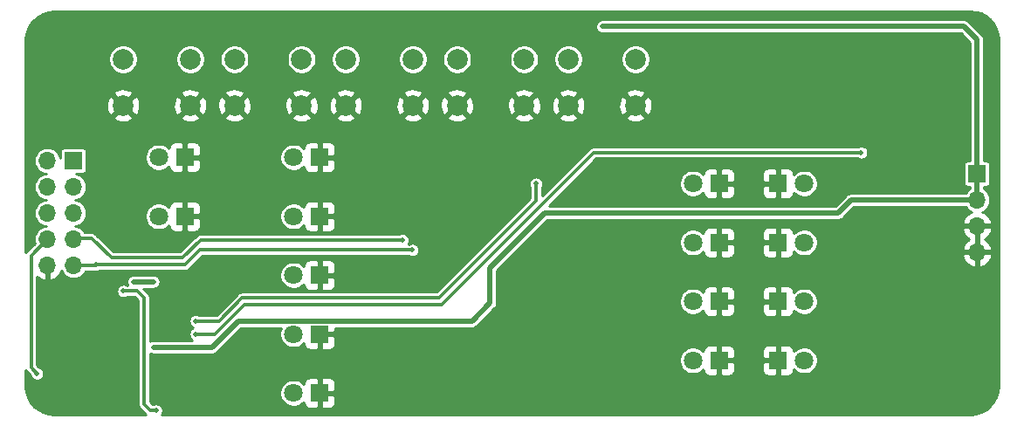
<source format=gbr>
G04 #@! TF.GenerationSoftware,KiCad,Pcbnew,(5.1.4)-1*
G04 #@! TF.CreationDate,2020-09-12T21:11:29+02:00*
G04 #@! TF.ProjectId,SBIO3,5342494f-332e-46b6-9963-61645f706362,rev?*
G04 #@! TF.SameCoordinates,Original*
G04 #@! TF.FileFunction,Copper,L2,Bot*
G04 #@! TF.FilePolarity,Positive*
%FSLAX46Y46*%
G04 Gerber Fmt 4.6, Leading zero omitted, Abs format (unit mm)*
G04 Created by KiCad (PCBNEW (5.1.4)-1) date 2020-09-12 21:11:29*
%MOMM*%
%LPD*%
G04 APERTURE LIST*
%ADD10C,1.800000*%
%ADD11R,1.800000X1.800000*%
%ADD12O,1.700000X1.700000*%
%ADD13R,1.700000X1.700000*%
%ADD14C,2.000000*%
%ADD15C,0.500000*%
%ADD16C,0.300000*%
%ADD17C,0.500000*%
%ADD18C,0.254000*%
G04 APERTURE END LIST*
D10*
X87630000Y-157480000D03*
D11*
X90170000Y-157480000D03*
D10*
X87630000Y-151765000D03*
D11*
X90170000Y-151765000D03*
D12*
X167005000Y-160972500D03*
X167005000Y-158432500D03*
X167005000Y-155892500D03*
D13*
X167005000Y-153352500D03*
D12*
X76835000Y-162242500D03*
X79375000Y-162242500D03*
X76835000Y-159702500D03*
X79375000Y-159702500D03*
X76835000Y-157162500D03*
X79375000Y-157162500D03*
X76835000Y-154622500D03*
X79375000Y-154622500D03*
X76835000Y-152082500D03*
D13*
X79375000Y-152082500D03*
D14*
X133881000Y-142240000D03*
X133881000Y-146740000D03*
X127381000Y-142240000D03*
X127381000Y-146740000D03*
D11*
X103251000Y-174625000D03*
D10*
X100711000Y-174625000D03*
X100711000Y-168910000D03*
D11*
X103251000Y-168910000D03*
D10*
X100711000Y-157480000D03*
D11*
X103251000Y-157480000D03*
D10*
X139446000Y-154305000D03*
D11*
X141986000Y-154305000D03*
X147701000Y-165735000D03*
D10*
X150241000Y-165735000D03*
D14*
X123086000Y-142240000D03*
X123086000Y-146740000D03*
X116586000Y-142240000D03*
X116586000Y-146740000D03*
X84201000Y-146740000D03*
X84201000Y-142240000D03*
X90701000Y-146740000D03*
X90701000Y-142240000D03*
X112291000Y-142240000D03*
X112291000Y-146740000D03*
X105791000Y-142240000D03*
X105791000Y-146740000D03*
X94996000Y-146740000D03*
X94996000Y-142240000D03*
X101496000Y-146740000D03*
X101496000Y-142240000D03*
D10*
X100711000Y-163195000D03*
D11*
X103251000Y-163195000D03*
D10*
X150241000Y-154305000D03*
D11*
X147701000Y-154305000D03*
X141986000Y-165735000D03*
D10*
X139446000Y-165735000D03*
D11*
X147701000Y-171450000D03*
D10*
X150241000Y-171450000D03*
D11*
X141986000Y-171450000D03*
D10*
X139446000Y-171450000D03*
D11*
X147701000Y-160020000D03*
D10*
X150241000Y-160020000D03*
X139446000Y-160020000D03*
D11*
X141986000Y-160020000D03*
D10*
X100711000Y-151765000D03*
D11*
X103251000Y-151765000D03*
D15*
X162941000Y-170561000D03*
X163449000Y-160337500D03*
X155829000Y-145288000D03*
X140589000Y-143573500D03*
X78359000Y-170180000D03*
X87122000Y-170180000D03*
X85217000Y-163830000D03*
X87122000Y-163830000D03*
X119761000Y-164465000D03*
X130683000Y-139065000D03*
X112251000Y-160760000D03*
X81580000Y-162179000D03*
X75851000Y-172730000D03*
X111301000Y-159770000D03*
X155771000Y-151290000D03*
X91241000Y-168910000D03*
X91241000Y-167640000D03*
X124251000Y-154320000D03*
X87391000Y-176320000D03*
X84231000Y-164740000D03*
D16*
X147701000Y-165735000D02*
X147701000Y-171450000D01*
X141986000Y-165735000D02*
X141986000Y-171450000D01*
X147701000Y-160020000D02*
X147701000Y-165735000D01*
X141986000Y-160020000D02*
X141986000Y-165735000D01*
D17*
X92837000Y-170180000D02*
X87122000Y-170180000D01*
X118046500Y-167640000D02*
X95377000Y-167640000D01*
X119761000Y-165925500D02*
X118046500Y-167640000D01*
X125095000Y-157162500D02*
X119761000Y-162496500D01*
X87122000Y-163830000D02*
X85217000Y-163830000D01*
X95377000Y-167640000D02*
X92837000Y-170180000D01*
X119761000Y-164465000D02*
X119761000Y-165925500D01*
X119761000Y-162496500D02*
X119761000Y-164465000D01*
X153543000Y-157162500D02*
X125095000Y-157162500D01*
X130683000Y-139065000D02*
X165735000Y-139065000D01*
X167005000Y-140335000D02*
X167005000Y-153352500D01*
X165735000Y-139065000D02*
X167005000Y-140335000D01*
X167005000Y-155892500D02*
X167005000Y-153352500D01*
X154813000Y-155892500D02*
X153543000Y-157162500D01*
X167005000Y-155892500D02*
X154813000Y-155892500D01*
D16*
X81580000Y-162179000D02*
X90202000Y-162179000D01*
X91621000Y-160760000D02*
X112251000Y-160760000D01*
X90202000Y-162179000D02*
X91621000Y-160760000D01*
X81516500Y-162242500D02*
X81580000Y-162179000D01*
X79375000Y-162242500D02*
X81516500Y-162242500D01*
X75261000Y-172140000D02*
X75851000Y-172730000D01*
X75261000Y-161276500D02*
X76835000Y-159702500D01*
X75261000Y-172140000D02*
X75261000Y-161276500D01*
X91691000Y-159770000D02*
X111301000Y-159770000D01*
X83051000Y-161510000D02*
X89951000Y-161510000D01*
X89951000Y-161510000D02*
X91691000Y-159770000D01*
X81180000Y-159639000D02*
X83051000Y-161510000D01*
X79438500Y-159639000D02*
X79375000Y-159702500D01*
X81180000Y-159639000D02*
X79438500Y-159639000D01*
X91241000Y-168910000D02*
X93111000Y-168910000D01*
X129861000Y-151290000D02*
X155771000Y-151290000D01*
X93111000Y-168910000D02*
X95981000Y-166040000D01*
X95981000Y-166040000D02*
X115111000Y-166040000D01*
X115111000Y-166040000D02*
X129861000Y-151290000D01*
X91241000Y-167640000D02*
X93481000Y-167640000D01*
X114861000Y-165390000D02*
X124251000Y-156000000D01*
X124251000Y-156000000D02*
X124251000Y-154320000D01*
X95731000Y-165390000D02*
X114861000Y-165390000D01*
X93481000Y-167640000D02*
X95731000Y-165390000D01*
X86231000Y-175720000D02*
X86831000Y-176320000D01*
X86231000Y-175130000D02*
X86231000Y-175720000D01*
X86831000Y-176320000D02*
X87391000Y-176320000D01*
X86231000Y-165420000D02*
X86231000Y-175130000D01*
X85551000Y-164740000D02*
X86231000Y-165420000D01*
X84961000Y-164740000D02*
X85551000Y-164740000D01*
X84231000Y-164740000D02*
X84961000Y-164740000D01*
D18*
G36*
X166898483Y-137665986D02*
G01*
X167406829Y-137819465D01*
X167875685Y-138068760D01*
X168287193Y-138404378D01*
X168625672Y-138813531D01*
X168878236Y-139280635D01*
X169035259Y-139787901D01*
X169093001Y-140337267D01*
X169093000Y-173967892D01*
X169039014Y-174518483D01*
X168885536Y-175026828D01*
X168636240Y-175495685D01*
X168300622Y-175907193D01*
X167891473Y-176245670D01*
X167424363Y-176498236D01*
X166917100Y-176655259D01*
X166367743Y-176713000D01*
X87942627Y-176713000D01*
X87990950Y-176640680D01*
X88041984Y-176517474D01*
X88068000Y-176386679D01*
X88068000Y-176253321D01*
X88041984Y-176122526D01*
X87990950Y-175999320D01*
X87916860Y-175888437D01*
X87822563Y-175794140D01*
X87711680Y-175720050D01*
X87588474Y-175669016D01*
X87457679Y-175643000D01*
X87324321Y-175643000D01*
X87193526Y-175669016D01*
X87070320Y-175720050D01*
X87056372Y-175729370D01*
X86808000Y-175480999D01*
X86808000Y-174494302D01*
X99384000Y-174494302D01*
X99384000Y-174755698D01*
X99434996Y-175012072D01*
X99535028Y-175253570D01*
X99680252Y-175470913D01*
X99865087Y-175655748D01*
X100082430Y-175800972D01*
X100323928Y-175901004D01*
X100580302Y-175952000D01*
X100841698Y-175952000D01*
X101098072Y-175901004D01*
X101339570Y-175800972D01*
X101556913Y-175655748D01*
X101713055Y-175499606D01*
X101712928Y-175525000D01*
X101725188Y-175649482D01*
X101761498Y-175769180D01*
X101820463Y-175879494D01*
X101899815Y-175976185D01*
X101996506Y-176055537D01*
X102106820Y-176114502D01*
X102226518Y-176150812D01*
X102351000Y-176163072D01*
X102965250Y-176160000D01*
X103124000Y-176001250D01*
X103124000Y-174752000D01*
X103378000Y-174752000D01*
X103378000Y-176001250D01*
X103536750Y-176160000D01*
X104151000Y-176163072D01*
X104275482Y-176150812D01*
X104395180Y-176114502D01*
X104505494Y-176055537D01*
X104602185Y-175976185D01*
X104681537Y-175879494D01*
X104740502Y-175769180D01*
X104776812Y-175649482D01*
X104789072Y-175525000D01*
X104786000Y-174910750D01*
X104627250Y-174752000D01*
X103378000Y-174752000D01*
X103124000Y-174752000D01*
X103104000Y-174752000D01*
X103104000Y-174498000D01*
X103124000Y-174498000D01*
X103124000Y-173248750D01*
X103378000Y-173248750D01*
X103378000Y-174498000D01*
X104627250Y-174498000D01*
X104786000Y-174339250D01*
X104789072Y-173725000D01*
X104776812Y-173600518D01*
X104740502Y-173480820D01*
X104681537Y-173370506D01*
X104602185Y-173273815D01*
X104505494Y-173194463D01*
X104395180Y-173135498D01*
X104275482Y-173099188D01*
X104151000Y-173086928D01*
X103536750Y-173090000D01*
X103378000Y-173248750D01*
X103124000Y-173248750D01*
X102965250Y-173090000D01*
X102351000Y-173086928D01*
X102226518Y-173099188D01*
X102106820Y-173135498D01*
X101996506Y-173194463D01*
X101899815Y-173273815D01*
X101820463Y-173370506D01*
X101761498Y-173480820D01*
X101725188Y-173600518D01*
X101712928Y-173725000D01*
X101713055Y-173750394D01*
X101556913Y-173594252D01*
X101339570Y-173449028D01*
X101098072Y-173348996D01*
X100841698Y-173298000D01*
X100580302Y-173298000D01*
X100323928Y-173348996D01*
X100082430Y-173449028D01*
X99865087Y-173594252D01*
X99680252Y-173779087D01*
X99535028Y-173996430D01*
X99434996Y-174237928D01*
X99384000Y-174494302D01*
X86808000Y-174494302D01*
X86808000Y-171319302D01*
X138119000Y-171319302D01*
X138119000Y-171580698D01*
X138169996Y-171837072D01*
X138270028Y-172078570D01*
X138415252Y-172295913D01*
X138600087Y-172480748D01*
X138817430Y-172625972D01*
X139058928Y-172726004D01*
X139315302Y-172777000D01*
X139576698Y-172777000D01*
X139833072Y-172726004D01*
X140074570Y-172625972D01*
X140291913Y-172480748D01*
X140448055Y-172324606D01*
X140447928Y-172350000D01*
X140460188Y-172474482D01*
X140496498Y-172594180D01*
X140555463Y-172704494D01*
X140634815Y-172801185D01*
X140731506Y-172880537D01*
X140841820Y-172939502D01*
X140961518Y-172975812D01*
X141086000Y-172988072D01*
X141700250Y-172985000D01*
X141859000Y-172826250D01*
X141859000Y-171577000D01*
X142113000Y-171577000D01*
X142113000Y-172826250D01*
X142271750Y-172985000D01*
X142886000Y-172988072D01*
X143010482Y-172975812D01*
X143130180Y-172939502D01*
X143240494Y-172880537D01*
X143337185Y-172801185D01*
X143416537Y-172704494D01*
X143475502Y-172594180D01*
X143511812Y-172474482D01*
X143524072Y-172350000D01*
X146162928Y-172350000D01*
X146175188Y-172474482D01*
X146211498Y-172594180D01*
X146270463Y-172704494D01*
X146349815Y-172801185D01*
X146446506Y-172880537D01*
X146556820Y-172939502D01*
X146676518Y-172975812D01*
X146801000Y-172988072D01*
X147415250Y-172985000D01*
X147574000Y-172826250D01*
X147574000Y-171577000D01*
X146324750Y-171577000D01*
X146166000Y-171735750D01*
X146162928Y-172350000D01*
X143524072Y-172350000D01*
X143521000Y-171735750D01*
X143362250Y-171577000D01*
X142113000Y-171577000D01*
X141859000Y-171577000D01*
X141839000Y-171577000D01*
X141839000Y-171323000D01*
X141859000Y-171323000D01*
X141859000Y-170073750D01*
X142113000Y-170073750D01*
X142113000Y-171323000D01*
X143362250Y-171323000D01*
X143521000Y-171164250D01*
X143524072Y-170550000D01*
X146162928Y-170550000D01*
X146166000Y-171164250D01*
X146324750Y-171323000D01*
X147574000Y-171323000D01*
X147574000Y-170073750D01*
X147828000Y-170073750D01*
X147828000Y-171323000D01*
X147848000Y-171323000D01*
X147848000Y-171577000D01*
X147828000Y-171577000D01*
X147828000Y-172826250D01*
X147986750Y-172985000D01*
X148601000Y-172988072D01*
X148725482Y-172975812D01*
X148845180Y-172939502D01*
X148955494Y-172880537D01*
X149052185Y-172801185D01*
X149131537Y-172704494D01*
X149190502Y-172594180D01*
X149226812Y-172474482D01*
X149239072Y-172350000D01*
X149238945Y-172324606D01*
X149395087Y-172480748D01*
X149612430Y-172625972D01*
X149853928Y-172726004D01*
X150110302Y-172777000D01*
X150371698Y-172777000D01*
X150628072Y-172726004D01*
X150869570Y-172625972D01*
X151086913Y-172480748D01*
X151271748Y-172295913D01*
X151416972Y-172078570D01*
X151517004Y-171837072D01*
X151568000Y-171580698D01*
X151568000Y-171319302D01*
X151517004Y-171062928D01*
X151416972Y-170821430D01*
X151271748Y-170604087D01*
X151086913Y-170419252D01*
X150869570Y-170274028D01*
X150628072Y-170173996D01*
X150371698Y-170123000D01*
X150110302Y-170123000D01*
X149853928Y-170173996D01*
X149612430Y-170274028D01*
X149395087Y-170419252D01*
X149238945Y-170575394D01*
X149239072Y-170550000D01*
X149226812Y-170425518D01*
X149190502Y-170305820D01*
X149131537Y-170195506D01*
X149052185Y-170098815D01*
X148955494Y-170019463D01*
X148845180Y-169960498D01*
X148725482Y-169924188D01*
X148601000Y-169911928D01*
X147986750Y-169915000D01*
X147828000Y-170073750D01*
X147574000Y-170073750D01*
X147415250Y-169915000D01*
X146801000Y-169911928D01*
X146676518Y-169924188D01*
X146556820Y-169960498D01*
X146446506Y-170019463D01*
X146349815Y-170098815D01*
X146270463Y-170195506D01*
X146211498Y-170305820D01*
X146175188Y-170425518D01*
X146162928Y-170550000D01*
X143524072Y-170550000D01*
X143511812Y-170425518D01*
X143475502Y-170305820D01*
X143416537Y-170195506D01*
X143337185Y-170098815D01*
X143240494Y-170019463D01*
X143130180Y-169960498D01*
X143010482Y-169924188D01*
X142886000Y-169911928D01*
X142271750Y-169915000D01*
X142113000Y-170073750D01*
X141859000Y-170073750D01*
X141700250Y-169915000D01*
X141086000Y-169911928D01*
X140961518Y-169924188D01*
X140841820Y-169960498D01*
X140731506Y-170019463D01*
X140634815Y-170098815D01*
X140555463Y-170195506D01*
X140496498Y-170305820D01*
X140460188Y-170425518D01*
X140447928Y-170550000D01*
X140448055Y-170575394D01*
X140291913Y-170419252D01*
X140074570Y-170274028D01*
X139833072Y-170173996D01*
X139576698Y-170123000D01*
X139315302Y-170123000D01*
X139058928Y-170173996D01*
X138817430Y-170274028D01*
X138600087Y-170419252D01*
X138415252Y-170604087D01*
X138270028Y-170821430D01*
X138169996Y-171062928D01*
X138119000Y-171319302D01*
X86808000Y-171319302D01*
X86808000Y-170782717D01*
X86832208Y-170792744D01*
X86861670Y-170808492D01*
X86893636Y-170818189D01*
X86924526Y-170830984D01*
X86957315Y-170837506D01*
X86989285Y-170847204D01*
X87022536Y-170850479D01*
X87055321Y-170857000D01*
X92803755Y-170857000D01*
X92837000Y-170860274D01*
X92870245Y-170857000D01*
X92870252Y-170857000D01*
X92969715Y-170847204D01*
X93097330Y-170808492D01*
X93214941Y-170745628D01*
X93318027Y-170661027D01*
X93339226Y-170635196D01*
X95657422Y-168317000D01*
X99520294Y-168317000D01*
X99434996Y-168522928D01*
X99384000Y-168779302D01*
X99384000Y-169040698D01*
X99434996Y-169297072D01*
X99535028Y-169538570D01*
X99680252Y-169755913D01*
X99865087Y-169940748D01*
X100082430Y-170085972D01*
X100323928Y-170186004D01*
X100580302Y-170237000D01*
X100841698Y-170237000D01*
X101098072Y-170186004D01*
X101339570Y-170085972D01*
X101556913Y-169940748D01*
X101713055Y-169784606D01*
X101712928Y-169810000D01*
X101725188Y-169934482D01*
X101761498Y-170054180D01*
X101820463Y-170164494D01*
X101899815Y-170261185D01*
X101996506Y-170340537D01*
X102106820Y-170399502D01*
X102226518Y-170435812D01*
X102351000Y-170448072D01*
X102965250Y-170445000D01*
X103124000Y-170286250D01*
X103124000Y-169037000D01*
X103378000Y-169037000D01*
X103378000Y-170286250D01*
X103536750Y-170445000D01*
X104151000Y-170448072D01*
X104275482Y-170435812D01*
X104395180Y-170399502D01*
X104505494Y-170340537D01*
X104602185Y-170261185D01*
X104681537Y-170164494D01*
X104740502Y-170054180D01*
X104776812Y-169934482D01*
X104789072Y-169810000D01*
X104786000Y-169195750D01*
X104627250Y-169037000D01*
X103378000Y-169037000D01*
X103124000Y-169037000D01*
X103104000Y-169037000D01*
X103104000Y-168783000D01*
X103124000Y-168783000D01*
X103124000Y-168763000D01*
X103378000Y-168763000D01*
X103378000Y-168783000D01*
X104627250Y-168783000D01*
X104786000Y-168624250D01*
X104787537Y-168317000D01*
X118013255Y-168317000D01*
X118046500Y-168320274D01*
X118079745Y-168317000D01*
X118079752Y-168317000D01*
X118179215Y-168307204D01*
X118306830Y-168268492D01*
X118424441Y-168205628D01*
X118527527Y-168121027D01*
X118548726Y-168095196D01*
X120216196Y-166427726D01*
X120242027Y-166406527D01*
X120326628Y-166303441D01*
X120389492Y-166185830D01*
X120428204Y-166058215D01*
X120438000Y-165958752D01*
X120438000Y-165958743D01*
X120441274Y-165925501D01*
X120438000Y-165892259D01*
X120438000Y-165604302D01*
X138119000Y-165604302D01*
X138119000Y-165865698D01*
X138169996Y-166122072D01*
X138270028Y-166363570D01*
X138415252Y-166580913D01*
X138600087Y-166765748D01*
X138817430Y-166910972D01*
X139058928Y-167011004D01*
X139315302Y-167062000D01*
X139576698Y-167062000D01*
X139833072Y-167011004D01*
X140074570Y-166910972D01*
X140291913Y-166765748D01*
X140448055Y-166609606D01*
X140447928Y-166635000D01*
X140460188Y-166759482D01*
X140496498Y-166879180D01*
X140555463Y-166989494D01*
X140634815Y-167086185D01*
X140731506Y-167165537D01*
X140841820Y-167224502D01*
X140961518Y-167260812D01*
X141086000Y-167273072D01*
X141700250Y-167270000D01*
X141859000Y-167111250D01*
X141859000Y-165862000D01*
X142113000Y-165862000D01*
X142113000Y-167111250D01*
X142271750Y-167270000D01*
X142886000Y-167273072D01*
X143010482Y-167260812D01*
X143130180Y-167224502D01*
X143240494Y-167165537D01*
X143337185Y-167086185D01*
X143416537Y-166989494D01*
X143475502Y-166879180D01*
X143511812Y-166759482D01*
X143524072Y-166635000D01*
X146162928Y-166635000D01*
X146175188Y-166759482D01*
X146211498Y-166879180D01*
X146270463Y-166989494D01*
X146349815Y-167086185D01*
X146446506Y-167165537D01*
X146556820Y-167224502D01*
X146676518Y-167260812D01*
X146801000Y-167273072D01*
X147415250Y-167270000D01*
X147574000Y-167111250D01*
X147574000Y-165862000D01*
X146324750Y-165862000D01*
X146166000Y-166020750D01*
X146162928Y-166635000D01*
X143524072Y-166635000D01*
X143521000Y-166020750D01*
X143362250Y-165862000D01*
X142113000Y-165862000D01*
X141859000Y-165862000D01*
X141839000Y-165862000D01*
X141839000Y-165608000D01*
X141859000Y-165608000D01*
X141859000Y-164358750D01*
X142113000Y-164358750D01*
X142113000Y-165608000D01*
X143362250Y-165608000D01*
X143521000Y-165449250D01*
X143524072Y-164835000D01*
X146162928Y-164835000D01*
X146166000Y-165449250D01*
X146324750Y-165608000D01*
X147574000Y-165608000D01*
X147574000Y-164358750D01*
X147828000Y-164358750D01*
X147828000Y-165608000D01*
X147848000Y-165608000D01*
X147848000Y-165862000D01*
X147828000Y-165862000D01*
X147828000Y-167111250D01*
X147986750Y-167270000D01*
X148601000Y-167273072D01*
X148725482Y-167260812D01*
X148845180Y-167224502D01*
X148955494Y-167165537D01*
X149052185Y-167086185D01*
X149131537Y-166989494D01*
X149190502Y-166879180D01*
X149226812Y-166759482D01*
X149239072Y-166635000D01*
X149238945Y-166609606D01*
X149395087Y-166765748D01*
X149612430Y-166910972D01*
X149853928Y-167011004D01*
X150110302Y-167062000D01*
X150371698Y-167062000D01*
X150628072Y-167011004D01*
X150869570Y-166910972D01*
X151086913Y-166765748D01*
X151271748Y-166580913D01*
X151416972Y-166363570D01*
X151517004Y-166122072D01*
X151568000Y-165865698D01*
X151568000Y-165604302D01*
X151517004Y-165347928D01*
X151416972Y-165106430D01*
X151271748Y-164889087D01*
X151086913Y-164704252D01*
X150869570Y-164559028D01*
X150628072Y-164458996D01*
X150371698Y-164408000D01*
X150110302Y-164408000D01*
X149853928Y-164458996D01*
X149612430Y-164559028D01*
X149395087Y-164704252D01*
X149238945Y-164860394D01*
X149239072Y-164835000D01*
X149226812Y-164710518D01*
X149190502Y-164590820D01*
X149131537Y-164480506D01*
X149052185Y-164383815D01*
X148955494Y-164304463D01*
X148845180Y-164245498D01*
X148725482Y-164209188D01*
X148601000Y-164196928D01*
X147986750Y-164200000D01*
X147828000Y-164358750D01*
X147574000Y-164358750D01*
X147415250Y-164200000D01*
X146801000Y-164196928D01*
X146676518Y-164209188D01*
X146556820Y-164245498D01*
X146446506Y-164304463D01*
X146349815Y-164383815D01*
X146270463Y-164480506D01*
X146211498Y-164590820D01*
X146175188Y-164710518D01*
X146162928Y-164835000D01*
X143524072Y-164835000D01*
X143511812Y-164710518D01*
X143475502Y-164590820D01*
X143416537Y-164480506D01*
X143337185Y-164383815D01*
X143240494Y-164304463D01*
X143130180Y-164245498D01*
X143010482Y-164209188D01*
X142886000Y-164196928D01*
X142271750Y-164200000D01*
X142113000Y-164358750D01*
X141859000Y-164358750D01*
X141700250Y-164200000D01*
X141086000Y-164196928D01*
X140961518Y-164209188D01*
X140841820Y-164245498D01*
X140731506Y-164304463D01*
X140634815Y-164383815D01*
X140555463Y-164480506D01*
X140496498Y-164590820D01*
X140460188Y-164710518D01*
X140447928Y-164835000D01*
X140448055Y-164860394D01*
X140291913Y-164704252D01*
X140074570Y-164559028D01*
X139833072Y-164458996D01*
X139576698Y-164408000D01*
X139315302Y-164408000D01*
X139058928Y-164458996D01*
X138817430Y-164559028D01*
X138600087Y-164704252D01*
X138415252Y-164889087D01*
X138270028Y-165106430D01*
X138169996Y-165347928D01*
X138119000Y-165604302D01*
X120438000Y-165604302D01*
X120438000Y-162776922D01*
X123325620Y-159889302D01*
X138119000Y-159889302D01*
X138119000Y-160150698D01*
X138169996Y-160407072D01*
X138270028Y-160648570D01*
X138415252Y-160865913D01*
X138600087Y-161050748D01*
X138817430Y-161195972D01*
X139058928Y-161296004D01*
X139315302Y-161347000D01*
X139576698Y-161347000D01*
X139833072Y-161296004D01*
X140074570Y-161195972D01*
X140291913Y-161050748D01*
X140448055Y-160894606D01*
X140447928Y-160920000D01*
X140460188Y-161044482D01*
X140496498Y-161164180D01*
X140555463Y-161274494D01*
X140634815Y-161371185D01*
X140731506Y-161450537D01*
X140841820Y-161509502D01*
X140961518Y-161545812D01*
X141086000Y-161558072D01*
X141700250Y-161555000D01*
X141859000Y-161396250D01*
X141859000Y-160147000D01*
X142113000Y-160147000D01*
X142113000Y-161396250D01*
X142271750Y-161555000D01*
X142886000Y-161558072D01*
X143010482Y-161545812D01*
X143130180Y-161509502D01*
X143240494Y-161450537D01*
X143337185Y-161371185D01*
X143416537Y-161274494D01*
X143475502Y-161164180D01*
X143511812Y-161044482D01*
X143524072Y-160920000D01*
X146162928Y-160920000D01*
X146175188Y-161044482D01*
X146211498Y-161164180D01*
X146270463Y-161274494D01*
X146349815Y-161371185D01*
X146446506Y-161450537D01*
X146556820Y-161509502D01*
X146676518Y-161545812D01*
X146801000Y-161558072D01*
X147415250Y-161555000D01*
X147574000Y-161396250D01*
X147574000Y-160147000D01*
X146324750Y-160147000D01*
X146166000Y-160305750D01*
X146162928Y-160920000D01*
X143524072Y-160920000D01*
X143521000Y-160305750D01*
X143362250Y-160147000D01*
X142113000Y-160147000D01*
X141859000Y-160147000D01*
X141839000Y-160147000D01*
X141839000Y-159893000D01*
X141859000Y-159893000D01*
X141859000Y-158643750D01*
X142113000Y-158643750D01*
X142113000Y-159893000D01*
X143362250Y-159893000D01*
X143521000Y-159734250D01*
X143524072Y-159120000D01*
X146162928Y-159120000D01*
X146166000Y-159734250D01*
X146324750Y-159893000D01*
X147574000Y-159893000D01*
X147574000Y-158643750D01*
X147828000Y-158643750D01*
X147828000Y-159893000D01*
X147848000Y-159893000D01*
X147848000Y-160147000D01*
X147828000Y-160147000D01*
X147828000Y-161396250D01*
X147986750Y-161555000D01*
X148601000Y-161558072D01*
X148725482Y-161545812D01*
X148845180Y-161509502D01*
X148955494Y-161450537D01*
X149052185Y-161371185D01*
X149131537Y-161274494D01*
X149190502Y-161164180D01*
X149226812Y-161044482D01*
X149239072Y-160920000D01*
X149238945Y-160894606D01*
X149395087Y-161050748D01*
X149612430Y-161195972D01*
X149853928Y-161296004D01*
X150110302Y-161347000D01*
X150371698Y-161347000D01*
X150460229Y-161329390D01*
X165563524Y-161329390D01*
X165608175Y-161476599D01*
X165733359Y-161739420D01*
X165907412Y-161972769D01*
X166123645Y-162167678D01*
X166373748Y-162316657D01*
X166648109Y-162413981D01*
X166878000Y-162293314D01*
X166878000Y-161099500D01*
X167132000Y-161099500D01*
X167132000Y-162293314D01*
X167361891Y-162413981D01*
X167636252Y-162316657D01*
X167886355Y-162167678D01*
X168102588Y-161972769D01*
X168276641Y-161739420D01*
X168401825Y-161476599D01*
X168446476Y-161329390D01*
X168325155Y-161099500D01*
X167132000Y-161099500D01*
X166878000Y-161099500D01*
X165684845Y-161099500D01*
X165563524Y-161329390D01*
X150460229Y-161329390D01*
X150628072Y-161296004D01*
X150869570Y-161195972D01*
X151086913Y-161050748D01*
X151271748Y-160865913D01*
X151416972Y-160648570D01*
X151517004Y-160407072D01*
X151568000Y-160150698D01*
X151568000Y-159889302D01*
X151517004Y-159632928D01*
X151416972Y-159391430D01*
X151271748Y-159174087D01*
X151086913Y-158989252D01*
X150869570Y-158844028D01*
X150737663Y-158789390D01*
X165563524Y-158789390D01*
X165608175Y-158936599D01*
X165733359Y-159199420D01*
X165907412Y-159432769D01*
X166123645Y-159627678D01*
X166249255Y-159702500D01*
X166123645Y-159777322D01*
X165907412Y-159972231D01*
X165733359Y-160205580D01*
X165608175Y-160468401D01*
X165563524Y-160615610D01*
X165684845Y-160845500D01*
X166878000Y-160845500D01*
X166878000Y-158559500D01*
X167132000Y-158559500D01*
X167132000Y-160845500D01*
X168325155Y-160845500D01*
X168446476Y-160615610D01*
X168401825Y-160468401D01*
X168276641Y-160205580D01*
X168102588Y-159972231D01*
X167886355Y-159777322D01*
X167760745Y-159702500D01*
X167886355Y-159627678D01*
X168102588Y-159432769D01*
X168276641Y-159199420D01*
X168401825Y-158936599D01*
X168446476Y-158789390D01*
X168325155Y-158559500D01*
X167132000Y-158559500D01*
X166878000Y-158559500D01*
X165684845Y-158559500D01*
X165563524Y-158789390D01*
X150737663Y-158789390D01*
X150628072Y-158743996D01*
X150371698Y-158693000D01*
X150110302Y-158693000D01*
X149853928Y-158743996D01*
X149612430Y-158844028D01*
X149395087Y-158989252D01*
X149238945Y-159145394D01*
X149239072Y-159120000D01*
X149226812Y-158995518D01*
X149190502Y-158875820D01*
X149131537Y-158765506D01*
X149052185Y-158668815D01*
X148955494Y-158589463D01*
X148845180Y-158530498D01*
X148725482Y-158494188D01*
X148601000Y-158481928D01*
X147986750Y-158485000D01*
X147828000Y-158643750D01*
X147574000Y-158643750D01*
X147415250Y-158485000D01*
X146801000Y-158481928D01*
X146676518Y-158494188D01*
X146556820Y-158530498D01*
X146446506Y-158589463D01*
X146349815Y-158668815D01*
X146270463Y-158765506D01*
X146211498Y-158875820D01*
X146175188Y-158995518D01*
X146162928Y-159120000D01*
X143524072Y-159120000D01*
X143511812Y-158995518D01*
X143475502Y-158875820D01*
X143416537Y-158765506D01*
X143337185Y-158668815D01*
X143240494Y-158589463D01*
X143130180Y-158530498D01*
X143010482Y-158494188D01*
X142886000Y-158481928D01*
X142271750Y-158485000D01*
X142113000Y-158643750D01*
X141859000Y-158643750D01*
X141700250Y-158485000D01*
X141086000Y-158481928D01*
X140961518Y-158494188D01*
X140841820Y-158530498D01*
X140731506Y-158589463D01*
X140634815Y-158668815D01*
X140555463Y-158765506D01*
X140496498Y-158875820D01*
X140460188Y-158995518D01*
X140447928Y-159120000D01*
X140448055Y-159145394D01*
X140291913Y-158989252D01*
X140074570Y-158844028D01*
X139833072Y-158743996D01*
X139576698Y-158693000D01*
X139315302Y-158693000D01*
X139058928Y-158743996D01*
X138817430Y-158844028D01*
X138600087Y-158989252D01*
X138415252Y-159174087D01*
X138270028Y-159391430D01*
X138169996Y-159632928D01*
X138119000Y-159889302D01*
X123325620Y-159889302D01*
X125375422Y-157839500D01*
X153509755Y-157839500D01*
X153543000Y-157842774D01*
X153576245Y-157839500D01*
X153576252Y-157839500D01*
X153675715Y-157829704D01*
X153803330Y-157790992D01*
X153920941Y-157728128D01*
X154024027Y-157643527D01*
X154045226Y-157617696D01*
X155093422Y-156569500D01*
X165918889Y-156569500D01*
X165938076Y-156605396D01*
X166097656Y-156799844D01*
X166292104Y-156959424D01*
X166469650Y-157054324D01*
X166373748Y-157088343D01*
X166123645Y-157237322D01*
X165907412Y-157432231D01*
X165733359Y-157665580D01*
X165608175Y-157928401D01*
X165563524Y-158075610D01*
X165684845Y-158305500D01*
X166878000Y-158305500D01*
X166878000Y-158285500D01*
X167132000Y-158285500D01*
X167132000Y-158305500D01*
X168325155Y-158305500D01*
X168446476Y-158075610D01*
X168401825Y-157928401D01*
X168276641Y-157665580D01*
X168102588Y-157432231D01*
X167886355Y-157237322D01*
X167636252Y-157088343D01*
X167540350Y-157054324D01*
X167717896Y-156959424D01*
X167912344Y-156799844D01*
X168071924Y-156605396D01*
X168190502Y-156383551D01*
X168263522Y-156142836D01*
X168288178Y-155892500D01*
X168263522Y-155642164D01*
X168190502Y-155401449D01*
X168071924Y-155179604D01*
X167912344Y-154985156D01*
X167717896Y-154825576D01*
X167682000Y-154806389D01*
X167682000Y-154631566D01*
X167855000Y-154631566D01*
X167938707Y-154623322D01*
X168019196Y-154598905D01*
X168093376Y-154559255D01*
X168158395Y-154505895D01*
X168211755Y-154440876D01*
X168251405Y-154366696D01*
X168275822Y-154286207D01*
X168284066Y-154202500D01*
X168284066Y-152502500D01*
X168275822Y-152418793D01*
X168251405Y-152338304D01*
X168211755Y-152264124D01*
X168158395Y-152199105D01*
X168093376Y-152145745D01*
X168019196Y-152106095D01*
X167938707Y-152081678D01*
X167855000Y-152073434D01*
X167682000Y-152073434D01*
X167682000Y-140368241D01*
X167685274Y-140334999D01*
X167682000Y-140301757D01*
X167682000Y-140301748D01*
X167672204Y-140202285D01*
X167633492Y-140074670D01*
X167570628Y-139957059D01*
X167514558Y-139888739D01*
X167507223Y-139879801D01*
X167507222Y-139879800D01*
X167486026Y-139853973D01*
X167460200Y-139832778D01*
X166237226Y-138609804D01*
X166216027Y-138583973D01*
X166112941Y-138499372D01*
X165995330Y-138436508D01*
X165867715Y-138397796D01*
X165768252Y-138388000D01*
X165768245Y-138388000D01*
X165735000Y-138384726D01*
X165701755Y-138388000D01*
X130616321Y-138388000D01*
X130583536Y-138394521D01*
X130550285Y-138397796D01*
X130518315Y-138407494D01*
X130485526Y-138414016D01*
X130454636Y-138426811D01*
X130422670Y-138436508D01*
X130393208Y-138452256D01*
X130362320Y-138465050D01*
X130334524Y-138483623D01*
X130305059Y-138499372D01*
X130279231Y-138520568D01*
X130251437Y-138539140D01*
X130227801Y-138562776D01*
X130201973Y-138583973D01*
X130180778Y-138609799D01*
X130157140Y-138633437D01*
X130138568Y-138661231D01*
X130117372Y-138687059D01*
X130101623Y-138716524D01*
X130083050Y-138744320D01*
X130070256Y-138775208D01*
X130054508Y-138804670D01*
X130044811Y-138836636D01*
X130032016Y-138867526D01*
X130025494Y-138900315D01*
X130015796Y-138932285D01*
X130012521Y-138965536D01*
X130006000Y-138998321D01*
X130006000Y-139031748D01*
X130002725Y-139065000D01*
X130006000Y-139098252D01*
X130006000Y-139131679D01*
X130012521Y-139164464D01*
X130015796Y-139197715D01*
X130025494Y-139229685D01*
X130032016Y-139262474D01*
X130044811Y-139293364D01*
X130054508Y-139325330D01*
X130070256Y-139354792D01*
X130083050Y-139385680D01*
X130101623Y-139413476D01*
X130117372Y-139442941D01*
X130138568Y-139468769D01*
X130157140Y-139496563D01*
X130180778Y-139520201D01*
X130201973Y-139546027D01*
X130227799Y-139567222D01*
X130251437Y-139590860D01*
X130279231Y-139609432D01*
X130305059Y-139630628D01*
X130334524Y-139646377D01*
X130362320Y-139664950D01*
X130393208Y-139677744D01*
X130422670Y-139693492D01*
X130454636Y-139703189D01*
X130485526Y-139715984D01*
X130518315Y-139722506D01*
X130550285Y-139732204D01*
X130583536Y-139735479D01*
X130616321Y-139742000D01*
X165454578Y-139742000D01*
X166328000Y-140615422D01*
X166328001Y-152073434D01*
X166155000Y-152073434D01*
X166071293Y-152081678D01*
X165990804Y-152106095D01*
X165916624Y-152145745D01*
X165851605Y-152199105D01*
X165798245Y-152264124D01*
X165758595Y-152338304D01*
X165734178Y-152418793D01*
X165725934Y-152502500D01*
X165725934Y-154202500D01*
X165734178Y-154286207D01*
X165758595Y-154366696D01*
X165798245Y-154440876D01*
X165851605Y-154505895D01*
X165916624Y-154559255D01*
X165990804Y-154598905D01*
X166071293Y-154623322D01*
X166155000Y-154631566D01*
X166328000Y-154631566D01*
X166328000Y-154806389D01*
X166292104Y-154825576D01*
X166097656Y-154985156D01*
X165938076Y-155179604D01*
X165918889Y-155215500D01*
X154846241Y-155215500D01*
X154812999Y-155212226D01*
X154779757Y-155215500D01*
X154779748Y-155215500D01*
X154680285Y-155225296D01*
X154552670Y-155264008D01*
X154435059Y-155326872D01*
X154331973Y-155411473D01*
X154310774Y-155437304D01*
X153262578Y-156485500D01*
X125481502Y-156485500D01*
X127792700Y-154174302D01*
X138119000Y-154174302D01*
X138119000Y-154435698D01*
X138169996Y-154692072D01*
X138270028Y-154933570D01*
X138415252Y-155150913D01*
X138600087Y-155335748D01*
X138817430Y-155480972D01*
X139058928Y-155581004D01*
X139315302Y-155632000D01*
X139576698Y-155632000D01*
X139833072Y-155581004D01*
X140074570Y-155480972D01*
X140291913Y-155335748D01*
X140448055Y-155179606D01*
X140447928Y-155205000D01*
X140460188Y-155329482D01*
X140496498Y-155449180D01*
X140555463Y-155559494D01*
X140634815Y-155656185D01*
X140731506Y-155735537D01*
X140841820Y-155794502D01*
X140961518Y-155830812D01*
X141086000Y-155843072D01*
X141700250Y-155840000D01*
X141859000Y-155681250D01*
X141859000Y-154432000D01*
X142113000Y-154432000D01*
X142113000Y-155681250D01*
X142271750Y-155840000D01*
X142886000Y-155843072D01*
X143010482Y-155830812D01*
X143130180Y-155794502D01*
X143240494Y-155735537D01*
X143337185Y-155656185D01*
X143416537Y-155559494D01*
X143475502Y-155449180D01*
X143511812Y-155329482D01*
X143524072Y-155205000D01*
X146162928Y-155205000D01*
X146175188Y-155329482D01*
X146211498Y-155449180D01*
X146270463Y-155559494D01*
X146349815Y-155656185D01*
X146446506Y-155735537D01*
X146556820Y-155794502D01*
X146676518Y-155830812D01*
X146801000Y-155843072D01*
X147415250Y-155840000D01*
X147574000Y-155681250D01*
X147574000Y-154432000D01*
X146324750Y-154432000D01*
X146166000Y-154590750D01*
X146162928Y-155205000D01*
X143524072Y-155205000D01*
X143521000Y-154590750D01*
X143362250Y-154432000D01*
X142113000Y-154432000D01*
X141859000Y-154432000D01*
X141839000Y-154432000D01*
X141839000Y-154178000D01*
X141859000Y-154178000D01*
X141859000Y-152928750D01*
X142113000Y-152928750D01*
X142113000Y-154178000D01*
X143362250Y-154178000D01*
X143521000Y-154019250D01*
X143524072Y-153405000D01*
X146162928Y-153405000D01*
X146166000Y-154019250D01*
X146324750Y-154178000D01*
X147574000Y-154178000D01*
X147574000Y-152928750D01*
X147828000Y-152928750D01*
X147828000Y-154178000D01*
X147848000Y-154178000D01*
X147848000Y-154432000D01*
X147828000Y-154432000D01*
X147828000Y-155681250D01*
X147986750Y-155840000D01*
X148601000Y-155843072D01*
X148725482Y-155830812D01*
X148845180Y-155794502D01*
X148955494Y-155735537D01*
X149052185Y-155656185D01*
X149131537Y-155559494D01*
X149190502Y-155449180D01*
X149226812Y-155329482D01*
X149239072Y-155205000D01*
X149238945Y-155179606D01*
X149395087Y-155335748D01*
X149612430Y-155480972D01*
X149853928Y-155581004D01*
X150110302Y-155632000D01*
X150371698Y-155632000D01*
X150628072Y-155581004D01*
X150869570Y-155480972D01*
X151086913Y-155335748D01*
X151271748Y-155150913D01*
X151416972Y-154933570D01*
X151517004Y-154692072D01*
X151568000Y-154435698D01*
X151568000Y-154174302D01*
X151517004Y-153917928D01*
X151416972Y-153676430D01*
X151271748Y-153459087D01*
X151086913Y-153274252D01*
X150869570Y-153129028D01*
X150628072Y-153028996D01*
X150371698Y-152978000D01*
X150110302Y-152978000D01*
X149853928Y-153028996D01*
X149612430Y-153129028D01*
X149395087Y-153274252D01*
X149238945Y-153430394D01*
X149239072Y-153405000D01*
X149226812Y-153280518D01*
X149190502Y-153160820D01*
X149131537Y-153050506D01*
X149052185Y-152953815D01*
X148955494Y-152874463D01*
X148845180Y-152815498D01*
X148725482Y-152779188D01*
X148601000Y-152766928D01*
X147986750Y-152770000D01*
X147828000Y-152928750D01*
X147574000Y-152928750D01*
X147415250Y-152770000D01*
X146801000Y-152766928D01*
X146676518Y-152779188D01*
X146556820Y-152815498D01*
X146446506Y-152874463D01*
X146349815Y-152953815D01*
X146270463Y-153050506D01*
X146211498Y-153160820D01*
X146175188Y-153280518D01*
X146162928Y-153405000D01*
X143524072Y-153405000D01*
X143511812Y-153280518D01*
X143475502Y-153160820D01*
X143416537Y-153050506D01*
X143337185Y-152953815D01*
X143240494Y-152874463D01*
X143130180Y-152815498D01*
X143010482Y-152779188D01*
X142886000Y-152766928D01*
X142271750Y-152770000D01*
X142113000Y-152928750D01*
X141859000Y-152928750D01*
X141700250Y-152770000D01*
X141086000Y-152766928D01*
X140961518Y-152779188D01*
X140841820Y-152815498D01*
X140731506Y-152874463D01*
X140634815Y-152953815D01*
X140555463Y-153050506D01*
X140496498Y-153160820D01*
X140460188Y-153280518D01*
X140447928Y-153405000D01*
X140448055Y-153430394D01*
X140291913Y-153274252D01*
X140074570Y-153129028D01*
X139833072Y-153028996D01*
X139576698Y-152978000D01*
X139315302Y-152978000D01*
X139058928Y-153028996D01*
X138817430Y-153129028D01*
X138600087Y-153274252D01*
X138415252Y-153459087D01*
X138270028Y-153676430D01*
X138169996Y-153917928D01*
X138119000Y-154174302D01*
X127792700Y-154174302D01*
X130100002Y-151867000D01*
X155415973Y-151867000D01*
X155450320Y-151889950D01*
X155573526Y-151940984D01*
X155704321Y-151967000D01*
X155837679Y-151967000D01*
X155968474Y-151940984D01*
X156091680Y-151889950D01*
X156202563Y-151815860D01*
X156296860Y-151721563D01*
X156370950Y-151610680D01*
X156421984Y-151487474D01*
X156448000Y-151356679D01*
X156448000Y-151223321D01*
X156421984Y-151092526D01*
X156370950Y-150969320D01*
X156296860Y-150858437D01*
X156202563Y-150764140D01*
X156091680Y-150690050D01*
X155968474Y-150639016D01*
X155837679Y-150613000D01*
X155704321Y-150613000D01*
X155573526Y-150639016D01*
X155450320Y-150690050D01*
X155415973Y-150713000D01*
X129889328Y-150713000D01*
X129860999Y-150710210D01*
X129832670Y-150713000D01*
X129832664Y-150713000D01*
X129747888Y-150721350D01*
X129639124Y-150754343D01*
X129538885Y-150807921D01*
X129492980Y-150845595D01*
X129473035Y-150861963D01*
X129473033Y-150861965D01*
X129451026Y-150880026D01*
X129432965Y-150902033D01*
X124828000Y-155506998D01*
X124828000Y-154675027D01*
X124850950Y-154640680D01*
X124901984Y-154517474D01*
X124928000Y-154386679D01*
X124928000Y-154253321D01*
X124901984Y-154122526D01*
X124850950Y-153999320D01*
X124776860Y-153888437D01*
X124682563Y-153794140D01*
X124571680Y-153720050D01*
X124448474Y-153669016D01*
X124317679Y-153643000D01*
X124184321Y-153643000D01*
X124053526Y-153669016D01*
X123930320Y-153720050D01*
X123819437Y-153794140D01*
X123725140Y-153888437D01*
X123651050Y-153999320D01*
X123600016Y-154122526D01*
X123574000Y-154253321D01*
X123574000Y-154386679D01*
X123600016Y-154517474D01*
X123651050Y-154640680D01*
X123674001Y-154675028D01*
X123674000Y-155760999D01*
X114621999Y-164813000D01*
X95759339Y-164813000D01*
X95731000Y-164810209D01*
X95617888Y-164821349D01*
X95509123Y-164854343D01*
X95483228Y-164868184D01*
X95408885Y-164907921D01*
X95321026Y-164980026D01*
X95302963Y-165002036D01*
X93241999Y-167063000D01*
X91596027Y-167063000D01*
X91561680Y-167040050D01*
X91438474Y-166989016D01*
X91307679Y-166963000D01*
X91174321Y-166963000D01*
X91043526Y-166989016D01*
X90920320Y-167040050D01*
X90809437Y-167114140D01*
X90715140Y-167208437D01*
X90641050Y-167319320D01*
X90590016Y-167442526D01*
X90564000Y-167573321D01*
X90564000Y-167706679D01*
X90590016Y-167837474D01*
X90641050Y-167960680D01*
X90715140Y-168071563D01*
X90809437Y-168165860D01*
X90920320Y-168239950D01*
X91004938Y-168275000D01*
X90920320Y-168310050D01*
X90809437Y-168384140D01*
X90715140Y-168478437D01*
X90641050Y-168589320D01*
X90590016Y-168712526D01*
X90564000Y-168843321D01*
X90564000Y-168976679D01*
X90590016Y-169107474D01*
X90641050Y-169230680D01*
X90715140Y-169341563D01*
X90809437Y-169435860D01*
X90909919Y-169503000D01*
X87055321Y-169503000D01*
X87022536Y-169509521D01*
X86989285Y-169512796D01*
X86957315Y-169522494D01*
X86924526Y-169529016D01*
X86893636Y-169541811D01*
X86861670Y-169551508D01*
X86832208Y-169567256D01*
X86808000Y-169577283D01*
X86808000Y-165448328D01*
X86810790Y-165419999D01*
X86808000Y-165391670D01*
X86808000Y-165391664D01*
X86799650Y-165306888D01*
X86766657Y-165198124D01*
X86713079Y-165097885D01*
X86640974Y-165010026D01*
X86618968Y-164991966D01*
X86134001Y-164507000D01*
X87188679Y-164507000D01*
X87221464Y-164500479D01*
X87254715Y-164497204D01*
X87286685Y-164487506D01*
X87319474Y-164480984D01*
X87350364Y-164468189D01*
X87382330Y-164458492D01*
X87411792Y-164442744D01*
X87442680Y-164429950D01*
X87470476Y-164411377D01*
X87499941Y-164395628D01*
X87525769Y-164374432D01*
X87553563Y-164355860D01*
X87577201Y-164332222D01*
X87603027Y-164311027D01*
X87624222Y-164285201D01*
X87647860Y-164261563D01*
X87666432Y-164233769D01*
X87687628Y-164207941D01*
X87703377Y-164178476D01*
X87721950Y-164150680D01*
X87734744Y-164119792D01*
X87750492Y-164090330D01*
X87760189Y-164058364D01*
X87772984Y-164027474D01*
X87779506Y-163994685D01*
X87789204Y-163962715D01*
X87792479Y-163929464D01*
X87799000Y-163896679D01*
X87799000Y-163863252D01*
X87802275Y-163830000D01*
X87799000Y-163796748D01*
X87799000Y-163763321D01*
X87792479Y-163730536D01*
X87789204Y-163697285D01*
X87779506Y-163665315D01*
X87772984Y-163632526D01*
X87760189Y-163601636D01*
X87750492Y-163569670D01*
X87734744Y-163540208D01*
X87721950Y-163509320D01*
X87703377Y-163481524D01*
X87687628Y-163452059D01*
X87666432Y-163426231D01*
X87647860Y-163398437D01*
X87624222Y-163374799D01*
X87603027Y-163348973D01*
X87577201Y-163327778D01*
X87553563Y-163304140D01*
X87525769Y-163285568D01*
X87499941Y-163264372D01*
X87470476Y-163248623D01*
X87442680Y-163230050D01*
X87411792Y-163217256D01*
X87382330Y-163201508D01*
X87350364Y-163191811D01*
X87319474Y-163179016D01*
X87286685Y-163172494D01*
X87254715Y-163162796D01*
X87221464Y-163159521D01*
X87188679Y-163153000D01*
X85150321Y-163153000D01*
X85117536Y-163159521D01*
X85084285Y-163162796D01*
X85052315Y-163172494D01*
X85019526Y-163179016D01*
X84988636Y-163191811D01*
X84956670Y-163201508D01*
X84927208Y-163217256D01*
X84896320Y-163230050D01*
X84868524Y-163248623D01*
X84839059Y-163264372D01*
X84813231Y-163285568D01*
X84785437Y-163304140D01*
X84761799Y-163327778D01*
X84735973Y-163348973D01*
X84714778Y-163374799D01*
X84691140Y-163398437D01*
X84672568Y-163426231D01*
X84651372Y-163452059D01*
X84635623Y-163481524D01*
X84617050Y-163509320D01*
X84604256Y-163540208D01*
X84588508Y-163569670D01*
X84578811Y-163601636D01*
X84566016Y-163632526D01*
X84559494Y-163665315D01*
X84549796Y-163697285D01*
X84546521Y-163730536D01*
X84540000Y-163763321D01*
X84540000Y-163796748D01*
X84536725Y-163830000D01*
X84540000Y-163863252D01*
X84540000Y-163896679D01*
X84546521Y-163929464D01*
X84549796Y-163962715D01*
X84559494Y-163994685D01*
X84566016Y-164027474D01*
X84578811Y-164058364D01*
X84588508Y-164090330D01*
X84604256Y-164119792D01*
X84617050Y-164150680D01*
X84625282Y-164163000D01*
X84586027Y-164163000D01*
X84551680Y-164140050D01*
X84428474Y-164089016D01*
X84297679Y-164063000D01*
X84164321Y-164063000D01*
X84033526Y-164089016D01*
X83910320Y-164140050D01*
X83799437Y-164214140D01*
X83705140Y-164308437D01*
X83631050Y-164419320D01*
X83580016Y-164542526D01*
X83554000Y-164673321D01*
X83554000Y-164806679D01*
X83580016Y-164937474D01*
X83631050Y-165060680D01*
X83705140Y-165171563D01*
X83799437Y-165265860D01*
X83910320Y-165339950D01*
X84033526Y-165390984D01*
X84164321Y-165417000D01*
X84297679Y-165417000D01*
X84428474Y-165390984D01*
X84551680Y-165339950D01*
X84586027Y-165317000D01*
X85311999Y-165317000D01*
X85654000Y-165659002D01*
X85654001Y-175101655D01*
X85654000Y-175101665D01*
X85654000Y-175691669D01*
X85651210Y-175720000D01*
X85662349Y-175833111D01*
X85675042Y-175874953D01*
X85695343Y-175941876D01*
X85748922Y-176042115D01*
X85779840Y-176079788D01*
X85802963Y-176107964D01*
X85802966Y-176107967D01*
X85821027Y-176129974D01*
X85843033Y-176148034D01*
X86402965Y-176707967D01*
X86407096Y-176713000D01*
X77492108Y-176713000D01*
X76941517Y-176659014D01*
X76433172Y-176505536D01*
X75964315Y-176256240D01*
X75552807Y-175920622D01*
X75214330Y-175511473D01*
X74961764Y-175044363D01*
X74804741Y-174537100D01*
X74747000Y-173987743D01*
X74747000Y-172402393D01*
X74778921Y-172462114D01*
X74851026Y-172549974D01*
X74873038Y-172568039D01*
X75191957Y-172886959D01*
X75200016Y-172927474D01*
X75251050Y-173050680D01*
X75325140Y-173161563D01*
X75419437Y-173255860D01*
X75530320Y-173329950D01*
X75653526Y-173380984D01*
X75784321Y-173407000D01*
X75917679Y-173407000D01*
X76048474Y-173380984D01*
X76171680Y-173329950D01*
X76282563Y-173255860D01*
X76376860Y-173161563D01*
X76450950Y-173050680D01*
X76501984Y-172927474D01*
X76528000Y-172796679D01*
X76528000Y-172663321D01*
X76501984Y-172532526D01*
X76450950Y-172409320D01*
X76376860Y-172298437D01*
X76282563Y-172204140D01*
X76171680Y-172130050D01*
X76048474Y-172079016D01*
X76007959Y-172070957D01*
X75838000Y-171900999D01*
X75838000Y-163333437D01*
X75953645Y-163437678D01*
X76203748Y-163586657D01*
X76478109Y-163683981D01*
X76708000Y-163563314D01*
X76708000Y-162369500D01*
X76688000Y-162369500D01*
X76688000Y-162115500D01*
X76708000Y-162115500D01*
X76708000Y-162095500D01*
X76962000Y-162095500D01*
X76962000Y-162115500D01*
X76982000Y-162115500D01*
X76982000Y-162369500D01*
X76962000Y-162369500D01*
X76962000Y-163563314D01*
X77191891Y-163683981D01*
X77466252Y-163586657D01*
X77716355Y-163437678D01*
X77932588Y-163242769D01*
X78106641Y-163009420D01*
X78215166Y-162781573D01*
X78308076Y-162955396D01*
X78467656Y-163149844D01*
X78662104Y-163309424D01*
X78883949Y-163428002D01*
X79124664Y-163501022D01*
X79312274Y-163519500D01*
X79437726Y-163519500D01*
X79625336Y-163501022D01*
X79866051Y-163428002D01*
X80087896Y-163309424D01*
X80282344Y-163149844D01*
X80352546Y-163064302D01*
X99384000Y-163064302D01*
X99384000Y-163325698D01*
X99434996Y-163582072D01*
X99535028Y-163823570D01*
X99680252Y-164040913D01*
X99865087Y-164225748D01*
X100082430Y-164370972D01*
X100323928Y-164471004D01*
X100580302Y-164522000D01*
X100841698Y-164522000D01*
X101098072Y-164471004D01*
X101339570Y-164370972D01*
X101556913Y-164225748D01*
X101713055Y-164069606D01*
X101712928Y-164095000D01*
X101725188Y-164219482D01*
X101761498Y-164339180D01*
X101820463Y-164449494D01*
X101899815Y-164546185D01*
X101996506Y-164625537D01*
X102106820Y-164684502D01*
X102226518Y-164720812D01*
X102351000Y-164733072D01*
X102965250Y-164730000D01*
X103124000Y-164571250D01*
X103124000Y-163322000D01*
X103378000Y-163322000D01*
X103378000Y-164571250D01*
X103536750Y-164730000D01*
X104151000Y-164733072D01*
X104275482Y-164720812D01*
X104395180Y-164684502D01*
X104505494Y-164625537D01*
X104602185Y-164546185D01*
X104681537Y-164449494D01*
X104740502Y-164339180D01*
X104776812Y-164219482D01*
X104789072Y-164095000D01*
X104786000Y-163480750D01*
X104627250Y-163322000D01*
X103378000Y-163322000D01*
X103124000Y-163322000D01*
X103104000Y-163322000D01*
X103104000Y-163068000D01*
X103124000Y-163068000D01*
X103124000Y-161818750D01*
X103378000Y-161818750D01*
X103378000Y-163068000D01*
X104627250Y-163068000D01*
X104786000Y-162909250D01*
X104789072Y-162295000D01*
X104776812Y-162170518D01*
X104740502Y-162050820D01*
X104681537Y-161940506D01*
X104602185Y-161843815D01*
X104505494Y-161764463D01*
X104395180Y-161705498D01*
X104275482Y-161669188D01*
X104151000Y-161656928D01*
X103536750Y-161660000D01*
X103378000Y-161818750D01*
X103124000Y-161818750D01*
X102965250Y-161660000D01*
X102351000Y-161656928D01*
X102226518Y-161669188D01*
X102106820Y-161705498D01*
X101996506Y-161764463D01*
X101899815Y-161843815D01*
X101820463Y-161940506D01*
X101761498Y-162050820D01*
X101725188Y-162170518D01*
X101712928Y-162295000D01*
X101713055Y-162320394D01*
X101556913Y-162164252D01*
X101339570Y-162019028D01*
X101098072Y-161918996D01*
X100841698Y-161868000D01*
X100580302Y-161868000D01*
X100323928Y-161918996D01*
X100082430Y-162019028D01*
X99865087Y-162164252D01*
X99680252Y-162349087D01*
X99535028Y-162566430D01*
X99434996Y-162807928D01*
X99384000Y-163064302D01*
X80352546Y-163064302D01*
X80441924Y-162955396D01*
X80514562Y-162819500D01*
X81357216Y-162819500D01*
X81382526Y-162829984D01*
X81513321Y-162856000D01*
X81646679Y-162856000D01*
X81777474Y-162829984D01*
X81900680Y-162778950D01*
X81935027Y-162756000D01*
X90173669Y-162756000D01*
X90202000Y-162758790D01*
X90230331Y-162756000D01*
X90230336Y-162756000D01*
X90260045Y-162753074D01*
X90315111Y-162747651D01*
X90361590Y-162733551D01*
X90423876Y-162714657D01*
X90524115Y-162661079D01*
X90611974Y-162588974D01*
X90630039Y-162566962D01*
X91860002Y-161337000D01*
X111895973Y-161337000D01*
X111930320Y-161359950D01*
X112053526Y-161410984D01*
X112184321Y-161437000D01*
X112317679Y-161437000D01*
X112448474Y-161410984D01*
X112571680Y-161359950D01*
X112682563Y-161285860D01*
X112776860Y-161191563D01*
X112850950Y-161080680D01*
X112901984Y-160957474D01*
X112928000Y-160826679D01*
X112928000Y-160693321D01*
X112901984Y-160562526D01*
X112850950Y-160439320D01*
X112776860Y-160328437D01*
X112682563Y-160234140D01*
X112571680Y-160160050D01*
X112448474Y-160109016D01*
X112317679Y-160083000D01*
X112184321Y-160083000D01*
X112053526Y-160109016D01*
X111930320Y-160160050D01*
X111895973Y-160183000D01*
X111839263Y-160183000D01*
X111900950Y-160090680D01*
X111951984Y-159967474D01*
X111978000Y-159836679D01*
X111978000Y-159703321D01*
X111951984Y-159572526D01*
X111900950Y-159449320D01*
X111826860Y-159338437D01*
X111732563Y-159244140D01*
X111621680Y-159170050D01*
X111498474Y-159119016D01*
X111367679Y-159093000D01*
X111234321Y-159093000D01*
X111103526Y-159119016D01*
X110980320Y-159170050D01*
X110945973Y-159193000D01*
X91719339Y-159193000D01*
X91691000Y-159190209D01*
X91577888Y-159201349D01*
X91469123Y-159234343D01*
X91450795Y-159244140D01*
X91368885Y-159287921D01*
X91281026Y-159360026D01*
X91262961Y-159382038D01*
X89711999Y-160933000D01*
X83290001Y-160933000D01*
X81608039Y-159251038D01*
X81589974Y-159229026D01*
X81502115Y-159156921D01*
X81401876Y-159103343D01*
X81337770Y-159083897D01*
X81293111Y-159070349D01*
X81238045Y-159064926D01*
X81208336Y-159062000D01*
X81208331Y-159062000D01*
X81180000Y-159059210D01*
X81151669Y-159062000D01*
X80480620Y-159062000D01*
X80441924Y-158989604D01*
X80282344Y-158795156D01*
X80087896Y-158635576D01*
X79866051Y-158516998D01*
X79625336Y-158443978D01*
X79508798Y-158432500D01*
X79625336Y-158421022D01*
X79866051Y-158348002D01*
X80087896Y-158229424D01*
X80282344Y-158069844D01*
X80441924Y-157875396D01*
X80560502Y-157653551D01*
X80633522Y-157412836D01*
X80639779Y-157349302D01*
X86303000Y-157349302D01*
X86303000Y-157610698D01*
X86353996Y-157867072D01*
X86454028Y-158108570D01*
X86599252Y-158325913D01*
X86784087Y-158510748D01*
X87001430Y-158655972D01*
X87242928Y-158756004D01*
X87499302Y-158807000D01*
X87760698Y-158807000D01*
X88017072Y-158756004D01*
X88258570Y-158655972D01*
X88475913Y-158510748D01*
X88632055Y-158354606D01*
X88631928Y-158380000D01*
X88644188Y-158504482D01*
X88680498Y-158624180D01*
X88739463Y-158734494D01*
X88818815Y-158831185D01*
X88915506Y-158910537D01*
X89025820Y-158969502D01*
X89145518Y-159005812D01*
X89270000Y-159018072D01*
X89884250Y-159015000D01*
X90043000Y-158856250D01*
X90043000Y-157607000D01*
X90297000Y-157607000D01*
X90297000Y-158856250D01*
X90455750Y-159015000D01*
X91070000Y-159018072D01*
X91194482Y-159005812D01*
X91314180Y-158969502D01*
X91424494Y-158910537D01*
X91521185Y-158831185D01*
X91600537Y-158734494D01*
X91659502Y-158624180D01*
X91695812Y-158504482D01*
X91708072Y-158380000D01*
X91705000Y-157765750D01*
X91546250Y-157607000D01*
X90297000Y-157607000D01*
X90043000Y-157607000D01*
X90023000Y-157607000D01*
X90023000Y-157353000D01*
X90043000Y-157353000D01*
X90043000Y-156103750D01*
X90297000Y-156103750D01*
X90297000Y-157353000D01*
X91546250Y-157353000D01*
X91549948Y-157349302D01*
X99384000Y-157349302D01*
X99384000Y-157610698D01*
X99434996Y-157867072D01*
X99535028Y-158108570D01*
X99680252Y-158325913D01*
X99865087Y-158510748D01*
X100082430Y-158655972D01*
X100323928Y-158756004D01*
X100580302Y-158807000D01*
X100841698Y-158807000D01*
X101098072Y-158756004D01*
X101339570Y-158655972D01*
X101556913Y-158510748D01*
X101713055Y-158354606D01*
X101712928Y-158380000D01*
X101725188Y-158504482D01*
X101761498Y-158624180D01*
X101820463Y-158734494D01*
X101899815Y-158831185D01*
X101996506Y-158910537D01*
X102106820Y-158969502D01*
X102226518Y-159005812D01*
X102351000Y-159018072D01*
X102965250Y-159015000D01*
X103124000Y-158856250D01*
X103124000Y-157607000D01*
X103378000Y-157607000D01*
X103378000Y-158856250D01*
X103536750Y-159015000D01*
X104151000Y-159018072D01*
X104275482Y-159005812D01*
X104395180Y-158969502D01*
X104505494Y-158910537D01*
X104602185Y-158831185D01*
X104681537Y-158734494D01*
X104740502Y-158624180D01*
X104776812Y-158504482D01*
X104789072Y-158380000D01*
X104786000Y-157765750D01*
X104627250Y-157607000D01*
X103378000Y-157607000D01*
X103124000Y-157607000D01*
X103104000Y-157607000D01*
X103104000Y-157353000D01*
X103124000Y-157353000D01*
X103124000Y-156103750D01*
X103378000Y-156103750D01*
X103378000Y-157353000D01*
X104627250Y-157353000D01*
X104786000Y-157194250D01*
X104789072Y-156580000D01*
X104776812Y-156455518D01*
X104740502Y-156335820D01*
X104681537Y-156225506D01*
X104602185Y-156128815D01*
X104505494Y-156049463D01*
X104395180Y-155990498D01*
X104275482Y-155954188D01*
X104151000Y-155941928D01*
X103536750Y-155945000D01*
X103378000Y-156103750D01*
X103124000Y-156103750D01*
X102965250Y-155945000D01*
X102351000Y-155941928D01*
X102226518Y-155954188D01*
X102106820Y-155990498D01*
X101996506Y-156049463D01*
X101899815Y-156128815D01*
X101820463Y-156225506D01*
X101761498Y-156335820D01*
X101725188Y-156455518D01*
X101712928Y-156580000D01*
X101713055Y-156605394D01*
X101556913Y-156449252D01*
X101339570Y-156304028D01*
X101098072Y-156203996D01*
X100841698Y-156153000D01*
X100580302Y-156153000D01*
X100323928Y-156203996D01*
X100082430Y-156304028D01*
X99865087Y-156449252D01*
X99680252Y-156634087D01*
X99535028Y-156851430D01*
X99434996Y-157092928D01*
X99384000Y-157349302D01*
X91549948Y-157349302D01*
X91705000Y-157194250D01*
X91708072Y-156580000D01*
X91695812Y-156455518D01*
X91659502Y-156335820D01*
X91600537Y-156225506D01*
X91521185Y-156128815D01*
X91424494Y-156049463D01*
X91314180Y-155990498D01*
X91194482Y-155954188D01*
X91070000Y-155941928D01*
X90455750Y-155945000D01*
X90297000Y-156103750D01*
X90043000Y-156103750D01*
X89884250Y-155945000D01*
X89270000Y-155941928D01*
X89145518Y-155954188D01*
X89025820Y-155990498D01*
X88915506Y-156049463D01*
X88818815Y-156128815D01*
X88739463Y-156225506D01*
X88680498Y-156335820D01*
X88644188Y-156455518D01*
X88631928Y-156580000D01*
X88632055Y-156605394D01*
X88475913Y-156449252D01*
X88258570Y-156304028D01*
X88017072Y-156203996D01*
X87760698Y-156153000D01*
X87499302Y-156153000D01*
X87242928Y-156203996D01*
X87001430Y-156304028D01*
X86784087Y-156449252D01*
X86599252Y-156634087D01*
X86454028Y-156851430D01*
X86353996Y-157092928D01*
X86303000Y-157349302D01*
X80639779Y-157349302D01*
X80658178Y-157162500D01*
X80633522Y-156912164D01*
X80560502Y-156671449D01*
X80441924Y-156449604D01*
X80282344Y-156255156D01*
X80087896Y-156095576D01*
X79866051Y-155976998D01*
X79625336Y-155903978D01*
X79508798Y-155892500D01*
X79625336Y-155881022D01*
X79866051Y-155808002D01*
X80087896Y-155689424D01*
X80282344Y-155529844D01*
X80441924Y-155335396D01*
X80560502Y-155113551D01*
X80633522Y-154872836D01*
X80658178Y-154622500D01*
X80633522Y-154372164D01*
X80560502Y-154131449D01*
X80441924Y-153909604D01*
X80282344Y-153715156D01*
X80087896Y-153555576D01*
X79866051Y-153436998D01*
X79625336Y-153363978D01*
X79600847Y-153361566D01*
X80225000Y-153361566D01*
X80308707Y-153353322D01*
X80389196Y-153328905D01*
X80463376Y-153289255D01*
X80528395Y-153235895D01*
X80581755Y-153170876D01*
X80621405Y-153096696D01*
X80645822Y-153016207D01*
X80654066Y-152932500D01*
X80654066Y-151634302D01*
X86303000Y-151634302D01*
X86303000Y-151895698D01*
X86353996Y-152152072D01*
X86454028Y-152393570D01*
X86599252Y-152610913D01*
X86784087Y-152795748D01*
X87001430Y-152940972D01*
X87242928Y-153041004D01*
X87499302Y-153092000D01*
X87760698Y-153092000D01*
X88017072Y-153041004D01*
X88258570Y-152940972D01*
X88475913Y-152795748D01*
X88632055Y-152639606D01*
X88631928Y-152665000D01*
X88644188Y-152789482D01*
X88680498Y-152909180D01*
X88739463Y-153019494D01*
X88818815Y-153116185D01*
X88915506Y-153195537D01*
X89025820Y-153254502D01*
X89145518Y-153290812D01*
X89270000Y-153303072D01*
X89884250Y-153300000D01*
X90043000Y-153141250D01*
X90043000Y-151892000D01*
X90297000Y-151892000D01*
X90297000Y-153141250D01*
X90455750Y-153300000D01*
X91070000Y-153303072D01*
X91194482Y-153290812D01*
X91314180Y-153254502D01*
X91424494Y-153195537D01*
X91521185Y-153116185D01*
X91600537Y-153019494D01*
X91659502Y-152909180D01*
X91695812Y-152789482D01*
X91708072Y-152665000D01*
X91705000Y-152050750D01*
X91546250Y-151892000D01*
X90297000Y-151892000D01*
X90043000Y-151892000D01*
X90023000Y-151892000D01*
X90023000Y-151638000D01*
X90043000Y-151638000D01*
X90043000Y-150388750D01*
X90297000Y-150388750D01*
X90297000Y-151638000D01*
X91546250Y-151638000D01*
X91549948Y-151634302D01*
X99384000Y-151634302D01*
X99384000Y-151895698D01*
X99434996Y-152152072D01*
X99535028Y-152393570D01*
X99680252Y-152610913D01*
X99865087Y-152795748D01*
X100082430Y-152940972D01*
X100323928Y-153041004D01*
X100580302Y-153092000D01*
X100841698Y-153092000D01*
X101098072Y-153041004D01*
X101339570Y-152940972D01*
X101556913Y-152795748D01*
X101713055Y-152639606D01*
X101712928Y-152665000D01*
X101725188Y-152789482D01*
X101761498Y-152909180D01*
X101820463Y-153019494D01*
X101899815Y-153116185D01*
X101996506Y-153195537D01*
X102106820Y-153254502D01*
X102226518Y-153290812D01*
X102351000Y-153303072D01*
X102965250Y-153300000D01*
X103124000Y-153141250D01*
X103124000Y-151892000D01*
X103378000Y-151892000D01*
X103378000Y-153141250D01*
X103536750Y-153300000D01*
X104151000Y-153303072D01*
X104275482Y-153290812D01*
X104395180Y-153254502D01*
X104505494Y-153195537D01*
X104602185Y-153116185D01*
X104681537Y-153019494D01*
X104740502Y-152909180D01*
X104776812Y-152789482D01*
X104789072Y-152665000D01*
X104786000Y-152050750D01*
X104627250Y-151892000D01*
X103378000Y-151892000D01*
X103124000Y-151892000D01*
X103104000Y-151892000D01*
X103104000Y-151638000D01*
X103124000Y-151638000D01*
X103124000Y-150388750D01*
X103378000Y-150388750D01*
X103378000Y-151638000D01*
X104627250Y-151638000D01*
X104786000Y-151479250D01*
X104789072Y-150865000D01*
X104776812Y-150740518D01*
X104740502Y-150620820D01*
X104681537Y-150510506D01*
X104602185Y-150413815D01*
X104505494Y-150334463D01*
X104395180Y-150275498D01*
X104275482Y-150239188D01*
X104151000Y-150226928D01*
X103536750Y-150230000D01*
X103378000Y-150388750D01*
X103124000Y-150388750D01*
X102965250Y-150230000D01*
X102351000Y-150226928D01*
X102226518Y-150239188D01*
X102106820Y-150275498D01*
X101996506Y-150334463D01*
X101899815Y-150413815D01*
X101820463Y-150510506D01*
X101761498Y-150620820D01*
X101725188Y-150740518D01*
X101712928Y-150865000D01*
X101713055Y-150890394D01*
X101556913Y-150734252D01*
X101339570Y-150589028D01*
X101098072Y-150488996D01*
X100841698Y-150438000D01*
X100580302Y-150438000D01*
X100323928Y-150488996D01*
X100082430Y-150589028D01*
X99865087Y-150734252D01*
X99680252Y-150919087D01*
X99535028Y-151136430D01*
X99434996Y-151377928D01*
X99384000Y-151634302D01*
X91549948Y-151634302D01*
X91705000Y-151479250D01*
X91708072Y-150865000D01*
X91695812Y-150740518D01*
X91659502Y-150620820D01*
X91600537Y-150510506D01*
X91521185Y-150413815D01*
X91424494Y-150334463D01*
X91314180Y-150275498D01*
X91194482Y-150239188D01*
X91070000Y-150226928D01*
X90455750Y-150230000D01*
X90297000Y-150388750D01*
X90043000Y-150388750D01*
X89884250Y-150230000D01*
X89270000Y-150226928D01*
X89145518Y-150239188D01*
X89025820Y-150275498D01*
X88915506Y-150334463D01*
X88818815Y-150413815D01*
X88739463Y-150510506D01*
X88680498Y-150620820D01*
X88644188Y-150740518D01*
X88631928Y-150865000D01*
X88632055Y-150890394D01*
X88475913Y-150734252D01*
X88258570Y-150589028D01*
X88017072Y-150488996D01*
X87760698Y-150438000D01*
X87499302Y-150438000D01*
X87242928Y-150488996D01*
X87001430Y-150589028D01*
X86784087Y-150734252D01*
X86599252Y-150919087D01*
X86454028Y-151136430D01*
X86353996Y-151377928D01*
X86303000Y-151634302D01*
X80654066Y-151634302D01*
X80654066Y-151232500D01*
X80645822Y-151148793D01*
X80621405Y-151068304D01*
X80581755Y-150994124D01*
X80528395Y-150929105D01*
X80463376Y-150875745D01*
X80389196Y-150836095D01*
X80308707Y-150811678D01*
X80225000Y-150803434D01*
X78525000Y-150803434D01*
X78441293Y-150811678D01*
X78360804Y-150836095D01*
X78286624Y-150875745D01*
X78221605Y-150929105D01*
X78168245Y-150994124D01*
X78128595Y-151068304D01*
X78104178Y-151148793D01*
X78095934Y-151232500D01*
X78095934Y-151856653D01*
X78093522Y-151832164D01*
X78020502Y-151591449D01*
X77901924Y-151369604D01*
X77742344Y-151175156D01*
X77547896Y-151015576D01*
X77326051Y-150896998D01*
X77085336Y-150823978D01*
X76897726Y-150805500D01*
X76772274Y-150805500D01*
X76584664Y-150823978D01*
X76343949Y-150896998D01*
X76122104Y-151015576D01*
X75927656Y-151175156D01*
X75768076Y-151369604D01*
X75649498Y-151591449D01*
X75576478Y-151832164D01*
X75551822Y-152082500D01*
X75576478Y-152332836D01*
X75649498Y-152573551D01*
X75768076Y-152795396D01*
X75927656Y-152989844D01*
X76122104Y-153149424D01*
X76343949Y-153268002D01*
X76584664Y-153341022D01*
X76701202Y-153352500D01*
X76584664Y-153363978D01*
X76343949Y-153436998D01*
X76122104Y-153555576D01*
X75927656Y-153715156D01*
X75768076Y-153909604D01*
X75649498Y-154131449D01*
X75576478Y-154372164D01*
X75551822Y-154622500D01*
X75576478Y-154872836D01*
X75649498Y-155113551D01*
X75768076Y-155335396D01*
X75927656Y-155529844D01*
X76122104Y-155689424D01*
X76343949Y-155808002D01*
X76584664Y-155881022D01*
X76701202Y-155892500D01*
X76584664Y-155903978D01*
X76343949Y-155976998D01*
X76122104Y-156095576D01*
X75927656Y-156255156D01*
X75768076Y-156449604D01*
X75649498Y-156671449D01*
X75576478Y-156912164D01*
X75551822Y-157162500D01*
X75576478Y-157412836D01*
X75649498Y-157653551D01*
X75768076Y-157875396D01*
X75927656Y-158069844D01*
X76122104Y-158229424D01*
X76343949Y-158348002D01*
X76584664Y-158421022D01*
X76701202Y-158432500D01*
X76584664Y-158443978D01*
X76343949Y-158516998D01*
X76122104Y-158635576D01*
X75927656Y-158795156D01*
X75768076Y-158989604D01*
X75649498Y-159211449D01*
X75576478Y-159452164D01*
X75551822Y-159702500D01*
X75576478Y-159952836D01*
X75621208Y-160100291D01*
X74873033Y-160848466D01*
X74851027Y-160866526D01*
X74832966Y-160888533D01*
X74832963Y-160888536D01*
X74824915Y-160898343D01*
X74778922Y-160954385D01*
X74747000Y-161014108D01*
X74747000Y-147875413D01*
X83245192Y-147875413D01*
X83340956Y-148139814D01*
X83630571Y-148280704D01*
X83942108Y-148362384D01*
X84263595Y-148381718D01*
X84582675Y-148337961D01*
X84887088Y-148232795D01*
X85061044Y-148139814D01*
X85156808Y-147875413D01*
X89745192Y-147875413D01*
X89840956Y-148139814D01*
X90130571Y-148280704D01*
X90442108Y-148362384D01*
X90763595Y-148381718D01*
X91082675Y-148337961D01*
X91387088Y-148232795D01*
X91561044Y-148139814D01*
X91656808Y-147875413D01*
X94040192Y-147875413D01*
X94135956Y-148139814D01*
X94425571Y-148280704D01*
X94737108Y-148362384D01*
X95058595Y-148381718D01*
X95377675Y-148337961D01*
X95682088Y-148232795D01*
X95856044Y-148139814D01*
X95951808Y-147875413D01*
X100540192Y-147875413D01*
X100635956Y-148139814D01*
X100925571Y-148280704D01*
X101237108Y-148362384D01*
X101558595Y-148381718D01*
X101877675Y-148337961D01*
X102182088Y-148232795D01*
X102356044Y-148139814D01*
X102451808Y-147875413D01*
X104835192Y-147875413D01*
X104930956Y-148139814D01*
X105220571Y-148280704D01*
X105532108Y-148362384D01*
X105853595Y-148381718D01*
X106172675Y-148337961D01*
X106477088Y-148232795D01*
X106651044Y-148139814D01*
X106746808Y-147875413D01*
X111335192Y-147875413D01*
X111430956Y-148139814D01*
X111720571Y-148280704D01*
X112032108Y-148362384D01*
X112353595Y-148381718D01*
X112672675Y-148337961D01*
X112977088Y-148232795D01*
X113151044Y-148139814D01*
X113246808Y-147875413D01*
X115630192Y-147875413D01*
X115725956Y-148139814D01*
X116015571Y-148280704D01*
X116327108Y-148362384D01*
X116648595Y-148381718D01*
X116967675Y-148337961D01*
X117272088Y-148232795D01*
X117446044Y-148139814D01*
X117541808Y-147875413D01*
X122130192Y-147875413D01*
X122225956Y-148139814D01*
X122515571Y-148280704D01*
X122827108Y-148362384D01*
X123148595Y-148381718D01*
X123467675Y-148337961D01*
X123772088Y-148232795D01*
X123946044Y-148139814D01*
X124041808Y-147875413D01*
X126425192Y-147875413D01*
X126520956Y-148139814D01*
X126810571Y-148280704D01*
X127122108Y-148362384D01*
X127443595Y-148381718D01*
X127762675Y-148337961D01*
X128067088Y-148232795D01*
X128241044Y-148139814D01*
X128336808Y-147875413D01*
X132925192Y-147875413D01*
X133020956Y-148139814D01*
X133310571Y-148280704D01*
X133622108Y-148362384D01*
X133943595Y-148381718D01*
X134262675Y-148337961D01*
X134567088Y-148232795D01*
X134741044Y-148139814D01*
X134836808Y-147875413D01*
X133881000Y-146919605D01*
X132925192Y-147875413D01*
X128336808Y-147875413D01*
X127381000Y-146919605D01*
X126425192Y-147875413D01*
X124041808Y-147875413D01*
X123086000Y-146919605D01*
X122130192Y-147875413D01*
X117541808Y-147875413D01*
X116586000Y-146919605D01*
X115630192Y-147875413D01*
X113246808Y-147875413D01*
X112291000Y-146919605D01*
X111335192Y-147875413D01*
X106746808Y-147875413D01*
X105791000Y-146919605D01*
X104835192Y-147875413D01*
X102451808Y-147875413D01*
X101496000Y-146919605D01*
X100540192Y-147875413D01*
X95951808Y-147875413D01*
X94996000Y-146919605D01*
X94040192Y-147875413D01*
X91656808Y-147875413D01*
X90701000Y-146919605D01*
X89745192Y-147875413D01*
X85156808Y-147875413D01*
X84201000Y-146919605D01*
X83245192Y-147875413D01*
X74747000Y-147875413D01*
X74747000Y-146802595D01*
X82559282Y-146802595D01*
X82603039Y-147121675D01*
X82708205Y-147426088D01*
X82801186Y-147600044D01*
X83065587Y-147695808D01*
X84021395Y-146740000D01*
X84380605Y-146740000D01*
X85336413Y-147695808D01*
X85600814Y-147600044D01*
X85741704Y-147310429D01*
X85823384Y-146998892D01*
X85835189Y-146802595D01*
X89059282Y-146802595D01*
X89103039Y-147121675D01*
X89208205Y-147426088D01*
X89301186Y-147600044D01*
X89565587Y-147695808D01*
X90521395Y-146740000D01*
X90880605Y-146740000D01*
X91836413Y-147695808D01*
X92100814Y-147600044D01*
X92241704Y-147310429D01*
X92323384Y-146998892D01*
X92335189Y-146802595D01*
X93354282Y-146802595D01*
X93398039Y-147121675D01*
X93503205Y-147426088D01*
X93596186Y-147600044D01*
X93860587Y-147695808D01*
X94816395Y-146740000D01*
X95175605Y-146740000D01*
X96131413Y-147695808D01*
X96395814Y-147600044D01*
X96536704Y-147310429D01*
X96618384Y-146998892D01*
X96630189Y-146802595D01*
X99854282Y-146802595D01*
X99898039Y-147121675D01*
X100003205Y-147426088D01*
X100096186Y-147600044D01*
X100360587Y-147695808D01*
X101316395Y-146740000D01*
X101675605Y-146740000D01*
X102631413Y-147695808D01*
X102895814Y-147600044D01*
X103036704Y-147310429D01*
X103118384Y-146998892D01*
X103130189Y-146802595D01*
X104149282Y-146802595D01*
X104193039Y-147121675D01*
X104298205Y-147426088D01*
X104391186Y-147600044D01*
X104655587Y-147695808D01*
X105611395Y-146740000D01*
X105970605Y-146740000D01*
X106926413Y-147695808D01*
X107190814Y-147600044D01*
X107331704Y-147310429D01*
X107413384Y-146998892D01*
X107425189Y-146802595D01*
X110649282Y-146802595D01*
X110693039Y-147121675D01*
X110798205Y-147426088D01*
X110891186Y-147600044D01*
X111155587Y-147695808D01*
X112111395Y-146740000D01*
X112470605Y-146740000D01*
X113426413Y-147695808D01*
X113690814Y-147600044D01*
X113831704Y-147310429D01*
X113913384Y-146998892D01*
X113925189Y-146802595D01*
X114944282Y-146802595D01*
X114988039Y-147121675D01*
X115093205Y-147426088D01*
X115186186Y-147600044D01*
X115450587Y-147695808D01*
X116406395Y-146740000D01*
X116765605Y-146740000D01*
X117721413Y-147695808D01*
X117985814Y-147600044D01*
X118126704Y-147310429D01*
X118208384Y-146998892D01*
X118220189Y-146802595D01*
X121444282Y-146802595D01*
X121488039Y-147121675D01*
X121593205Y-147426088D01*
X121686186Y-147600044D01*
X121950587Y-147695808D01*
X122906395Y-146740000D01*
X123265605Y-146740000D01*
X124221413Y-147695808D01*
X124485814Y-147600044D01*
X124626704Y-147310429D01*
X124708384Y-146998892D01*
X124720189Y-146802595D01*
X125739282Y-146802595D01*
X125783039Y-147121675D01*
X125888205Y-147426088D01*
X125981186Y-147600044D01*
X126245587Y-147695808D01*
X127201395Y-146740000D01*
X127560605Y-146740000D01*
X128516413Y-147695808D01*
X128780814Y-147600044D01*
X128921704Y-147310429D01*
X129003384Y-146998892D01*
X129015189Y-146802595D01*
X132239282Y-146802595D01*
X132283039Y-147121675D01*
X132388205Y-147426088D01*
X132481186Y-147600044D01*
X132745587Y-147695808D01*
X133701395Y-146740000D01*
X134060605Y-146740000D01*
X135016413Y-147695808D01*
X135280814Y-147600044D01*
X135421704Y-147310429D01*
X135503384Y-146998892D01*
X135522718Y-146677405D01*
X135478961Y-146358325D01*
X135373795Y-146053912D01*
X135280814Y-145879956D01*
X135016413Y-145784192D01*
X134060605Y-146740000D01*
X133701395Y-146740000D01*
X132745587Y-145784192D01*
X132481186Y-145879956D01*
X132340296Y-146169571D01*
X132258616Y-146481108D01*
X132239282Y-146802595D01*
X129015189Y-146802595D01*
X129022718Y-146677405D01*
X128978961Y-146358325D01*
X128873795Y-146053912D01*
X128780814Y-145879956D01*
X128516413Y-145784192D01*
X127560605Y-146740000D01*
X127201395Y-146740000D01*
X126245587Y-145784192D01*
X125981186Y-145879956D01*
X125840296Y-146169571D01*
X125758616Y-146481108D01*
X125739282Y-146802595D01*
X124720189Y-146802595D01*
X124727718Y-146677405D01*
X124683961Y-146358325D01*
X124578795Y-146053912D01*
X124485814Y-145879956D01*
X124221413Y-145784192D01*
X123265605Y-146740000D01*
X122906395Y-146740000D01*
X121950587Y-145784192D01*
X121686186Y-145879956D01*
X121545296Y-146169571D01*
X121463616Y-146481108D01*
X121444282Y-146802595D01*
X118220189Y-146802595D01*
X118227718Y-146677405D01*
X118183961Y-146358325D01*
X118078795Y-146053912D01*
X117985814Y-145879956D01*
X117721413Y-145784192D01*
X116765605Y-146740000D01*
X116406395Y-146740000D01*
X115450587Y-145784192D01*
X115186186Y-145879956D01*
X115045296Y-146169571D01*
X114963616Y-146481108D01*
X114944282Y-146802595D01*
X113925189Y-146802595D01*
X113932718Y-146677405D01*
X113888961Y-146358325D01*
X113783795Y-146053912D01*
X113690814Y-145879956D01*
X113426413Y-145784192D01*
X112470605Y-146740000D01*
X112111395Y-146740000D01*
X111155587Y-145784192D01*
X110891186Y-145879956D01*
X110750296Y-146169571D01*
X110668616Y-146481108D01*
X110649282Y-146802595D01*
X107425189Y-146802595D01*
X107432718Y-146677405D01*
X107388961Y-146358325D01*
X107283795Y-146053912D01*
X107190814Y-145879956D01*
X106926413Y-145784192D01*
X105970605Y-146740000D01*
X105611395Y-146740000D01*
X104655587Y-145784192D01*
X104391186Y-145879956D01*
X104250296Y-146169571D01*
X104168616Y-146481108D01*
X104149282Y-146802595D01*
X103130189Y-146802595D01*
X103137718Y-146677405D01*
X103093961Y-146358325D01*
X102988795Y-146053912D01*
X102895814Y-145879956D01*
X102631413Y-145784192D01*
X101675605Y-146740000D01*
X101316395Y-146740000D01*
X100360587Y-145784192D01*
X100096186Y-145879956D01*
X99955296Y-146169571D01*
X99873616Y-146481108D01*
X99854282Y-146802595D01*
X96630189Y-146802595D01*
X96637718Y-146677405D01*
X96593961Y-146358325D01*
X96488795Y-146053912D01*
X96395814Y-145879956D01*
X96131413Y-145784192D01*
X95175605Y-146740000D01*
X94816395Y-146740000D01*
X93860587Y-145784192D01*
X93596186Y-145879956D01*
X93455296Y-146169571D01*
X93373616Y-146481108D01*
X93354282Y-146802595D01*
X92335189Y-146802595D01*
X92342718Y-146677405D01*
X92298961Y-146358325D01*
X92193795Y-146053912D01*
X92100814Y-145879956D01*
X91836413Y-145784192D01*
X90880605Y-146740000D01*
X90521395Y-146740000D01*
X89565587Y-145784192D01*
X89301186Y-145879956D01*
X89160296Y-146169571D01*
X89078616Y-146481108D01*
X89059282Y-146802595D01*
X85835189Y-146802595D01*
X85842718Y-146677405D01*
X85798961Y-146358325D01*
X85693795Y-146053912D01*
X85600814Y-145879956D01*
X85336413Y-145784192D01*
X84380605Y-146740000D01*
X84021395Y-146740000D01*
X83065587Y-145784192D01*
X82801186Y-145879956D01*
X82660296Y-146169571D01*
X82578616Y-146481108D01*
X82559282Y-146802595D01*
X74747000Y-146802595D01*
X74747000Y-145604587D01*
X83245192Y-145604587D01*
X84201000Y-146560395D01*
X85156808Y-145604587D01*
X89745192Y-145604587D01*
X90701000Y-146560395D01*
X91656808Y-145604587D01*
X94040192Y-145604587D01*
X94996000Y-146560395D01*
X95951808Y-145604587D01*
X100540192Y-145604587D01*
X101496000Y-146560395D01*
X102451808Y-145604587D01*
X104835192Y-145604587D01*
X105791000Y-146560395D01*
X106746808Y-145604587D01*
X111335192Y-145604587D01*
X112291000Y-146560395D01*
X113246808Y-145604587D01*
X115630192Y-145604587D01*
X116586000Y-146560395D01*
X117541808Y-145604587D01*
X122130192Y-145604587D01*
X123086000Y-146560395D01*
X124041808Y-145604587D01*
X126425192Y-145604587D01*
X127381000Y-146560395D01*
X128336808Y-145604587D01*
X132925192Y-145604587D01*
X133881000Y-146560395D01*
X134836808Y-145604587D01*
X134741044Y-145340186D01*
X134451429Y-145199296D01*
X134139892Y-145117616D01*
X133818405Y-145098282D01*
X133499325Y-145142039D01*
X133194912Y-145247205D01*
X133020956Y-145340186D01*
X132925192Y-145604587D01*
X128336808Y-145604587D01*
X128241044Y-145340186D01*
X127951429Y-145199296D01*
X127639892Y-145117616D01*
X127318405Y-145098282D01*
X126999325Y-145142039D01*
X126694912Y-145247205D01*
X126520956Y-145340186D01*
X126425192Y-145604587D01*
X124041808Y-145604587D01*
X123946044Y-145340186D01*
X123656429Y-145199296D01*
X123344892Y-145117616D01*
X123023405Y-145098282D01*
X122704325Y-145142039D01*
X122399912Y-145247205D01*
X122225956Y-145340186D01*
X122130192Y-145604587D01*
X117541808Y-145604587D01*
X117446044Y-145340186D01*
X117156429Y-145199296D01*
X116844892Y-145117616D01*
X116523405Y-145098282D01*
X116204325Y-145142039D01*
X115899912Y-145247205D01*
X115725956Y-145340186D01*
X115630192Y-145604587D01*
X113246808Y-145604587D01*
X113151044Y-145340186D01*
X112861429Y-145199296D01*
X112549892Y-145117616D01*
X112228405Y-145098282D01*
X111909325Y-145142039D01*
X111604912Y-145247205D01*
X111430956Y-145340186D01*
X111335192Y-145604587D01*
X106746808Y-145604587D01*
X106651044Y-145340186D01*
X106361429Y-145199296D01*
X106049892Y-145117616D01*
X105728405Y-145098282D01*
X105409325Y-145142039D01*
X105104912Y-145247205D01*
X104930956Y-145340186D01*
X104835192Y-145604587D01*
X102451808Y-145604587D01*
X102356044Y-145340186D01*
X102066429Y-145199296D01*
X101754892Y-145117616D01*
X101433405Y-145098282D01*
X101114325Y-145142039D01*
X100809912Y-145247205D01*
X100635956Y-145340186D01*
X100540192Y-145604587D01*
X95951808Y-145604587D01*
X95856044Y-145340186D01*
X95566429Y-145199296D01*
X95254892Y-145117616D01*
X94933405Y-145098282D01*
X94614325Y-145142039D01*
X94309912Y-145247205D01*
X94135956Y-145340186D01*
X94040192Y-145604587D01*
X91656808Y-145604587D01*
X91561044Y-145340186D01*
X91271429Y-145199296D01*
X90959892Y-145117616D01*
X90638405Y-145098282D01*
X90319325Y-145142039D01*
X90014912Y-145247205D01*
X89840956Y-145340186D01*
X89745192Y-145604587D01*
X85156808Y-145604587D01*
X85061044Y-145340186D01*
X84771429Y-145199296D01*
X84459892Y-145117616D01*
X84138405Y-145098282D01*
X83819325Y-145142039D01*
X83514912Y-145247205D01*
X83340956Y-145340186D01*
X83245192Y-145604587D01*
X74747000Y-145604587D01*
X74747000Y-142099453D01*
X82774000Y-142099453D01*
X82774000Y-142380547D01*
X82828838Y-142656241D01*
X82936409Y-142915938D01*
X83092576Y-143149660D01*
X83291340Y-143348424D01*
X83525062Y-143504591D01*
X83784759Y-143612162D01*
X84060453Y-143667000D01*
X84341547Y-143667000D01*
X84617241Y-143612162D01*
X84876938Y-143504591D01*
X85110660Y-143348424D01*
X85309424Y-143149660D01*
X85465591Y-142915938D01*
X85573162Y-142656241D01*
X85628000Y-142380547D01*
X85628000Y-142099453D01*
X89274000Y-142099453D01*
X89274000Y-142380547D01*
X89328838Y-142656241D01*
X89436409Y-142915938D01*
X89592576Y-143149660D01*
X89791340Y-143348424D01*
X90025062Y-143504591D01*
X90284759Y-143612162D01*
X90560453Y-143667000D01*
X90841547Y-143667000D01*
X91117241Y-143612162D01*
X91376938Y-143504591D01*
X91610660Y-143348424D01*
X91809424Y-143149660D01*
X91965591Y-142915938D01*
X92073162Y-142656241D01*
X92128000Y-142380547D01*
X92128000Y-142099453D01*
X93569000Y-142099453D01*
X93569000Y-142380547D01*
X93623838Y-142656241D01*
X93731409Y-142915938D01*
X93887576Y-143149660D01*
X94086340Y-143348424D01*
X94320062Y-143504591D01*
X94579759Y-143612162D01*
X94855453Y-143667000D01*
X95136547Y-143667000D01*
X95412241Y-143612162D01*
X95671938Y-143504591D01*
X95905660Y-143348424D01*
X96104424Y-143149660D01*
X96260591Y-142915938D01*
X96368162Y-142656241D01*
X96423000Y-142380547D01*
X96423000Y-142099453D01*
X100069000Y-142099453D01*
X100069000Y-142380547D01*
X100123838Y-142656241D01*
X100231409Y-142915938D01*
X100387576Y-143149660D01*
X100586340Y-143348424D01*
X100820062Y-143504591D01*
X101079759Y-143612162D01*
X101355453Y-143667000D01*
X101636547Y-143667000D01*
X101912241Y-143612162D01*
X102171938Y-143504591D01*
X102405660Y-143348424D01*
X102604424Y-143149660D01*
X102760591Y-142915938D01*
X102868162Y-142656241D01*
X102923000Y-142380547D01*
X102923000Y-142099453D01*
X104364000Y-142099453D01*
X104364000Y-142380547D01*
X104418838Y-142656241D01*
X104526409Y-142915938D01*
X104682576Y-143149660D01*
X104881340Y-143348424D01*
X105115062Y-143504591D01*
X105374759Y-143612162D01*
X105650453Y-143667000D01*
X105931547Y-143667000D01*
X106207241Y-143612162D01*
X106466938Y-143504591D01*
X106700660Y-143348424D01*
X106899424Y-143149660D01*
X107055591Y-142915938D01*
X107163162Y-142656241D01*
X107218000Y-142380547D01*
X107218000Y-142099453D01*
X110864000Y-142099453D01*
X110864000Y-142380547D01*
X110918838Y-142656241D01*
X111026409Y-142915938D01*
X111182576Y-143149660D01*
X111381340Y-143348424D01*
X111615062Y-143504591D01*
X111874759Y-143612162D01*
X112150453Y-143667000D01*
X112431547Y-143667000D01*
X112707241Y-143612162D01*
X112966938Y-143504591D01*
X113200660Y-143348424D01*
X113399424Y-143149660D01*
X113555591Y-142915938D01*
X113663162Y-142656241D01*
X113718000Y-142380547D01*
X113718000Y-142099453D01*
X115159000Y-142099453D01*
X115159000Y-142380547D01*
X115213838Y-142656241D01*
X115321409Y-142915938D01*
X115477576Y-143149660D01*
X115676340Y-143348424D01*
X115910062Y-143504591D01*
X116169759Y-143612162D01*
X116445453Y-143667000D01*
X116726547Y-143667000D01*
X117002241Y-143612162D01*
X117261938Y-143504591D01*
X117495660Y-143348424D01*
X117694424Y-143149660D01*
X117850591Y-142915938D01*
X117958162Y-142656241D01*
X118013000Y-142380547D01*
X118013000Y-142099453D01*
X121659000Y-142099453D01*
X121659000Y-142380547D01*
X121713838Y-142656241D01*
X121821409Y-142915938D01*
X121977576Y-143149660D01*
X122176340Y-143348424D01*
X122410062Y-143504591D01*
X122669759Y-143612162D01*
X122945453Y-143667000D01*
X123226547Y-143667000D01*
X123502241Y-143612162D01*
X123761938Y-143504591D01*
X123995660Y-143348424D01*
X124194424Y-143149660D01*
X124350591Y-142915938D01*
X124458162Y-142656241D01*
X124513000Y-142380547D01*
X124513000Y-142099453D01*
X125954000Y-142099453D01*
X125954000Y-142380547D01*
X126008838Y-142656241D01*
X126116409Y-142915938D01*
X126272576Y-143149660D01*
X126471340Y-143348424D01*
X126705062Y-143504591D01*
X126964759Y-143612162D01*
X127240453Y-143667000D01*
X127521547Y-143667000D01*
X127797241Y-143612162D01*
X128056938Y-143504591D01*
X128290660Y-143348424D01*
X128489424Y-143149660D01*
X128645591Y-142915938D01*
X128753162Y-142656241D01*
X128808000Y-142380547D01*
X128808000Y-142099453D01*
X132454000Y-142099453D01*
X132454000Y-142380547D01*
X132508838Y-142656241D01*
X132616409Y-142915938D01*
X132772576Y-143149660D01*
X132971340Y-143348424D01*
X133205062Y-143504591D01*
X133464759Y-143612162D01*
X133740453Y-143667000D01*
X134021547Y-143667000D01*
X134297241Y-143612162D01*
X134556938Y-143504591D01*
X134790660Y-143348424D01*
X134989424Y-143149660D01*
X135145591Y-142915938D01*
X135253162Y-142656241D01*
X135308000Y-142380547D01*
X135308000Y-142099453D01*
X135253162Y-141823759D01*
X135145591Y-141564062D01*
X134989424Y-141330340D01*
X134790660Y-141131576D01*
X134556938Y-140975409D01*
X134297241Y-140867838D01*
X134021547Y-140813000D01*
X133740453Y-140813000D01*
X133464759Y-140867838D01*
X133205062Y-140975409D01*
X132971340Y-141131576D01*
X132772576Y-141330340D01*
X132616409Y-141564062D01*
X132508838Y-141823759D01*
X132454000Y-142099453D01*
X128808000Y-142099453D01*
X128753162Y-141823759D01*
X128645591Y-141564062D01*
X128489424Y-141330340D01*
X128290660Y-141131576D01*
X128056938Y-140975409D01*
X127797241Y-140867838D01*
X127521547Y-140813000D01*
X127240453Y-140813000D01*
X126964759Y-140867838D01*
X126705062Y-140975409D01*
X126471340Y-141131576D01*
X126272576Y-141330340D01*
X126116409Y-141564062D01*
X126008838Y-141823759D01*
X125954000Y-142099453D01*
X124513000Y-142099453D01*
X124458162Y-141823759D01*
X124350591Y-141564062D01*
X124194424Y-141330340D01*
X123995660Y-141131576D01*
X123761938Y-140975409D01*
X123502241Y-140867838D01*
X123226547Y-140813000D01*
X122945453Y-140813000D01*
X122669759Y-140867838D01*
X122410062Y-140975409D01*
X122176340Y-141131576D01*
X121977576Y-141330340D01*
X121821409Y-141564062D01*
X121713838Y-141823759D01*
X121659000Y-142099453D01*
X118013000Y-142099453D01*
X117958162Y-141823759D01*
X117850591Y-141564062D01*
X117694424Y-141330340D01*
X117495660Y-141131576D01*
X117261938Y-140975409D01*
X117002241Y-140867838D01*
X116726547Y-140813000D01*
X116445453Y-140813000D01*
X116169759Y-140867838D01*
X115910062Y-140975409D01*
X115676340Y-141131576D01*
X115477576Y-141330340D01*
X115321409Y-141564062D01*
X115213838Y-141823759D01*
X115159000Y-142099453D01*
X113718000Y-142099453D01*
X113663162Y-141823759D01*
X113555591Y-141564062D01*
X113399424Y-141330340D01*
X113200660Y-141131576D01*
X112966938Y-140975409D01*
X112707241Y-140867838D01*
X112431547Y-140813000D01*
X112150453Y-140813000D01*
X111874759Y-140867838D01*
X111615062Y-140975409D01*
X111381340Y-141131576D01*
X111182576Y-141330340D01*
X111026409Y-141564062D01*
X110918838Y-141823759D01*
X110864000Y-142099453D01*
X107218000Y-142099453D01*
X107163162Y-141823759D01*
X107055591Y-141564062D01*
X106899424Y-141330340D01*
X106700660Y-141131576D01*
X106466938Y-140975409D01*
X106207241Y-140867838D01*
X105931547Y-140813000D01*
X105650453Y-140813000D01*
X105374759Y-140867838D01*
X105115062Y-140975409D01*
X104881340Y-141131576D01*
X104682576Y-141330340D01*
X104526409Y-141564062D01*
X104418838Y-141823759D01*
X104364000Y-142099453D01*
X102923000Y-142099453D01*
X102868162Y-141823759D01*
X102760591Y-141564062D01*
X102604424Y-141330340D01*
X102405660Y-141131576D01*
X102171938Y-140975409D01*
X101912241Y-140867838D01*
X101636547Y-140813000D01*
X101355453Y-140813000D01*
X101079759Y-140867838D01*
X100820062Y-140975409D01*
X100586340Y-141131576D01*
X100387576Y-141330340D01*
X100231409Y-141564062D01*
X100123838Y-141823759D01*
X100069000Y-142099453D01*
X96423000Y-142099453D01*
X96368162Y-141823759D01*
X96260591Y-141564062D01*
X96104424Y-141330340D01*
X95905660Y-141131576D01*
X95671938Y-140975409D01*
X95412241Y-140867838D01*
X95136547Y-140813000D01*
X94855453Y-140813000D01*
X94579759Y-140867838D01*
X94320062Y-140975409D01*
X94086340Y-141131576D01*
X93887576Y-141330340D01*
X93731409Y-141564062D01*
X93623838Y-141823759D01*
X93569000Y-142099453D01*
X92128000Y-142099453D01*
X92073162Y-141823759D01*
X91965591Y-141564062D01*
X91809424Y-141330340D01*
X91610660Y-141131576D01*
X91376938Y-140975409D01*
X91117241Y-140867838D01*
X90841547Y-140813000D01*
X90560453Y-140813000D01*
X90284759Y-140867838D01*
X90025062Y-140975409D01*
X89791340Y-141131576D01*
X89592576Y-141330340D01*
X89436409Y-141564062D01*
X89328838Y-141823759D01*
X89274000Y-142099453D01*
X85628000Y-142099453D01*
X85573162Y-141823759D01*
X85465591Y-141564062D01*
X85309424Y-141330340D01*
X85110660Y-141131576D01*
X84876938Y-140975409D01*
X84617241Y-140867838D01*
X84341547Y-140813000D01*
X84060453Y-140813000D01*
X83784759Y-140867838D01*
X83525062Y-140975409D01*
X83291340Y-141131576D01*
X83092576Y-141330340D01*
X82936409Y-141564062D01*
X82828838Y-141823759D01*
X82774000Y-142099453D01*
X74747000Y-142099453D01*
X74747000Y-140357108D01*
X74800986Y-139806517D01*
X74954465Y-139298171D01*
X75203760Y-138829315D01*
X75539378Y-138417807D01*
X75948531Y-138079328D01*
X76415635Y-137826764D01*
X76922901Y-137669741D01*
X77472257Y-137612000D01*
X166347892Y-137612000D01*
X166898483Y-137665986D01*
X166898483Y-137665986D01*
G37*
X166898483Y-137665986D02*
X167406829Y-137819465D01*
X167875685Y-138068760D01*
X168287193Y-138404378D01*
X168625672Y-138813531D01*
X168878236Y-139280635D01*
X169035259Y-139787901D01*
X169093001Y-140337267D01*
X169093000Y-173967892D01*
X169039014Y-174518483D01*
X168885536Y-175026828D01*
X168636240Y-175495685D01*
X168300622Y-175907193D01*
X167891473Y-176245670D01*
X167424363Y-176498236D01*
X166917100Y-176655259D01*
X166367743Y-176713000D01*
X87942627Y-176713000D01*
X87990950Y-176640680D01*
X88041984Y-176517474D01*
X88068000Y-176386679D01*
X88068000Y-176253321D01*
X88041984Y-176122526D01*
X87990950Y-175999320D01*
X87916860Y-175888437D01*
X87822563Y-175794140D01*
X87711680Y-175720050D01*
X87588474Y-175669016D01*
X87457679Y-175643000D01*
X87324321Y-175643000D01*
X87193526Y-175669016D01*
X87070320Y-175720050D01*
X87056372Y-175729370D01*
X86808000Y-175480999D01*
X86808000Y-174494302D01*
X99384000Y-174494302D01*
X99384000Y-174755698D01*
X99434996Y-175012072D01*
X99535028Y-175253570D01*
X99680252Y-175470913D01*
X99865087Y-175655748D01*
X100082430Y-175800972D01*
X100323928Y-175901004D01*
X100580302Y-175952000D01*
X100841698Y-175952000D01*
X101098072Y-175901004D01*
X101339570Y-175800972D01*
X101556913Y-175655748D01*
X101713055Y-175499606D01*
X101712928Y-175525000D01*
X101725188Y-175649482D01*
X101761498Y-175769180D01*
X101820463Y-175879494D01*
X101899815Y-175976185D01*
X101996506Y-176055537D01*
X102106820Y-176114502D01*
X102226518Y-176150812D01*
X102351000Y-176163072D01*
X102965250Y-176160000D01*
X103124000Y-176001250D01*
X103124000Y-174752000D01*
X103378000Y-174752000D01*
X103378000Y-176001250D01*
X103536750Y-176160000D01*
X104151000Y-176163072D01*
X104275482Y-176150812D01*
X104395180Y-176114502D01*
X104505494Y-176055537D01*
X104602185Y-175976185D01*
X104681537Y-175879494D01*
X104740502Y-175769180D01*
X104776812Y-175649482D01*
X104789072Y-175525000D01*
X104786000Y-174910750D01*
X104627250Y-174752000D01*
X103378000Y-174752000D01*
X103124000Y-174752000D01*
X103104000Y-174752000D01*
X103104000Y-174498000D01*
X103124000Y-174498000D01*
X103124000Y-173248750D01*
X103378000Y-173248750D01*
X103378000Y-174498000D01*
X104627250Y-174498000D01*
X104786000Y-174339250D01*
X104789072Y-173725000D01*
X104776812Y-173600518D01*
X104740502Y-173480820D01*
X104681537Y-173370506D01*
X104602185Y-173273815D01*
X104505494Y-173194463D01*
X104395180Y-173135498D01*
X104275482Y-173099188D01*
X104151000Y-173086928D01*
X103536750Y-173090000D01*
X103378000Y-173248750D01*
X103124000Y-173248750D01*
X102965250Y-173090000D01*
X102351000Y-173086928D01*
X102226518Y-173099188D01*
X102106820Y-173135498D01*
X101996506Y-173194463D01*
X101899815Y-173273815D01*
X101820463Y-173370506D01*
X101761498Y-173480820D01*
X101725188Y-173600518D01*
X101712928Y-173725000D01*
X101713055Y-173750394D01*
X101556913Y-173594252D01*
X101339570Y-173449028D01*
X101098072Y-173348996D01*
X100841698Y-173298000D01*
X100580302Y-173298000D01*
X100323928Y-173348996D01*
X100082430Y-173449028D01*
X99865087Y-173594252D01*
X99680252Y-173779087D01*
X99535028Y-173996430D01*
X99434996Y-174237928D01*
X99384000Y-174494302D01*
X86808000Y-174494302D01*
X86808000Y-171319302D01*
X138119000Y-171319302D01*
X138119000Y-171580698D01*
X138169996Y-171837072D01*
X138270028Y-172078570D01*
X138415252Y-172295913D01*
X138600087Y-172480748D01*
X138817430Y-172625972D01*
X139058928Y-172726004D01*
X139315302Y-172777000D01*
X139576698Y-172777000D01*
X139833072Y-172726004D01*
X140074570Y-172625972D01*
X140291913Y-172480748D01*
X140448055Y-172324606D01*
X140447928Y-172350000D01*
X140460188Y-172474482D01*
X140496498Y-172594180D01*
X140555463Y-172704494D01*
X140634815Y-172801185D01*
X140731506Y-172880537D01*
X140841820Y-172939502D01*
X140961518Y-172975812D01*
X141086000Y-172988072D01*
X141700250Y-172985000D01*
X141859000Y-172826250D01*
X141859000Y-171577000D01*
X142113000Y-171577000D01*
X142113000Y-172826250D01*
X142271750Y-172985000D01*
X142886000Y-172988072D01*
X143010482Y-172975812D01*
X143130180Y-172939502D01*
X143240494Y-172880537D01*
X143337185Y-172801185D01*
X143416537Y-172704494D01*
X143475502Y-172594180D01*
X143511812Y-172474482D01*
X143524072Y-172350000D01*
X146162928Y-172350000D01*
X146175188Y-172474482D01*
X146211498Y-172594180D01*
X146270463Y-172704494D01*
X146349815Y-172801185D01*
X146446506Y-172880537D01*
X146556820Y-172939502D01*
X146676518Y-172975812D01*
X146801000Y-172988072D01*
X147415250Y-172985000D01*
X147574000Y-172826250D01*
X147574000Y-171577000D01*
X146324750Y-171577000D01*
X146166000Y-171735750D01*
X146162928Y-172350000D01*
X143524072Y-172350000D01*
X143521000Y-171735750D01*
X143362250Y-171577000D01*
X142113000Y-171577000D01*
X141859000Y-171577000D01*
X141839000Y-171577000D01*
X141839000Y-171323000D01*
X141859000Y-171323000D01*
X141859000Y-170073750D01*
X142113000Y-170073750D01*
X142113000Y-171323000D01*
X143362250Y-171323000D01*
X143521000Y-171164250D01*
X143524072Y-170550000D01*
X146162928Y-170550000D01*
X146166000Y-171164250D01*
X146324750Y-171323000D01*
X147574000Y-171323000D01*
X147574000Y-170073750D01*
X147828000Y-170073750D01*
X147828000Y-171323000D01*
X147848000Y-171323000D01*
X147848000Y-171577000D01*
X147828000Y-171577000D01*
X147828000Y-172826250D01*
X147986750Y-172985000D01*
X148601000Y-172988072D01*
X148725482Y-172975812D01*
X148845180Y-172939502D01*
X148955494Y-172880537D01*
X149052185Y-172801185D01*
X149131537Y-172704494D01*
X149190502Y-172594180D01*
X149226812Y-172474482D01*
X149239072Y-172350000D01*
X149238945Y-172324606D01*
X149395087Y-172480748D01*
X149612430Y-172625972D01*
X149853928Y-172726004D01*
X150110302Y-172777000D01*
X150371698Y-172777000D01*
X150628072Y-172726004D01*
X150869570Y-172625972D01*
X151086913Y-172480748D01*
X151271748Y-172295913D01*
X151416972Y-172078570D01*
X151517004Y-171837072D01*
X151568000Y-171580698D01*
X151568000Y-171319302D01*
X151517004Y-171062928D01*
X151416972Y-170821430D01*
X151271748Y-170604087D01*
X151086913Y-170419252D01*
X150869570Y-170274028D01*
X150628072Y-170173996D01*
X150371698Y-170123000D01*
X150110302Y-170123000D01*
X149853928Y-170173996D01*
X149612430Y-170274028D01*
X149395087Y-170419252D01*
X149238945Y-170575394D01*
X149239072Y-170550000D01*
X149226812Y-170425518D01*
X149190502Y-170305820D01*
X149131537Y-170195506D01*
X149052185Y-170098815D01*
X148955494Y-170019463D01*
X148845180Y-169960498D01*
X148725482Y-169924188D01*
X148601000Y-169911928D01*
X147986750Y-169915000D01*
X147828000Y-170073750D01*
X147574000Y-170073750D01*
X147415250Y-169915000D01*
X146801000Y-169911928D01*
X146676518Y-169924188D01*
X146556820Y-169960498D01*
X146446506Y-170019463D01*
X146349815Y-170098815D01*
X146270463Y-170195506D01*
X146211498Y-170305820D01*
X146175188Y-170425518D01*
X146162928Y-170550000D01*
X143524072Y-170550000D01*
X143511812Y-170425518D01*
X143475502Y-170305820D01*
X143416537Y-170195506D01*
X143337185Y-170098815D01*
X143240494Y-170019463D01*
X143130180Y-169960498D01*
X143010482Y-169924188D01*
X142886000Y-169911928D01*
X142271750Y-169915000D01*
X142113000Y-170073750D01*
X141859000Y-170073750D01*
X141700250Y-169915000D01*
X141086000Y-169911928D01*
X140961518Y-169924188D01*
X140841820Y-169960498D01*
X140731506Y-170019463D01*
X140634815Y-170098815D01*
X140555463Y-170195506D01*
X140496498Y-170305820D01*
X140460188Y-170425518D01*
X140447928Y-170550000D01*
X140448055Y-170575394D01*
X140291913Y-170419252D01*
X140074570Y-170274028D01*
X139833072Y-170173996D01*
X139576698Y-170123000D01*
X139315302Y-170123000D01*
X139058928Y-170173996D01*
X138817430Y-170274028D01*
X138600087Y-170419252D01*
X138415252Y-170604087D01*
X138270028Y-170821430D01*
X138169996Y-171062928D01*
X138119000Y-171319302D01*
X86808000Y-171319302D01*
X86808000Y-170782717D01*
X86832208Y-170792744D01*
X86861670Y-170808492D01*
X86893636Y-170818189D01*
X86924526Y-170830984D01*
X86957315Y-170837506D01*
X86989285Y-170847204D01*
X87022536Y-170850479D01*
X87055321Y-170857000D01*
X92803755Y-170857000D01*
X92837000Y-170860274D01*
X92870245Y-170857000D01*
X92870252Y-170857000D01*
X92969715Y-170847204D01*
X93097330Y-170808492D01*
X93214941Y-170745628D01*
X93318027Y-170661027D01*
X93339226Y-170635196D01*
X95657422Y-168317000D01*
X99520294Y-168317000D01*
X99434996Y-168522928D01*
X99384000Y-168779302D01*
X99384000Y-169040698D01*
X99434996Y-169297072D01*
X99535028Y-169538570D01*
X99680252Y-169755913D01*
X99865087Y-169940748D01*
X100082430Y-170085972D01*
X100323928Y-170186004D01*
X100580302Y-170237000D01*
X100841698Y-170237000D01*
X101098072Y-170186004D01*
X101339570Y-170085972D01*
X101556913Y-169940748D01*
X101713055Y-169784606D01*
X101712928Y-169810000D01*
X101725188Y-169934482D01*
X101761498Y-170054180D01*
X101820463Y-170164494D01*
X101899815Y-170261185D01*
X101996506Y-170340537D01*
X102106820Y-170399502D01*
X102226518Y-170435812D01*
X102351000Y-170448072D01*
X102965250Y-170445000D01*
X103124000Y-170286250D01*
X103124000Y-169037000D01*
X103378000Y-169037000D01*
X103378000Y-170286250D01*
X103536750Y-170445000D01*
X104151000Y-170448072D01*
X104275482Y-170435812D01*
X104395180Y-170399502D01*
X104505494Y-170340537D01*
X104602185Y-170261185D01*
X104681537Y-170164494D01*
X104740502Y-170054180D01*
X104776812Y-169934482D01*
X104789072Y-169810000D01*
X104786000Y-169195750D01*
X104627250Y-169037000D01*
X103378000Y-169037000D01*
X103124000Y-169037000D01*
X103104000Y-169037000D01*
X103104000Y-168783000D01*
X103124000Y-168783000D01*
X103124000Y-168763000D01*
X103378000Y-168763000D01*
X103378000Y-168783000D01*
X104627250Y-168783000D01*
X104786000Y-168624250D01*
X104787537Y-168317000D01*
X118013255Y-168317000D01*
X118046500Y-168320274D01*
X118079745Y-168317000D01*
X118079752Y-168317000D01*
X118179215Y-168307204D01*
X118306830Y-168268492D01*
X118424441Y-168205628D01*
X118527527Y-168121027D01*
X118548726Y-168095196D01*
X120216196Y-166427726D01*
X120242027Y-166406527D01*
X120326628Y-166303441D01*
X120389492Y-166185830D01*
X120428204Y-166058215D01*
X120438000Y-165958752D01*
X120438000Y-165958743D01*
X120441274Y-165925501D01*
X120438000Y-165892259D01*
X120438000Y-165604302D01*
X138119000Y-165604302D01*
X138119000Y-165865698D01*
X138169996Y-166122072D01*
X138270028Y-166363570D01*
X138415252Y-166580913D01*
X138600087Y-166765748D01*
X138817430Y-166910972D01*
X139058928Y-167011004D01*
X139315302Y-167062000D01*
X139576698Y-167062000D01*
X139833072Y-167011004D01*
X140074570Y-166910972D01*
X140291913Y-166765748D01*
X140448055Y-166609606D01*
X140447928Y-166635000D01*
X140460188Y-166759482D01*
X140496498Y-166879180D01*
X140555463Y-166989494D01*
X140634815Y-167086185D01*
X140731506Y-167165537D01*
X140841820Y-167224502D01*
X140961518Y-167260812D01*
X141086000Y-167273072D01*
X141700250Y-167270000D01*
X141859000Y-167111250D01*
X141859000Y-165862000D01*
X142113000Y-165862000D01*
X142113000Y-167111250D01*
X142271750Y-167270000D01*
X142886000Y-167273072D01*
X143010482Y-167260812D01*
X143130180Y-167224502D01*
X143240494Y-167165537D01*
X143337185Y-167086185D01*
X143416537Y-166989494D01*
X143475502Y-166879180D01*
X143511812Y-166759482D01*
X143524072Y-166635000D01*
X146162928Y-166635000D01*
X146175188Y-166759482D01*
X146211498Y-166879180D01*
X146270463Y-166989494D01*
X146349815Y-167086185D01*
X146446506Y-167165537D01*
X146556820Y-167224502D01*
X146676518Y-167260812D01*
X146801000Y-167273072D01*
X147415250Y-167270000D01*
X147574000Y-167111250D01*
X147574000Y-165862000D01*
X146324750Y-165862000D01*
X146166000Y-166020750D01*
X146162928Y-166635000D01*
X143524072Y-166635000D01*
X143521000Y-166020750D01*
X143362250Y-165862000D01*
X142113000Y-165862000D01*
X141859000Y-165862000D01*
X141839000Y-165862000D01*
X141839000Y-165608000D01*
X141859000Y-165608000D01*
X141859000Y-164358750D01*
X142113000Y-164358750D01*
X142113000Y-165608000D01*
X143362250Y-165608000D01*
X143521000Y-165449250D01*
X143524072Y-164835000D01*
X146162928Y-164835000D01*
X146166000Y-165449250D01*
X146324750Y-165608000D01*
X147574000Y-165608000D01*
X147574000Y-164358750D01*
X147828000Y-164358750D01*
X147828000Y-165608000D01*
X147848000Y-165608000D01*
X147848000Y-165862000D01*
X147828000Y-165862000D01*
X147828000Y-167111250D01*
X147986750Y-167270000D01*
X148601000Y-167273072D01*
X148725482Y-167260812D01*
X148845180Y-167224502D01*
X148955494Y-167165537D01*
X149052185Y-167086185D01*
X149131537Y-166989494D01*
X149190502Y-166879180D01*
X149226812Y-166759482D01*
X149239072Y-166635000D01*
X149238945Y-166609606D01*
X149395087Y-166765748D01*
X149612430Y-166910972D01*
X149853928Y-167011004D01*
X150110302Y-167062000D01*
X150371698Y-167062000D01*
X150628072Y-167011004D01*
X150869570Y-166910972D01*
X151086913Y-166765748D01*
X151271748Y-166580913D01*
X151416972Y-166363570D01*
X151517004Y-166122072D01*
X151568000Y-165865698D01*
X151568000Y-165604302D01*
X151517004Y-165347928D01*
X151416972Y-165106430D01*
X151271748Y-164889087D01*
X151086913Y-164704252D01*
X150869570Y-164559028D01*
X150628072Y-164458996D01*
X150371698Y-164408000D01*
X150110302Y-164408000D01*
X149853928Y-164458996D01*
X149612430Y-164559028D01*
X149395087Y-164704252D01*
X149238945Y-164860394D01*
X149239072Y-164835000D01*
X149226812Y-164710518D01*
X149190502Y-164590820D01*
X149131537Y-164480506D01*
X149052185Y-164383815D01*
X148955494Y-164304463D01*
X148845180Y-164245498D01*
X148725482Y-164209188D01*
X148601000Y-164196928D01*
X147986750Y-164200000D01*
X147828000Y-164358750D01*
X147574000Y-164358750D01*
X147415250Y-164200000D01*
X146801000Y-164196928D01*
X146676518Y-164209188D01*
X146556820Y-164245498D01*
X146446506Y-164304463D01*
X146349815Y-164383815D01*
X146270463Y-164480506D01*
X146211498Y-164590820D01*
X146175188Y-164710518D01*
X146162928Y-164835000D01*
X143524072Y-164835000D01*
X143511812Y-164710518D01*
X143475502Y-164590820D01*
X143416537Y-164480506D01*
X143337185Y-164383815D01*
X143240494Y-164304463D01*
X143130180Y-164245498D01*
X143010482Y-164209188D01*
X142886000Y-164196928D01*
X142271750Y-164200000D01*
X142113000Y-164358750D01*
X141859000Y-164358750D01*
X141700250Y-164200000D01*
X141086000Y-164196928D01*
X140961518Y-164209188D01*
X140841820Y-164245498D01*
X140731506Y-164304463D01*
X140634815Y-164383815D01*
X140555463Y-164480506D01*
X140496498Y-164590820D01*
X140460188Y-164710518D01*
X140447928Y-164835000D01*
X140448055Y-164860394D01*
X140291913Y-164704252D01*
X140074570Y-164559028D01*
X139833072Y-164458996D01*
X139576698Y-164408000D01*
X139315302Y-164408000D01*
X139058928Y-164458996D01*
X138817430Y-164559028D01*
X138600087Y-164704252D01*
X138415252Y-164889087D01*
X138270028Y-165106430D01*
X138169996Y-165347928D01*
X138119000Y-165604302D01*
X120438000Y-165604302D01*
X120438000Y-162776922D01*
X123325620Y-159889302D01*
X138119000Y-159889302D01*
X138119000Y-160150698D01*
X138169996Y-160407072D01*
X138270028Y-160648570D01*
X138415252Y-160865913D01*
X138600087Y-161050748D01*
X138817430Y-161195972D01*
X139058928Y-161296004D01*
X139315302Y-161347000D01*
X139576698Y-161347000D01*
X139833072Y-161296004D01*
X140074570Y-161195972D01*
X140291913Y-161050748D01*
X140448055Y-160894606D01*
X140447928Y-160920000D01*
X140460188Y-161044482D01*
X140496498Y-161164180D01*
X140555463Y-161274494D01*
X140634815Y-161371185D01*
X140731506Y-161450537D01*
X140841820Y-161509502D01*
X140961518Y-161545812D01*
X141086000Y-161558072D01*
X141700250Y-161555000D01*
X141859000Y-161396250D01*
X141859000Y-160147000D01*
X142113000Y-160147000D01*
X142113000Y-161396250D01*
X142271750Y-161555000D01*
X142886000Y-161558072D01*
X143010482Y-161545812D01*
X143130180Y-161509502D01*
X143240494Y-161450537D01*
X143337185Y-161371185D01*
X143416537Y-161274494D01*
X143475502Y-161164180D01*
X143511812Y-161044482D01*
X143524072Y-160920000D01*
X146162928Y-160920000D01*
X146175188Y-161044482D01*
X146211498Y-161164180D01*
X146270463Y-161274494D01*
X146349815Y-161371185D01*
X146446506Y-161450537D01*
X146556820Y-161509502D01*
X146676518Y-161545812D01*
X146801000Y-161558072D01*
X147415250Y-161555000D01*
X147574000Y-161396250D01*
X147574000Y-160147000D01*
X146324750Y-160147000D01*
X146166000Y-160305750D01*
X146162928Y-160920000D01*
X143524072Y-160920000D01*
X143521000Y-160305750D01*
X143362250Y-160147000D01*
X142113000Y-160147000D01*
X141859000Y-160147000D01*
X141839000Y-160147000D01*
X141839000Y-159893000D01*
X141859000Y-159893000D01*
X141859000Y-158643750D01*
X142113000Y-158643750D01*
X142113000Y-159893000D01*
X143362250Y-159893000D01*
X143521000Y-159734250D01*
X143524072Y-159120000D01*
X146162928Y-159120000D01*
X146166000Y-159734250D01*
X146324750Y-159893000D01*
X147574000Y-159893000D01*
X147574000Y-158643750D01*
X147828000Y-158643750D01*
X147828000Y-159893000D01*
X147848000Y-159893000D01*
X147848000Y-160147000D01*
X147828000Y-160147000D01*
X147828000Y-161396250D01*
X147986750Y-161555000D01*
X148601000Y-161558072D01*
X148725482Y-161545812D01*
X148845180Y-161509502D01*
X148955494Y-161450537D01*
X149052185Y-161371185D01*
X149131537Y-161274494D01*
X149190502Y-161164180D01*
X149226812Y-161044482D01*
X149239072Y-160920000D01*
X149238945Y-160894606D01*
X149395087Y-161050748D01*
X149612430Y-161195972D01*
X149853928Y-161296004D01*
X150110302Y-161347000D01*
X150371698Y-161347000D01*
X150460229Y-161329390D01*
X165563524Y-161329390D01*
X165608175Y-161476599D01*
X165733359Y-161739420D01*
X165907412Y-161972769D01*
X166123645Y-162167678D01*
X166373748Y-162316657D01*
X166648109Y-162413981D01*
X166878000Y-162293314D01*
X166878000Y-161099500D01*
X167132000Y-161099500D01*
X167132000Y-162293314D01*
X167361891Y-162413981D01*
X167636252Y-162316657D01*
X167886355Y-162167678D01*
X168102588Y-161972769D01*
X168276641Y-161739420D01*
X168401825Y-161476599D01*
X168446476Y-161329390D01*
X168325155Y-161099500D01*
X167132000Y-161099500D01*
X166878000Y-161099500D01*
X165684845Y-161099500D01*
X165563524Y-161329390D01*
X150460229Y-161329390D01*
X150628072Y-161296004D01*
X150869570Y-161195972D01*
X151086913Y-161050748D01*
X151271748Y-160865913D01*
X151416972Y-160648570D01*
X151517004Y-160407072D01*
X151568000Y-160150698D01*
X151568000Y-159889302D01*
X151517004Y-159632928D01*
X151416972Y-159391430D01*
X151271748Y-159174087D01*
X151086913Y-158989252D01*
X150869570Y-158844028D01*
X150737663Y-158789390D01*
X165563524Y-158789390D01*
X165608175Y-158936599D01*
X165733359Y-159199420D01*
X165907412Y-159432769D01*
X166123645Y-159627678D01*
X166249255Y-159702500D01*
X166123645Y-159777322D01*
X165907412Y-159972231D01*
X165733359Y-160205580D01*
X165608175Y-160468401D01*
X165563524Y-160615610D01*
X165684845Y-160845500D01*
X166878000Y-160845500D01*
X166878000Y-158559500D01*
X167132000Y-158559500D01*
X167132000Y-160845500D01*
X168325155Y-160845500D01*
X168446476Y-160615610D01*
X168401825Y-160468401D01*
X168276641Y-160205580D01*
X168102588Y-159972231D01*
X167886355Y-159777322D01*
X167760745Y-159702500D01*
X167886355Y-159627678D01*
X168102588Y-159432769D01*
X168276641Y-159199420D01*
X168401825Y-158936599D01*
X168446476Y-158789390D01*
X168325155Y-158559500D01*
X167132000Y-158559500D01*
X166878000Y-158559500D01*
X165684845Y-158559500D01*
X165563524Y-158789390D01*
X150737663Y-158789390D01*
X150628072Y-158743996D01*
X150371698Y-158693000D01*
X150110302Y-158693000D01*
X149853928Y-158743996D01*
X149612430Y-158844028D01*
X149395087Y-158989252D01*
X149238945Y-159145394D01*
X149239072Y-159120000D01*
X149226812Y-158995518D01*
X149190502Y-158875820D01*
X149131537Y-158765506D01*
X149052185Y-158668815D01*
X148955494Y-158589463D01*
X148845180Y-158530498D01*
X148725482Y-158494188D01*
X148601000Y-158481928D01*
X147986750Y-158485000D01*
X147828000Y-158643750D01*
X147574000Y-158643750D01*
X147415250Y-158485000D01*
X146801000Y-158481928D01*
X146676518Y-158494188D01*
X146556820Y-158530498D01*
X146446506Y-158589463D01*
X146349815Y-158668815D01*
X146270463Y-158765506D01*
X146211498Y-158875820D01*
X146175188Y-158995518D01*
X146162928Y-159120000D01*
X143524072Y-159120000D01*
X143511812Y-158995518D01*
X143475502Y-158875820D01*
X143416537Y-158765506D01*
X143337185Y-158668815D01*
X143240494Y-158589463D01*
X143130180Y-158530498D01*
X143010482Y-158494188D01*
X142886000Y-158481928D01*
X142271750Y-158485000D01*
X142113000Y-158643750D01*
X141859000Y-158643750D01*
X141700250Y-158485000D01*
X141086000Y-158481928D01*
X140961518Y-158494188D01*
X140841820Y-158530498D01*
X140731506Y-158589463D01*
X140634815Y-158668815D01*
X140555463Y-158765506D01*
X140496498Y-158875820D01*
X140460188Y-158995518D01*
X140447928Y-159120000D01*
X140448055Y-159145394D01*
X140291913Y-158989252D01*
X140074570Y-158844028D01*
X139833072Y-158743996D01*
X139576698Y-158693000D01*
X139315302Y-158693000D01*
X139058928Y-158743996D01*
X138817430Y-158844028D01*
X138600087Y-158989252D01*
X138415252Y-159174087D01*
X138270028Y-159391430D01*
X138169996Y-159632928D01*
X138119000Y-159889302D01*
X123325620Y-159889302D01*
X125375422Y-157839500D01*
X153509755Y-157839500D01*
X153543000Y-157842774D01*
X153576245Y-157839500D01*
X153576252Y-157839500D01*
X153675715Y-157829704D01*
X153803330Y-157790992D01*
X153920941Y-157728128D01*
X154024027Y-157643527D01*
X154045226Y-157617696D01*
X155093422Y-156569500D01*
X165918889Y-156569500D01*
X165938076Y-156605396D01*
X166097656Y-156799844D01*
X166292104Y-156959424D01*
X166469650Y-157054324D01*
X166373748Y-157088343D01*
X166123645Y-157237322D01*
X165907412Y-157432231D01*
X165733359Y-157665580D01*
X165608175Y-157928401D01*
X165563524Y-158075610D01*
X165684845Y-158305500D01*
X166878000Y-158305500D01*
X166878000Y-158285500D01*
X167132000Y-158285500D01*
X167132000Y-158305500D01*
X168325155Y-158305500D01*
X168446476Y-158075610D01*
X168401825Y-157928401D01*
X168276641Y-157665580D01*
X168102588Y-157432231D01*
X167886355Y-157237322D01*
X167636252Y-157088343D01*
X167540350Y-157054324D01*
X167717896Y-156959424D01*
X167912344Y-156799844D01*
X168071924Y-156605396D01*
X168190502Y-156383551D01*
X168263522Y-156142836D01*
X168288178Y-155892500D01*
X168263522Y-155642164D01*
X168190502Y-155401449D01*
X168071924Y-155179604D01*
X167912344Y-154985156D01*
X167717896Y-154825576D01*
X167682000Y-154806389D01*
X167682000Y-154631566D01*
X167855000Y-154631566D01*
X167938707Y-154623322D01*
X168019196Y-154598905D01*
X168093376Y-154559255D01*
X168158395Y-154505895D01*
X168211755Y-154440876D01*
X168251405Y-154366696D01*
X168275822Y-154286207D01*
X168284066Y-154202500D01*
X168284066Y-152502500D01*
X168275822Y-152418793D01*
X168251405Y-152338304D01*
X168211755Y-152264124D01*
X168158395Y-152199105D01*
X168093376Y-152145745D01*
X168019196Y-152106095D01*
X167938707Y-152081678D01*
X167855000Y-152073434D01*
X167682000Y-152073434D01*
X167682000Y-140368241D01*
X167685274Y-140334999D01*
X167682000Y-140301757D01*
X167682000Y-140301748D01*
X167672204Y-140202285D01*
X167633492Y-140074670D01*
X167570628Y-139957059D01*
X167514558Y-139888739D01*
X167507223Y-139879801D01*
X167507222Y-139879800D01*
X167486026Y-139853973D01*
X167460200Y-139832778D01*
X166237226Y-138609804D01*
X166216027Y-138583973D01*
X166112941Y-138499372D01*
X165995330Y-138436508D01*
X165867715Y-138397796D01*
X165768252Y-138388000D01*
X165768245Y-138388000D01*
X165735000Y-138384726D01*
X165701755Y-138388000D01*
X130616321Y-138388000D01*
X130583536Y-138394521D01*
X130550285Y-138397796D01*
X130518315Y-138407494D01*
X130485526Y-138414016D01*
X130454636Y-138426811D01*
X130422670Y-138436508D01*
X130393208Y-138452256D01*
X130362320Y-138465050D01*
X130334524Y-138483623D01*
X130305059Y-138499372D01*
X130279231Y-138520568D01*
X130251437Y-138539140D01*
X130227801Y-138562776D01*
X130201973Y-138583973D01*
X130180778Y-138609799D01*
X130157140Y-138633437D01*
X130138568Y-138661231D01*
X130117372Y-138687059D01*
X130101623Y-138716524D01*
X130083050Y-138744320D01*
X130070256Y-138775208D01*
X130054508Y-138804670D01*
X130044811Y-138836636D01*
X130032016Y-138867526D01*
X130025494Y-138900315D01*
X130015796Y-138932285D01*
X130012521Y-138965536D01*
X130006000Y-138998321D01*
X130006000Y-139031748D01*
X130002725Y-139065000D01*
X130006000Y-139098252D01*
X130006000Y-139131679D01*
X130012521Y-139164464D01*
X130015796Y-139197715D01*
X130025494Y-139229685D01*
X130032016Y-139262474D01*
X130044811Y-139293364D01*
X130054508Y-139325330D01*
X130070256Y-139354792D01*
X130083050Y-139385680D01*
X130101623Y-139413476D01*
X130117372Y-139442941D01*
X130138568Y-139468769D01*
X130157140Y-139496563D01*
X130180778Y-139520201D01*
X130201973Y-139546027D01*
X130227799Y-139567222D01*
X130251437Y-139590860D01*
X130279231Y-139609432D01*
X130305059Y-139630628D01*
X130334524Y-139646377D01*
X130362320Y-139664950D01*
X130393208Y-139677744D01*
X130422670Y-139693492D01*
X130454636Y-139703189D01*
X130485526Y-139715984D01*
X130518315Y-139722506D01*
X130550285Y-139732204D01*
X130583536Y-139735479D01*
X130616321Y-139742000D01*
X165454578Y-139742000D01*
X166328000Y-140615422D01*
X166328001Y-152073434D01*
X166155000Y-152073434D01*
X166071293Y-152081678D01*
X165990804Y-152106095D01*
X165916624Y-152145745D01*
X165851605Y-152199105D01*
X165798245Y-152264124D01*
X165758595Y-152338304D01*
X165734178Y-152418793D01*
X165725934Y-152502500D01*
X165725934Y-154202500D01*
X165734178Y-154286207D01*
X165758595Y-154366696D01*
X165798245Y-154440876D01*
X165851605Y-154505895D01*
X165916624Y-154559255D01*
X165990804Y-154598905D01*
X166071293Y-154623322D01*
X166155000Y-154631566D01*
X166328000Y-154631566D01*
X166328000Y-154806389D01*
X166292104Y-154825576D01*
X166097656Y-154985156D01*
X165938076Y-155179604D01*
X165918889Y-155215500D01*
X154846241Y-155215500D01*
X154812999Y-155212226D01*
X154779757Y-155215500D01*
X154779748Y-155215500D01*
X154680285Y-155225296D01*
X154552670Y-155264008D01*
X154435059Y-155326872D01*
X154331973Y-155411473D01*
X154310774Y-155437304D01*
X153262578Y-156485500D01*
X125481502Y-156485500D01*
X127792700Y-154174302D01*
X138119000Y-154174302D01*
X138119000Y-154435698D01*
X138169996Y-154692072D01*
X138270028Y-154933570D01*
X138415252Y-155150913D01*
X138600087Y-155335748D01*
X138817430Y-155480972D01*
X139058928Y-155581004D01*
X139315302Y-155632000D01*
X139576698Y-155632000D01*
X139833072Y-155581004D01*
X140074570Y-155480972D01*
X140291913Y-155335748D01*
X140448055Y-155179606D01*
X140447928Y-155205000D01*
X140460188Y-155329482D01*
X140496498Y-155449180D01*
X140555463Y-155559494D01*
X140634815Y-155656185D01*
X140731506Y-155735537D01*
X140841820Y-155794502D01*
X140961518Y-155830812D01*
X141086000Y-155843072D01*
X141700250Y-155840000D01*
X141859000Y-155681250D01*
X141859000Y-154432000D01*
X142113000Y-154432000D01*
X142113000Y-155681250D01*
X142271750Y-155840000D01*
X142886000Y-155843072D01*
X143010482Y-155830812D01*
X143130180Y-155794502D01*
X143240494Y-155735537D01*
X143337185Y-155656185D01*
X143416537Y-155559494D01*
X143475502Y-155449180D01*
X143511812Y-155329482D01*
X143524072Y-155205000D01*
X146162928Y-155205000D01*
X146175188Y-155329482D01*
X146211498Y-155449180D01*
X146270463Y-155559494D01*
X146349815Y-155656185D01*
X146446506Y-155735537D01*
X146556820Y-155794502D01*
X146676518Y-155830812D01*
X146801000Y-155843072D01*
X147415250Y-155840000D01*
X147574000Y-155681250D01*
X147574000Y-154432000D01*
X146324750Y-154432000D01*
X146166000Y-154590750D01*
X146162928Y-155205000D01*
X143524072Y-155205000D01*
X143521000Y-154590750D01*
X143362250Y-154432000D01*
X142113000Y-154432000D01*
X141859000Y-154432000D01*
X141839000Y-154432000D01*
X141839000Y-154178000D01*
X141859000Y-154178000D01*
X141859000Y-152928750D01*
X142113000Y-152928750D01*
X142113000Y-154178000D01*
X143362250Y-154178000D01*
X143521000Y-154019250D01*
X143524072Y-153405000D01*
X146162928Y-153405000D01*
X146166000Y-154019250D01*
X146324750Y-154178000D01*
X147574000Y-154178000D01*
X147574000Y-152928750D01*
X147828000Y-152928750D01*
X147828000Y-154178000D01*
X147848000Y-154178000D01*
X147848000Y-154432000D01*
X147828000Y-154432000D01*
X147828000Y-155681250D01*
X147986750Y-155840000D01*
X148601000Y-155843072D01*
X148725482Y-155830812D01*
X148845180Y-155794502D01*
X148955494Y-155735537D01*
X149052185Y-155656185D01*
X149131537Y-155559494D01*
X149190502Y-155449180D01*
X149226812Y-155329482D01*
X149239072Y-155205000D01*
X149238945Y-155179606D01*
X149395087Y-155335748D01*
X149612430Y-155480972D01*
X149853928Y-155581004D01*
X150110302Y-155632000D01*
X150371698Y-155632000D01*
X150628072Y-155581004D01*
X150869570Y-155480972D01*
X151086913Y-155335748D01*
X151271748Y-155150913D01*
X151416972Y-154933570D01*
X151517004Y-154692072D01*
X151568000Y-154435698D01*
X151568000Y-154174302D01*
X151517004Y-153917928D01*
X151416972Y-153676430D01*
X151271748Y-153459087D01*
X151086913Y-153274252D01*
X150869570Y-153129028D01*
X150628072Y-153028996D01*
X150371698Y-152978000D01*
X150110302Y-152978000D01*
X149853928Y-153028996D01*
X149612430Y-153129028D01*
X149395087Y-153274252D01*
X149238945Y-153430394D01*
X149239072Y-153405000D01*
X149226812Y-153280518D01*
X149190502Y-153160820D01*
X149131537Y-153050506D01*
X149052185Y-152953815D01*
X148955494Y-152874463D01*
X148845180Y-152815498D01*
X148725482Y-152779188D01*
X148601000Y-152766928D01*
X147986750Y-152770000D01*
X147828000Y-152928750D01*
X147574000Y-152928750D01*
X147415250Y-152770000D01*
X146801000Y-152766928D01*
X146676518Y-152779188D01*
X146556820Y-152815498D01*
X146446506Y-152874463D01*
X146349815Y-152953815D01*
X146270463Y-153050506D01*
X146211498Y-153160820D01*
X146175188Y-153280518D01*
X146162928Y-153405000D01*
X143524072Y-153405000D01*
X143511812Y-153280518D01*
X143475502Y-153160820D01*
X143416537Y-153050506D01*
X143337185Y-152953815D01*
X143240494Y-152874463D01*
X143130180Y-152815498D01*
X143010482Y-152779188D01*
X142886000Y-152766928D01*
X142271750Y-152770000D01*
X142113000Y-152928750D01*
X141859000Y-152928750D01*
X141700250Y-152770000D01*
X141086000Y-152766928D01*
X140961518Y-152779188D01*
X140841820Y-152815498D01*
X140731506Y-152874463D01*
X140634815Y-152953815D01*
X140555463Y-153050506D01*
X140496498Y-153160820D01*
X140460188Y-153280518D01*
X140447928Y-153405000D01*
X140448055Y-153430394D01*
X140291913Y-153274252D01*
X140074570Y-153129028D01*
X139833072Y-153028996D01*
X139576698Y-152978000D01*
X139315302Y-152978000D01*
X139058928Y-153028996D01*
X138817430Y-153129028D01*
X138600087Y-153274252D01*
X138415252Y-153459087D01*
X138270028Y-153676430D01*
X138169996Y-153917928D01*
X138119000Y-154174302D01*
X127792700Y-154174302D01*
X130100002Y-151867000D01*
X155415973Y-151867000D01*
X155450320Y-151889950D01*
X155573526Y-151940984D01*
X155704321Y-151967000D01*
X155837679Y-151967000D01*
X155968474Y-151940984D01*
X156091680Y-151889950D01*
X156202563Y-151815860D01*
X156296860Y-151721563D01*
X156370950Y-151610680D01*
X156421984Y-151487474D01*
X156448000Y-151356679D01*
X156448000Y-151223321D01*
X156421984Y-151092526D01*
X156370950Y-150969320D01*
X156296860Y-150858437D01*
X156202563Y-150764140D01*
X156091680Y-150690050D01*
X155968474Y-150639016D01*
X155837679Y-150613000D01*
X155704321Y-150613000D01*
X155573526Y-150639016D01*
X155450320Y-150690050D01*
X155415973Y-150713000D01*
X129889328Y-150713000D01*
X129860999Y-150710210D01*
X129832670Y-150713000D01*
X129832664Y-150713000D01*
X129747888Y-150721350D01*
X129639124Y-150754343D01*
X129538885Y-150807921D01*
X129492980Y-150845595D01*
X129473035Y-150861963D01*
X129473033Y-150861965D01*
X129451026Y-150880026D01*
X129432965Y-150902033D01*
X124828000Y-155506998D01*
X124828000Y-154675027D01*
X124850950Y-154640680D01*
X124901984Y-154517474D01*
X124928000Y-154386679D01*
X124928000Y-154253321D01*
X124901984Y-154122526D01*
X124850950Y-153999320D01*
X124776860Y-153888437D01*
X124682563Y-153794140D01*
X124571680Y-153720050D01*
X124448474Y-153669016D01*
X124317679Y-153643000D01*
X124184321Y-153643000D01*
X124053526Y-153669016D01*
X123930320Y-153720050D01*
X123819437Y-153794140D01*
X123725140Y-153888437D01*
X123651050Y-153999320D01*
X123600016Y-154122526D01*
X123574000Y-154253321D01*
X123574000Y-154386679D01*
X123600016Y-154517474D01*
X123651050Y-154640680D01*
X123674001Y-154675028D01*
X123674000Y-155760999D01*
X114621999Y-164813000D01*
X95759339Y-164813000D01*
X95731000Y-164810209D01*
X95617888Y-164821349D01*
X95509123Y-164854343D01*
X95483228Y-164868184D01*
X95408885Y-164907921D01*
X95321026Y-164980026D01*
X95302963Y-165002036D01*
X93241999Y-167063000D01*
X91596027Y-167063000D01*
X91561680Y-167040050D01*
X91438474Y-166989016D01*
X91307679Y-166963000D01*
X91174321Y-166963000D01*
X91043526Y-166989016D01*
X90920320Y-167040050D01*
X90809437Y-167114140D01*
X90715140Y-167208437D01*
X90641050Y-167319320D01*
X90590016Y-167442526D01*
X90564000Y-167573321D01*
X90564000Y-167706679D01*
X90590016Y-167837474D01*
X90641050Y-167960680D01*
X90715140Y-168071563D01*
X90809437Y-168165860D01*
X90920320Y-168239950D01*
X91004938Y-168275000D01*
X90920320Y-168310050D01*
X90809437Y-168384140D01*
X90715140Y-168478437D01*
X90641050Y-168589320D01*
X90590016Y-168712526D01*
X90564000Y-168843321D01*
X90564000Y-168976679D01*
X90590016Y-169107474D01*
X90641050Y-169230680D01*
X90715140Y-169341563D01*
X90809437Y-169435860D01*
X90909919Y-169503000D01*
X87055321Y-169503000D01*
X87022536Y-169509521D01*
X86989285Y-169512796D01*
X86957315Y-169522494D01*
X86924526Y-169529016D01*
X86893636Y-169541811D01*
X86861670Y-169551508D01*
X86832208Y-169567256D01*
X86808000Y-169577283D01*
X86808000Y-165448328D01*
X86810790Y-165419999D01*
X86808000Y-165391670D01*
X86808000Y-165391664D01*
X86799650Y-165306888D01*
X86766657Y-165198124D01*
X86713079Y-165097885D01*
X86640974Y-165010026D01*
X86618968Y-164991966D01*
X86134001Y-164507000D01*
X87188679Y-164507000D01*
X87221464Y-164500479D01*
X87254715Y-164497204D01*
X87286685Y-164487506D01*
X87319474Y-164480984D01*
X87350364Y-164468189D01*
X87382330Y-164458492D01*
X87411792Y-164442744D01*
X87442680Y-164429950D01*
X87470476Y-164411377D01*
X87499941Y-164395628D01*
X87525769Y-164374432D01*
X87553563Y-164355860D01*
X87577201Y-164332222D01*
X87603027Y-164311027D01*
X87624222Y-164285201D01*
X87647860Y-164261563D01*
X87666432Y-164233769D01*
X87687628Y-164207941D01*
X87703377Y-164178476D01*
X87721950Y-164150680D01*
X87734744Y-164119792D01*
X87750492Y-164090330D01*
X87760189Y-164058364D01*
X87772984Y-164027474D01*
X87779506Y-163994685D01*
X87789204Y-163962715D01*
X87792479Y-163929464D01*
X87799000Y-163896679D01*
X87799000Y-163863252D01*
X87802275Y-163830000D01*
X87799000Y-163796748D01*
X87799000Y-163763321D01*
X87792479Y-163730536D01*
X87789204Y-163697285D01*
X87779506Y-163665315D01*
X87772984Y-163632526D01*
X87760189Y-163601636D01*
X87750492Y-163569670D01*
X87734744Y-163540208D01*
X87721950Y-163509320D01*
X87703377Y-163481524D01*
X87687628Y-163452059D01*
X87666432Y-163426231D01*
X87647860Y-163398437D01*
X87624222Y-163374799D01*
X87603027Y-163348973D01*
X87577201Y-163327778D01*
X87553563Y-163304140D01*
X87525769Y-163285568D01*
X87499941Y-163264372D01*
X87470476Y-163248623D01*
X87442680Y-163230050D01*
X87411792Y-163217256D01*
X87382330Y-163201508D01*
X87350364Y-163191811D01*
X87319474Y-163179016D01*
X87286685Y-163172494D01*
X87254715Y-163162796D01*
X87221464Y-163159521D01*
X87188679Y-163153000D01*
X85150321Y-163153000D01*
X85117536Y-163159521D01*
X85084285Y-163162796D01*
X85052315Y-163172494D01*
X85019526Y-163179016D01*
X84988636Y-163191811D01*
X84956670Y-163201508D01*
X84927208Y-163217256D01*
X84896320Y-163230050D01*
X84868524Y-163248623D01*
X84839059Y-163264372D01*
X84813231Y-163285568D01*
X84785437Y-163304140D01*
X84761799Y-163327778D01*
X84735973Y-163348973D01*
X84714778Y-163374799D01*
X84691140Y-163398437D01*
X84672568Y-163426231D01*
X84651372Y-163452059D01*
X84635623Y-163481524D01*
X84617050Y-163509320D01*
X84604256Y-163540208D01*
X84588508Y-163569670D01*
X84578811Y-163601636D01*
X84566016Y-163632526D01*
X84559494Y-163665315D01*
X84549796Y-163697285D01*
X84546521Y-163730536D01*
X84540000Y-163763321D01*
X84540000Y-163796748D01*
X84536725Y-163830000D01*
X84540000Y-163863252D01*
X84540000Y-163896679D01*
X84546521Y-163929464D01*
X84549796Y-163962715D01*
X84559494Y-163994685D01*
X84566016Y-164027474D01*
X84578811Y-164058364D01*
X84588508Y-164090330D01*
X84604256Y-164119792D01*
X84617050Y-164150680D01*
X84625282Y-164163000D01*
X84586027Y-164163000D01*
X84551680Y-164140050D01*
X84428474Y-164089016D01*
X84297679Y-164063000D01*
X84164321Y-164063000D01*
X84033526Y-164089016D01*
X83910320Y-164140050D01*
X83799437Y-164214140D01*
X83705140Y-164308437D01*
X83631050Y-164419320D01*
X83580016Y-164542526D01*
X83554000Y-164673321D01*
X83554000Y-164806679D01*
X83580016Y-164937474D01*
X83631050Y-165060680D01*
X83705140Y-165171563D01*
X83799437Y-165265860D01*
X83910320Y-165339950D01*
X84033526Y-165390984D01*
X84164321Y-165417000D01*
X84297679Y-165417000D01*
X84428474Y-165390984D01*
X84551680Y-165339950D01*
X84586027Y-165317000D01*
X85311999Y-165317000D01*
X85654000Y-165659002D01*
X85654001Y-175101655D01*
X85654000Y-175101665D01*
X85654000Y-175691669D01*
X85651210Y-175720000D01*
X85662349Y-175833111D01*
X85675042Y-175874953D01*
X85695343Y-175941876D01*
X85748922Y-176042115D01*
X85779840Y-176079788D01*
X85802963Y-176107964D01*
X85802966Y-176107967D01*
X85821027Y-176129974D01*
X85843033Y-176148034D01*
X86402965Y-176707967D01*
X86407096Y-176713000D01*
X77492108Y-176713000D01*
X76941517Y-176659014D01*
X76433172Y-176505536D01*
X75964315Y-176256240D01*
X75552807Y-175920622D01*
X75214330Y-175511473D01*
X74961764Y-175044363D01*
X74804741Y-174537100D01*
X74747000Y-173987743D01*
X74747000Y-172402393D01*
X74778921Y-172462114D01*
X74851026Y-172549974D01*
X74873038Y-172568039D01*
X75191957Y-172886959D01*
X75200016Y-172927474D01*
X75251050Y-173050680D01*
X75325140Y-173161563D01*
X75419437Y-173255860D01*
X75530320Y-173329950D01*
X75653526Y-173380984D01*
X75784321Y-173407000D01*
X75917679Y-173407000D01*
X76048474Y-173380984D01*
X76171680Y-173329950D01*
X76282563Y-173255860D01*
X76376860Y-173161563D01*
X76450950Y-173050680D01*
X76501984Y-172927474D01*
X76528000Y-172796679D01*
X76528000Y-172663321D01*
X76501984Y-172532526D01*
X76450950Y-172409320D01*
X76376860Y-172298437D01*
X76282563Y-172204140D01*
X76171680Y-172130050D01*
X76048474Y-172079016D01*
X76007959Y-172070957D01*
X75838000Y-171900999D01*
X75838000Y-163333437D01*
X75953645Y-163437678D01*
X76203748Y-163586657D01*
X76478109Y-163683981D01*
X76708000Y-163563314D01*
X76708000Y-162369500D01*
X76688000Y-162369500D01*
X76688000Y-162115500D01*
X76708000Y-162115500D01*
X76708000Y-162095500D01*
X76962000Y-162095500D01*
X76962000Y-162115500D01*
X76982000Y-162115500D01*
X76982000Y-162369500D01*
X76962000Y-162369500D01*
X76962000Y-163563314D01*
X77191891Y-163683981D01*
X77466252Y-163586657D01*
X77716355Y-163437678D01*
X77932588Y-163242769D01*
X78106641Y-163009420D01*
X78215166Y-162781573D01*
X78308076Y-162955396D01*
X78467656Y-163149844D01*
X78662104Y-163309424D01*
X78883949Y-163428002D01*
X79124664Y-163501022D01*
X79312274Y-163519500D01*
X79437726Y-163519500D01*
X79625336Y-163501022D01*
X79866051Y-163428002D01*
X80087896Y-163309424D01*
X80282344Y-163149844D01*
X80352546Y-163064302D01*
X99384000Y-163064302D01*
X99384000Y-163325698D01*
X99434996Y-163582072D01*
X99535028Y-163823570D01*
X99680252Y-164040913D01*
X99865087Y-164225748D01*
X100082430Y-164370972D01*
X100323928Y-164471004D01*
X100580302Y-164522000D01*
X100841698Y-164522000D01*
X101098072Y-164471004D01*
X101339570Y-164370972D01*
X101556913Y-164225748D01*
X101713055Y-164069606D01*
X101712928Y-164095000D01*
X101725188Y-164219482D01*
X101761498Y-164339180D01*
X101820463Y-164449494D01*
X101899815Y-164546185D01*
X101996506Y-164625537D01*
X102106820Y-164684502D01*
X102226518Y-164720812D01*
X102351000Y-164733072D01*
X102965250Y-164730000D01*
X103124000Y-164571250D01*
X103124000Y-163322000D01*
X103378000Y-163322000D01*
X103378000Y-164571250D01*
X103536750Y-164730000D01*
X104151000Y-164733072D01*
X104275482Y-164720812D01*
X104395180Y-164684502D01*
X104505494Y-164625537D01*
X104602185Y-164546185D01*
X104681537Y-164449494D01*
X104740502Y-164339180D01*
X104776812Y-164219482D01*
X104789072Y-164095000D01*
X104786000Y-163480750D01*
X104627250Y-163322000D01*
X103378000Y-163322000D01*
X103124000Y-163322000D01*
X103104000Y-163322000D01*
X103104000Y-163068000D01*
X103124000Y-163068000D01*
X103124000Y-161818750D01*
X103378000Y-161818750D01*
X103378000Y-163068000D01*
X104627250Y-163068000D01*
X104786000Y-162909250D01*
X104789072Y-162295000D01*
X104776812Y-162170518D01*
X104740502Y-162050820D01*
X104681537Y-161940506D01*
X104602185Y-161843815D01*
X104505494Y-161764463D01*
X104395180Y-161705498D01*
X104275482Y-161669188D01*
X104151000Y-161656928D01*
X103536750Y-161660000D01*
X103378000Y-161818750D01*
X103124000Y-161818750D01*
X102965250Y-161660000D01*
X102351000Y-161656928D01*
X102226518Y-161669188D01*
X102106820Y-161705498D01*
X101996506Y-161764463D01*
X101899815Y-161843815D01*
X101820463Y-161940506D01*
X101761498Y-162050820D01*
X101725188Y-162170518D01*
X101712928Y-162295000D01*
X101713055Y-162320394D01*
X101556913Y-162164252D01*
X101339570Y-162019028D01*
X101098072Y-161918996D01*
X100841698Y-161868000D01*
X100580302Y-161868000D01*
X100323928Y-161918996D01*
X100082430Y-162019028D01*
X99865087Y-162164252D01*
X99680252Y-162349087D01*
X99535028Y-162566430D01*
X99434996Y-162807928D01*
X99384000Y-163064302D01*
X80352546Y-163064302D01*
X80441924Y-162955396D01*
X80514562Y-162819500D01*
X81357216Y-162819500D01*
X81382526Y-162829984D01*
X81513321Y-162856000D01*
X81646679Y-162856000D01*
X81777474Y-162829984D01*
X81900680Y-162778950D01*
X81935027Y-162756000D01*
X90173669Y-162756000D01*
X90202000Y-162758790D01*
X90230331Y-162756000D01*
X90230336Y-162756000D01*
X90260045Y-162753074D01*
X90315111Y-162747651D01*
X90361590Y-162733551D01*
X90423876Y-162714657D01*
X90524115Y-162661079D01*
X90611974Y-162588974D01*
X90630039Y-162566962D01*
X91860002Y-161337000D01*
X111895973Y-161337000D01*
X111930320Y-161359950D01*
X112053526Y-161410984D01*
X112184321Y-161437000D01*
X112317679Y-161437000D01*
X112448474Y-161410984D01*
X112571680Y-161359950D01*
X112682563Y-161285860D01*
X112776860Y-161191563D01*
X112850950Y-161080680D01*
X112901984Y-160957474D01*
X112928000Y-160826679D01*
X112928000Y-160693321D01*
X112901984Y-160562526D01*
X112850950Y-160439320D01*
X112776860Y-160328437D01*
X112682563Y-160234140D01*
X112571680Y-160160050D01*
X112448474Y-160109016D01*
X112317679Y-160083000D01*
X112184321Y-160083000D01*
X112053526Y-160109016D01*
X111930320Y-160160050D01*
X111895973Y-160183000D01*
X111839263Y-160183000D01*
X111900950Y-160090680D01*
X111951984Y-159967474D01*
X111978000Y-159836679D01*
X111978000Y-159703321D01*
X111951984Y-159572526D01*
X111900950Y-159449320D01*
X111826860Y-159338437D01*
X111732563Y-159244140D01*
X111621680Y-159170050D01*
X111498474Y-159119016D01*
X111367679Y-159093000D01*
X111234321Y-159093000D01*
X111103526Y-159119016D01*
X110980320Y-159170050D01*
X110945973Y-159193000D01*
X91719339Y-159193000D01*
X91691000Y-159190209D01*
X91577888Y-159201349D01*
X91469123Y-159234343D01*
X91450795Y-159244140D01*
X91368885Y-159287921D01*
X91281026Y-159360026D01*
X91262961Y-159382038D01*
X89711999Y-160933000D01*
X83290001Y-160933000D01*
X81608039Y-159251038D01*
X81589974Y-159229026D01*
X81502115Y-159156921D01*
X81401876Y-159103343D01*
X81337770Y-159083897D01*
X81293111Y-159070349D01*
X81238045Y-159064926D01*
X81208336Y-159062000D01*
X81208331Y-159062000D01*
X81180000Y-159059210D01*
X81151669Y-159062000D01*
X80480620Y-159062000D01*
X80441924Y-158989604D01*
X80282344Y-158795156D01*
X80087896Y-158635576D01*
X79866051Y-158516998D01*
X79625336Y-158443978D01*
X79508798Y-158432500D01*
X79625336Y-158421022D01*
X79866051Y-158348002D01*
X80087896Y-158229424D01*
X80282344Y-158069844D01*
X80441924Y-157875396D01*
X80560502Y-157653551D01*
X80633522Y-157412836D01*
X80639779Y-157349302D01*
X86303000Y-157349302D01*
X86303000Y-157610698D01*
X86353996Y-157867072D01*
X86454028Y-158108570D01*
X86599252Y-158325913D01*
X86784087Y-158510748D01*
X87001430Y-158655972D01*
X87242928Y-158756004D01*
X87499302Y-158807000D01*
X87760698Y-158807000D01*
X88017072Y-158756004D01*
X88258570Y-158655972D01*
X88475913Y-158510748D01*
X88632055Y-158354606D01*
X88631928Y-158380000D01*
X88644188Y-158504482D01*
X88680498Y-158624180D01*
X88739463Y-158734494D01*
X88818815Y-158831185D01*
X88915506Y-158910537D01*
X89025820Y-158969502D01*
X89145518Y-159005812D01*
X89270000Y-159018072D01*
X89884250Y-159015000D01*
X90043000Y-158856250D01*
X90043000Y-157607000D01*
X90297000Y-157607000D01*
X90297000Y-158856250D01*
X90455750Y-159015000D01*
X91070000Y-159018072D01*
X91194482Y-159005812D01*
X91314180Y-158969502D01*
X91424494Y-158910537D01*
X91521185Y-158831185D01*
X91600537Y-158734494D01*
X91659502Y-158624180D01*
X91695812Y-158504482D01*
X91708072Y-158380000D01*
X91705000Y-157765750D01*
X91546250Y-157607000D01*
X90297000Y-157607000D01*
X90043000Y-157607000D01*
X90023000Y-157607000D01*
X90023000Y-157353000D01*
X90043000Y-157353000D01*
X90043000Y-156103750D01*
X90297000Y-156103750D01*
X90297000Y-157353000D01*
X91546250Y-157353000D01*
X91549948Y-157349302D01*
X99384000Y-157349302D01*
X99384000Y-157610698D01*
X99434996Y-157867072D01*
X99535028Y-158108570D01*
X99680252Y-158325913D01*
X99865087Y-158510748D01*
X100082430Y-158655972D01*
X100323928Y-158756004D01*
X100580302Y-158807000D01*
X100841698Y-158807000D01*
X101098072Y-158756004D01*
X101339570Y-158655972D01*
X101556913Y-158510748D01*
X101713055Y-158354606D01*
X101712928Y-158380000D01*
X101725188Y-158504482D01*
X101761498Y-158624180D01*
X101820463Y-158734494D01*
X101899815Y-158831185D01*
X101996506Y-158910537D01*
X102106820Y-158969502D01*
X102226518Y-159005812D01*
X102351000Y-159018072D01*
X102965250Y-159015000D01*
X103124000Y-158856250D01*
X103124000Y-157607000D01*
X103378000Y-157607000D01*
X103378000Y-158856250D01*
X103536750Y-159015000D01*
X104151000Y-159018072D01*
X104275482Y-159005812D01*
X104395180Y-158969502D01*
X104505494Y-158910537D01*
X104602185Y-158831185D01*
X104681537Y-158734494D01*
X104740502Y-158624180D01*
X104776812Y-158504482D01*
X104789072Y-158380000D01*
X104786000Y-157765750D01*
X104627250Y-157607000D01*
X103378000Y-157607000D01*
X103124000Y-157607000D01*
X103104000Y-157607000D01*
X103104000Y-157353000D01*
X103124000Y-157353000D01*
X103124000Y-156103750D01*
X103378000Y-156103750D01*
X103378000Y-157353000D01*
X104627250Y-157353000D01*
X104786000Y-157194250D01*
X104789072Y-156580000D01*
X104776812Y-156455518D01*
X104740502Y-156335820D01*
X104681537Y-156225506D01*
X104602185Y-156128815D01*
X104505494Y-156049463D01*
X104395180Y-155990498D01*
X104275482Y-155954188D01*
X104151000Y-155941928D01*
X103536750Y-155945000D01*
X103378000Y-156103750D01*
X103124000Y-156103750D01*
X102965250Y-155945000D01*
X102351000Y-155941928D01*
X102226518Y-155954188D01*
X102106820Y-155990498D01*
X101996506Y-156049463D01*
X101899815Y-156128815D01*
X101820463Y-156225506D01*
X101761498Y-156335820D01*
X101725188Y-156455518D01*
X101712928Y-156580000D01*
X101713055Y-156605394D01*
X101556913Y-156449252D01*
X101339570Y-156304028D01*
X101098072Y-156203996D01*
X100841698Y-156153000D01*
X100580302Y-156153000D01*
X100323928Y-156203996D01*
X100082430Y-156304028D01*
X99865087Y-156449252D01*
X99680252Y-156634087D01*
X99535028Y-156851430D01*
X99434996Y-157092928D01*
X99384000Y-157349302D01*
X91549948Y-157349302D01*
X91705000Y-157194250D01*
X91708072Y-156580000D01*
X91695812Y-156455518D01*
X91659502Y-156335820D01*
X91600537Y-156225506D01*
X91521185Y-156128815D01*
X91424494Y-156049463D01*
X91314180Y-155990498D01*
X91194482Y-155954188D01*
X91070000Y-155941928D01*
X90455750Y-155945000D01*
X90297000Y-156103750D01*
X90043000Y-156103750D01*
X89884250Y-155945000D01*
X89270000Y-155941928D01*
X89145518Y-155954188D01*
X89025820Y-155990498D01*
X88915506Y-156049463D01*
X88818815Y-156128815D01*
X88739463Y-156225506D01*
X88680498Y-156335820D01*
X88644188Y-156455518D01*
X88631928Y-156580000D01*
X88632055Y-156605394D01*
X88475913Y-156449252D01*
X88258570Y-156304028D01*
X88017072Y-156203996D01*
X87760698Y-156153000D01*
X87499302Y-156153000D01*
X87242928Y-156203996D01*
X87001430Y-156304028D01*
X86784087Y-156449252D01*
X86599252Y-156634087D01*
X86454028Y-156851430D01*
X86353996Y-157092928D01*
X86303000Y-157349302D01*
X80639779Y-157349302D01*
X80658178Y-157162500D01*
X80633522Y-156912164D01*
X80560502Y-156671449D01*
X80441924Y-156449604D01*
X80282344Y-156255156D01*
X80087896Y-156095576D01*
X79866051Y-155976998D01*
X79625336Y-155903978D01*
X79508798Y-155892500D01*
X79625336Y-155881022D01*
X79866051Y-155808002D01*
X80087896Y-155689424D01*
X80282344Y-155529844D01*
X80441924Y-155335396D01*
X80560502Y-155113551D01*
X80633522Y-154872836D01*
X80658178Y-154622500D01*
X80633522Y-154372164D01*
X80560502Y-154131449D01*
X80441924Y-153909604D01*
X80282344Y-153715156D01*
X80087896Y-153555576D01*
X79866051Y-153436998D01*
X79625336Y-153363978D01*
X79600847Y-153361566D01*
X80225000Y-153361566D01*
X80308707Y-153353322D01*
X80389196Y-153328905D01*
X80463376Y-153289255D01*
X80528395Y-153235895D01*
X80581755Y-153170876D01*
X80621405Y-153096696D01*
X80645822Y-153016207D01*
X80654066Y-152932500D01*
X80654066Y-151634302D01*
X86303000Y-151634302D01*
X86303000Y-151895698D01*
X86353996Y-152152072D01*
X86454028Y-152393570D01*
X86599252Y-152610913D01*
X86784087Y-152795748D01*
X87001430Y-152940972D01*
X87242928Y-153041004D01*
X87499302Y-153092000D01*
X87760698Y-153092000D01*
X88017072Y-153041004D01*
X88258570Y-152940972D01*
X88475913Y-152795748D01*
X88632055Y-152639606D01*
X88631928Y-152665000D01*
X88644188Y-152789482D01*
X88680498Y-152909180D01*
X88739463Y-153019494D01*
X88818815Y-153116185D01*
X88915506Y-153195537D01*
X89025820Y-153254502D01*
X89145518Y-153290812D01*
X89270000Y-153303072D01*
X89884250Y-153300000D01*
X90043000Y-153141250D01*
X90043000Y-151892000D01*
X90297000Y-151892000D01*
X90297000Y-153141250D01*
X90455750Y-153300000D01*
X91070000Y-153303072D01*
X91194482Y-153290812D01*
X91314180Y-153254502D01*
X91424494Y-153195537D01*
X91521185Y-153116185D01*
X91600537Y-153019494D01*
X91659502Y-152909180D01*
X91695812Y-152789482D01*
X91708072Y-152665000D01*
X91705000Y-152050750D01*
X91546250Y-151892000D01*
X90297000Y-151892000D01*
X90043000Y-151892000D01*
X90023000Y-151892000D01*
X90023000Y-151638000D01*
X90043000Y-151638000D01*
X90043000Y-150388750D01*
X90297000Y-150388750D01*
X90297000Y-151638000D01*
X91546250Y-151638000D01*
X91549948Y-151634302D01*
X99384000Y-151634302D01*
X99384000Y-151895698D01*
X99434996Y-152152072D01*
X99535028Y-152393570D01*
X99680252Y-152610913D01*
X99865087Y-152795748D01*
X100082430Y-152940972D01*
X100323928Y-153041004D01*
X100580302Y-153092000D01*
X100841698Y-153092000D01*
X101098072Y-153041004D01*
X101339570Y-152940972D01*
X101556913Y-152795748D01*
X101713055Y-152639606D01*
X101712928Y-152665000D01*
X101725188Y-152789482D01*
X101761498Y-152909180D01*
X101820463Y-153019494D01*
X101899815Y-153116185D01*
X101996506Y-153195537D01*
X102106820Y-153254502D01*
X102226518Y-153290812D01*
X102351000Y-153303072D01*
X102965250Y-153300000D01*
X103124000Y-153141250D01*
X103124000Y-151892000D01*
X103378000Y-151892000D01*
X103378000Y-153141250D01*
X103536750Y-153300000D01*
X104151000Y-153303072D01*
X104275482Y-153290812D01*
X104395180Y-153254502D01*
X104505494Y-153195537D01*
X104602185Y-153116185D01*
X104681537Y-153019494D01*
X104740502Y-152909180D01*
X104776812Y-152789482D01*
X104789072Y-152665000D01*
X104786000Y-152050750D01*
X104627250Y-151892000D01*
X103378000Y-151892000D01*
X103124000Y-151892000D01*
X103104000Y-151892000D01*
X103104000Y-151638000D01*
X103124000Y-151638000D01*
X103124000Y-150388750D01*
X103378000Y-150388750D01*
X103378000Y-151638000D01*
X104627250Y-151638000D01*
X104786000Y-151479250D01*
X104789072Y-150865000D01*
X104776812Y-150740518D01*
X104740502Y-150620820D01*
X104681537Y-150510506D01*
X104602185Y-150413815D01*
X104505494Y-150334463D01*
X104395180Y-150275498D01*
X104275482Y-150239188D01*
X104151000Y-150226928D01*
X103536750Y-150230000D01*
X103378000Y-150388750D01*
X103124000Y-150388750D01*
X102965250Y-150230000D01*
X102351000Y-150226928D01*
X102226518Y-150239188D01*
X102106820Y-150275498D01*
X101996506Y-150334463D01*
X101899815Y-150413815D01*
X101820463Y-150510506D01*
X101761498Y-150620820D01*
X101725188Y-150740518D01*
X101712928Y-150865000D01*
X101713055Y-150890394D01*
X101556913Y-150734252D01*
X101339570Y-150589028D01*
X101098072Y-150488996D01*
X100841698Y-150438000D01*
X100580302Y-150438000D01*
X100323928Y-150488996D01*
X100082430Y-150589028D01*
X99865087Y-150734252D01*
X99680252Y-150919087D01*
X99535028Y-151136430D01*
X99434996Y-151377928D01*
X99384000Y-151634302D01*
X91549948Y-151634302D01*
X91705000Y-151479250D01*
X91708072Y-150865000D01*
X91695812Y-150740518D01*
X91659502Y-150620820D01*
X91600537Y-150510506D01*
X91521185Y-150413815D01*
X91424494Y-150334463D01*
X91314180Y-150275498D01*
X91194482Y-150239188D01*
X91070000Y-150226928D01*
X90455750Y-150230000D01*
X90297000Y-150388750D01*
X90043000Y-150388750D01*
X89884250Y-150230000D01*
X89270000Y-150226928D01*
X89145518Y-150239188D01*
X89025820Y-150275498D01*
X88915506Y-150334463D01*
X88818815Y-150413815D01*
X88739463Y-150510506D01*
X88680498Y-150620820D01*
X88644188Y-150740518D01*
X88631928Y-150865000D01*
X88632055Y-150890394D01*
X88475913Y-150734252D01*
X88258570Y-150589028D01*
X88017072Y-150488996D01*
X87760698Y-150438000D01*
X87499302Y-150438000D01*
X87242928Y-150488996D01*
X87001430Y-150589028D01*
X86784087Y-150734252D01*
X86599252Y-150919087D01*
X86454028Y-151136430D01*
X86353996Y-151377928D01*
X86303000Y-151634302D01*
X80654066Y-151634302D01*
X80654066Y-151232500D01*
X80645822Y-151148793D01*
X80621405Y-151068304D01*
X80581755Y-150994124D01*
X80528395Y-150929105D01*
X80463376Y-150875745D01*
X80389196Y-150836095D01*
X80308707Y-150811678D01*
X80225000Y-150803434D01*
X78525000Y-150803434D01*
X78441293Y-150811678D01*
X78360804Y-150836095D01*
X78286624Y-150875745D01*
X78221605Y-150929105D01*
X78168245Y-150994124D01*
X78128595Y-151068304D01*
X78104178Y-151148793D01*
X78095934Y-151232500D01*
X78095934Y-151856653D01*
X78093522Y-151832164D01*
X78020502Y-151591449D01*
X77901924Y-151369604D01*
X77742344Y-151175156D01*
X77547896Y-151015576D01*
X77326051Y-150896998D01*
X77085336Y-150823978D01*
X76897726Y-150805500D01*
X76772274Y-150805500D01*
X76584664Y-150823978D01*
X76343949Y-150896998D01*
X76122104Y-151015576D01*
X75927656Y-151175156D01*
X75768076Y-151369604D01*
X75649498Y-151591449D01*
X75576478Y-151832164D01*
X75551822Y-152082500D01*
X75576478Y-152332836D01*
X75649498Y-152573551D01*
X75768076Y-152795396D01*
X75927656Y-152989844D01*
X76122104Y-153149424D01*
X76343949Y-153268002D01*
X76584664Y-153341022D01*
X76701202Y-153352500D01*
X76584664Y-153363978D01*
X76343949Y-153436998D01*
X76122104Y-153555576D01*
X75927656Y-153715156D01*
X75768076Y-153909604D01*
X75649498Y-154131449D01*
X75576478Y-154372164D01*
X75551822Y-154622500D01*
X75576478Y-154872836D01*
X75649498Y-155113551D01*
X75768076Y-155335396D01*
X75927656Y-155529844D01*
X76122104Y-155689424D01*
X76343949Y-155808002D01*
X76584664Y-155881022D01*
X76701202Y-155892500D01*
X76584664Y-155903978D01*
X76343949Y-155976998D01*
X76122104Y-156095576D01*
X75927656Y-156255156D01*
X75768076Y-156449604D01*
X75649498Y-156671449D01*
X75576478Y-156912164D01*
X75551822Y-157162500D01*
X75576478Y-157412836D01*
X75649498Y-157653551D01*
X75768076Y-157875396D01*
X75927656Y-158069844D01*
X76122104Y-158229424D01*
X76343949Y-158348002D01*
X76584664Y-158421022D01*
X76701202Y-158432500D01*
X76584664Y-158443978D01*
X76343949Y-158516998D01*
X76122104Y-158635576D01*
X75927656Y-158795156D01*
X75768076Y-158989604D01*
X75649498Y-159211449D01*
X75576478Y-159452164D01*
X75551822Y-159702500D01*
X75576478Y-159952836D01*
X75621208Y-160100291D01*
X74873033Y-160848466D01*
X74851027Y-160866526D01*
X74832966Y-160888533D01*
X74832963Y-160888536D01*
X74824915Y-160898343D01*
X74778922Y-160954385D01*
X74747000Y-161014108D01*
X74747000Y-147875413D01*
X83245192Y-147875413D01*
X83340956Y-148139814D01*
X83630571Y-148280704D01*
X83942108Y-148362384D01*
X84263595Y-148381718D01*
X84582675Y-148337961D01*
X84887088Y-148232795D01*
X85061044Y-148139814D01*
X85156808Y-147875413D01*
X89745192Y-147875413D01*
X89840956Y-148139814D01*
X90130571Y-148280704D01*
X90442108Y-148362384D01*
X90763595Y-148381718D01*
X91082675Y-148337961D01*
X91387088Y-148232795D01*
X91561044Y-148139814D01*
X91656808Y-147875413D01*
X94040192Y-147875413D01*
X94135956Y-148139814D01*
X94425571Y-148280704D01*
X94737108Y-148362384D01*
X95058595Y-148381718D01*
X95377675Y-148337961D01*
X95682088Y-148232795D01*
X95856044Y-148139814D01*
X95951808Y-147875413D01*
X100540192Y-147875413D01*
X100635956Y-148139814D01*
X100925571Y-148280704D01*
X101237108Y-148362384D01*
X101558595Y-148381718D01*
X101877675Y-148337961D01*
X102182088Y-148232795D01*
X102356044Y-148139814D01*
X102451808Y-147875413D01*
X104835192Y-147875413D01*
X104930956Y-148139814D01*
X105220571Y-148280704D01*
X105532108Y-148362384D01*
X105853595Y-148381718D01*
X106172675Y-148337961D01*
X106477088Y-148232795D01*
X106651044Y-148139814D01*
X106746808Y-147875413D01*
X111335192Y-147875413D01*
X111430956Y-148139814D01*
X111720571Y-148280704D01*
X112032108Y-148362384D01*
X112353595Y-148381718D01*
X112672675Y-148337961D01*
X112977088Y-148232795D01*
X113151044Y-148139814D01*
X113246808Y-147875413D01*
X115630192Y-147875413D01*
X115725956Y-148139814D01*
X116015571Y-148280704D01*
X116327108Y-148362384D01*
X116648595Y-148381718D01*
X116967675Y-148337961D01*
X117272088Y-148232795D01*
X117446044Y-148139814D01*
X117541808Y-147875413D01*
X122130192Y-147875413D01*
X122225956Y-148139814D01*
X122515571Y-148280704D01*
X122827108Y-148362384D01*
X123148595Y-148381718D01*
X123467675Y-148337961D01*
X123772088Y-148232795D01*
X123946044Y-148139814D01*
X124041808Y-147875413D01*
X126425192Y-147875413D01*
X126520956Y-148139814D01*
X126810571Y-148280704D01*
X127122108Y-148362384D01*
X127443595Y-148381718D01*
X127762675Y-148337961D01*
X128067088Y-148232795D01*
X128241044Y-148139814D01*
X128336808Y-147875413D01*
X132925192Y-147875413D01*
X133020956Y-148139814D01*
X133310571Y-148280704D01*
X133622108Y-148362384D01*
X133943595Y-148381718D01*
X134262675Y-148337961D01*
X134567088Y-148232795D01*
X134741044Y-148139814D01*
X134836808Y-147875413D01*
X133881000Y-146919605D01*
X132925192Y-147875413D01*
X128336808Y-147875413D01*
X127381000Y-146919605D01*
X126425192Y-147875413D01*
X124041808Y-147875413D01*
X123086000Y-146919605D01*
X122130192Y-147875413D01*
X117541808Y-147875413D01*
X116586000Y-146919605D01*
X115630192Y-147875413D01*
X113246808Y-147875413D01*
X112291000Y-146919605D01*
X111335192Y-147875413D01*
X106746808Y-147875413D01*
X105791000Y-146919605D01*
X104835192Y-147875413D01*
X102451808Y-147875413D01*
X101496000Y-146919605D01*
X100540192Y-147875413D01*
X95951808Y-147875413D01*
X94996000Y-146919605D01*
X94040192Y-147875413D01*
X91656808Y-147875413D01*
X90701000Y-146919605D01*
X89745192Y-147875413D01*
X85156808Y-147875413D01*
X84201000Y-146919605D01*
X83245192Y-147875413D01*
X74747000Y-147875413D01*
X74747000Y-146802595D01*
X82559282Y-146802595D01*
X82603039Y-147121675D01*
X82708205Y-147426088D01*
X82801186Y-147600044D01*
X83065587Y-147695808D01*
X84021395Y-146740000D01*
X84380605Y-146740000D01*
X85336413Y-147695808D01*
X85600814Y-147600044D01*
X85741704Y-147310429D01*
X85823384Y-146998892D01*
X85835189Y-146802595D01*
X89059282Y-146802595D01*
X89103039Y-147121675D01*
X89208205Y-147426088D01*
X89301186Y-147600044D01*
X89565587Y-147695808D01*
X90521395Y-146740000D01*
X90880605Y-146740000D01*
X91836413Y-147695808D01*
X92100814Y-147600044D01*
X92241704Y-147310429D01*
X92323384Y-146998892D01*
X92335189Y-146802595D01*
X93354282Y-146802595D01*
X93398039Y-147121675D01*
X93503205Y-147426088D01*
X93596186Y-147600044D01*
X93860587Y-147695808D01*
X94816395Y-146740000D01*
X95175605Y-146740000D01*
X96131413Y-147695808D01*
X96395814Y-147600044D01*
X96536704Y-147310429D01*
X96618384Y-146998892D01*
X96630189Y-146802595D01*
X99854282Y-146802595D01*
X99898039Y-147121675D01*
X100003205Y-147426088D01*
X100096186Y-147600044D01*
X100360587Y-147695808D01*
X101316395Y-146740000D01*
X101675605Y-146740000D01*
X102631413Y-147695808D01*
X102895814Y-147600044D01*
X103036704Y-147310429D01*
X103118384Y-146998892D01*
X103130189Y-146802595D01*
X104149282Y-146802595D01*
X104193039Y-147121675D01*
X104298205Y-147426088D01*
X104391186Y-147600044D01*
X104655587Y-147695808D01*
X105611395Y-146740000D01*
X105970605Y-146740000D01*
X106926413Y-147695808D01*
X107190814Y-147600044D01*
X107331704Y-147310429D01*
X107413384Y-146998892D01*
X107425189Y-146802595D01*
X110649282Y-146802595D01*
X110693039Y-147121675D01*
X110798205Y-147426088D01*
X110891186Y-147600044D01*
X111155587Y-147695808D01*
X112111395Y-146740000D01*
X112470605Y-146740000D01*
X113426413Y-147695808D01*
X113690814Y-147600044D01*
X113831704Y-147310429D01*
X113913384Y-146998892D01*
X113925189Y-146802595D01*
X114944282Y-146802595D01*
X114988039Y-147121675D01*
X115093205Y-147426088D01*
X115186186Y-147600044D01*
X115450587Y-147695808D01*
X116406395Y-146740000D01*
X116765605Y-146740000D01*
X117721413Y-147695808D01*
X117985814Y-147600044D01*
X118126704Y-147310429D01*
X118208384Y-146998892D01*
X118220189Y-146802595D01*
X121444282Y-146802595D01*
X121488039Y-147121675D01*
X121593205Y-147426088D01*
X121686186Y-147600044D01*
X121950587Y-147695808D01*
X122906395Y-146740000D01*
X123265605Y-146740000D01*
X124221413Y-147695808D01*
X124485814Y-147600044D01*
X124626704Y-147310429D01*
X124708384Y-146998892D01*
X124720189Y-146802595D01*
X125739282Y-146802595D01*
X125783039Y-147121675D01*
X125888205Y-147426088D01*
X125981186Y-147600044D01*
X126245587Y-147695808D01*
X127201395Y-146740000D01*
X127560605Y-146740000D01*
X128516413Y-147695808D01*
X128780814Y-147600044D01*
X128921704Y-147310429D01*
X129003384Y-146998892D01*
X129015189Y-146802595D01*
X132239282Y-146802595D01*
X132283039Y-147121675D01*
X132388205Y-147426088D01*
X132481186Y-147600044D01*
X132745587Y-147695808D01*
X133701395Y-146740000D01*
X134060605Y-146740000D01*
X135016413Y-147695808D01*
X135280814Y-147600044D01*
X135421704Y-147310429D01*
X135503384Y-146998892D01*
X135522718Y-146677405D01*
X135478961Y-146358325D01*
X135373795Y-146053912D01*
X135280814Y-145879956D01*
X135016413Y-145784192D01*
X134060605Y-146740000D01*
X133701395Y-146740000D01*
X132745587Y-145784192D01*
X132481186Y-145879956D01*
X132340296Y-146169571D01*
X132258616Y-146481108D01*
X132239282Y-146802595D01*
X129015189Y-146802595D01*
X129022718Y-146677405D01*
X128978961Y-146358325D01*
X128873795Y-146053912D01*
X128780814Y-145879956D01*
X128516413Y-145784192D01*
X127560605Y-146740000D01*
X127201395Y-146740000D01*
X126245587Y-145784192D01*
X125981186Y-145879956D01*
X125840296Y-146169571D01*
X125758616Y-146481108D01*
X125739282Y-146802595D01*
X124720189Y-146802595D01*
X124727718Y-146677405D01*
X124683961Y-146358325D01*
X124578795Y-146053912D01*
X124485814Y-145879956D01*
X124221413Y-145784192D01*
X123265605Y-146740000D01*
X122906395Y-146740000D01*
X121950587Y-145784192D01*
X121686186Y-145879956D01*
X121545296Y-146169571D01*
X121463616Y-146481108D01*
X121444282Y-146802595D01*
X118220189Y-146802595D01*
X118227718Y-146677405D01*
X118183961Y-146358325D01*
X118078795Y-146053912D01*
X117985814Y-145879956D01*
X117721413Y-145784192D01*
X116765605Y-146740000D01*
X116406395Y-146740000D01*
X115450587Y-145784192D01*
X115186186Y-145879956D01*
X115045296Y-146169571D01*
X114963616Y-146481108D01*
X114944282Y-146802595D01*
X113925189Y-146802595D01*
X113932718Y-146677405D01*
X113888961Y-146358325D01*
X113783795Y-146053912D01*
X113690814Y-145879956D01*
X113426413Y-145784192D01*
X112470605Y-146740000D01*
X112111395Y-146740000D01*
X111155587Y-145784192D01*
X110891186Y-145879956D01*
X110750296Y-146169571D01*
X110668616Y-146481108D01*
X110649282Y-146802595D01*
X107425189Y-146802595D01*
X107432718Y-146677405D01*
X107388961Y-146358325D01*
X107283795Y-146053912D01*
X107190814Y-145879956D01*
X106926413Y-145784192D01*
X105970605Y-146740000D01*
X105611395Y-146740000D01*
X104655587Y-145784192D01*
X104391186Y-145879956D01*
X104250296Y-146169571D01*
X104168616Y-146481108D01*
X104149282Y-146802595D01*
X103130189Y-146802595D01*
X103137718Y-146677405D01*
X103093961Y-146358325D01*
X102988795Y-146053912D01*
X102895814Y-145879956D01*
X102631413Y-145784192D01*
X101675605Y-146740000D01*
X101316395Y-146740000D01*
X100360587Y-145784192D01*
X100096186Y-145879956D01*
X99955296Y-146169571D01*
X99873616Y-146481108D01*
X99854282Y-146802595D01*
X96630189Y-146802595D01*
X96637718Y-146677405D01*
X96593961Y-146358325D01*
X96488795Y-146053912D01*
X96395814Y-145879956D01*
X96131413Y-145784192D01*
X95175605Y-146740000D01*
X94816395Y-146740000D01*
X93860587Y-145784192D01*
X93596186Y-145879956D01*
X93455296Y-146169571D01*
X93373616Y-146481108D01*
X93354282Y-146802595D01*
X92335189Y-146802595D01*
X92342718Y-146677405D01*
X92298961Y-146358325D01*
X92193795Y-146053912D01*
X92100814Y-145879956D01*
X91836413Y-145784192D01*
X90880605Y-146740000D01*
X90521395Y-146740000D01*
X89565587Y-145784192D01*
X89301186Y-145879956D01*
X89160296Y-146169571D01*
X89078616Y-146481108D01*
X89059282Y-146802595D01*
X85835189Y-146802595D01*
X85842718Y-146677405D01*
X85798961Y-146358325D01*
X85693795Y-146053912D01*
X85600814Y-145879956D01*
X85336413Y-145784192D01*
X84380605Y-146740000D01*
X84021395Y-146740000D01*
X83065587Y-145784192D01*
X82801186Y-145879956D01*
X82660296Y-146169571D01*
X82578616Y-146481108D01*
X82559282Y-146802595D01*
X74747000Y-146802595D01*
X74747000Y-145604587D01*
X83245192Y-145604587D01*
X84201000Y-146560395D01*
X85156808Y-145604587D01*
X89745192Y-145604587D01*
X90701000Y-146560395D01*
X91656808Y-145604587D01*
X94040192Y-145604587D01*
X94996000Y-146560395D01*
X95951808Y-145604587D01*
X100540192Y-145604587D01*
X101496000Y-146560395D01*
X102451808Y-145604587D01*
X104835192Y-145604587D01*
X105791000Y-146560395D01*
X106746808Y-145604587D01*
X111335192Y-145604587D01*
X112291000Y-146560395D01*
X113246808Y-145604587D01*
X115630192Y-145604587D01*
X116586000Y-146560395D01*
X117541808Y-145604587D01*
X122130192Y-145604587D01*
X123086000Y-146560395D01*
X124041808Y-145604587D01*
X126425192Y-145604587D01*
X127381000Y-146560395D01*
X128336808Y-145604587D01*
X132925192Y-145604587D01*
X133881000Y-146560395D01*
X134836808Y-145604587D01*
X134741044Y-145340186D01*
X134451429Y-145199296D01*
X134139892Y-145117616D01*
X133818405Y-145098282D01*
X133499325Y-145142039D01*
X133194912Y-145247205D01*
X133020956Y-145340186D01*
X132925192Y-145604587D01*
X128336808Y-145604587D01*
X128241044Y-145340186D01*
X127951429Y-145199296D01*
X127639892Y-145117616D01*
X127318405Y-145098282D01*
X126999325Y-145142039D01*
X126694912Y-145247205D01*
X126520956Y-145340186D01*
X126425192Y-145604587D01*
X124041808Y-145604587D01*
X123946044Y-145340186D01*
X123656429Y-145199296D01*
X123344892Y-145117616D01*
X123023405Y-145098282D01*
X122704325Y-145142039D01*
X122399912Y-145247205D01*
X122225956Y-145340186D01*
X122130192Y-145604587D01*
X117541808Y-145604587D01*
X117446044Y-145340186D01*
X117156429Y-145199296D01*
X116844892Y-145117616D01*
X116523405Y-145098282D01*
X116204325Y-145142039D01*
X115899912Y-145247205D01*
X115725956Y-145340186D01*
X115630192Y-145604587D01*
X113246808Y-145604587D01*
X113151044Y-145340186D01*
X112861429Y-145199296D01*
X112549892Y-145117616D01*
X112228405Y-145098282D01*
X111909325Y-145142039D01*
X111604912Y-145247205D01*
X111430956Y-145340186D01*
X111335192Y-145604587D01*
X106746808Y-145604587D01*
X106651044Y-145340186D01*
X106361429Y-145199296D01*
X106049892Y-145117616D01*
X105728405Y-145098282D01*
X105409325Y-145142039D01*
X105104912Y-145247205D01*
X104930956Y-145340186D01*
X104835192Y-145604587D01*
X102451808Y-145604587D01*
X102356044Y-145340186D01*
X102066429Y-145199296D01*
X101754892Y-145117616D01*
X101433405Y-145098282D01*
X101114325Y-145142039D01*
X100809912Y-145247205D01*
X100635956Y-145340186D01*
X100540192Y-145604587D01*
X95951808Y-145604587D01*
X95856044Y-145340186D01*
X95566429Y-145199296D01*
X95254892Y-145117616D01*
X94933405Y-145098282D01*
X94614325Y-145142039D01*
X94309912Y-145247205D01*
X94135956Y-145340186D01*
X94040192Y-145604587D01*
X91656808Y-145604587D01*
X91561044Y-145340186D01*
X91271429Y-145199296D01*
X90959892Y-145117616D01*
X90638405Y-145098282D01*
X90319325Y-145142039D01*
X90014912Y-145247205D01*
X89840956Y-145340186D01*
X89745192Y-145604587D01*
X85156808Y-145604587D01*
X85061044Y-145340186D01*
X84771429Y-145199296D01*
X84459892Y-145117616D01*
X84138405Y-145098282D01*
X83819325Y-145142039D01*
X83514912Y-145247205D01*
X83340956Y-145340186D01*
X83245192Y-145604587D01*
X74747000Y-145604587D01*
X74747000Y-142099453D01*
X82774000Y-142099453D01*
X82774000Y-142380547D01*
X82828838Y-142656241D01*
X82936409Y-142915938D01*
X83092576Y-143149660D01*
X83291340Y-143348424D01*
X83525062Y-143504591D01*
X83784759Y-143612162D01*
X84060453Y-143667000D01*
X84341547Y-143667000D01*
X84617241Y-143612162D01*
X84876938Y-143504591D01*
X85110660Y-143348424D01*
X85309424Y-143149660D01*
X85465591Y-142915938D01*
X85573162Y-142656241D01*
X85628000Y-142380547D01*
X85628000Y-142099453D01*
X89274000Y-142099453D01*
X89274000Y-142380547D01*
X89328838Y-142656241D01*
X89436409Y-142915938D01*
X89592576Y-143149660D01*
X89791340Y-143348424D01*
X90025062Y-143504591D01*
X90284759Y-143612162D01*
X90560453Y-143667000D01*
X90841547Y-143667000D01*
X91117241Y-143612162D01*
X91376938Y-143504591D01*
X91610660Y-143348424D01*
X91809424Y-143149660D01*
X91965591Y-142915938D01*
X92073162Y-142656241D01*
X92128000Y-142380547D01*
X92128000Y-142099453D01*
X93569000Y-142099453D01*
X93569000Y-142380547D01*
X93623838Y-142656241D01*
X93731409Y-142915938D01*
X93887576Y-143149660D01*
X94086340Y-143348424D01*
X94320062Y-143504591D01*
X94579759Y-143612162D01*
X94855453Y-143667000D01*
X95136547Y-143667000D01*
X95412241Y-143612162D01*
X95671938Y-143504591D01*
X95905660Y-143348424D01*
X96104424Y-143149660D01*
X96260591Y-142915938D01*
X96368162Y-142656241D01*
X96423000Y-142380547D01*
X96423000Y-142099453D01*
X100069000Y-142099453D01*
X100069000Y-142380547D01*
X100123838Y-142656241D01*
X100231409Y-142915938D01*
X100387576Y-143149660D01*
X100586340Y-143348424D01*
X100820062Y-143504591D01*
X101079759Y-143612162D01*
X101355453Y-143667000D01*
X101636547Y-143667000D01*
X101912241Y-143612162D01*
X102171938Y-143504591D01*
X102405660Y-143348424D01*
X102604424Y-143149660D01*
X102760591Y-142915938D01*
X102868162Y-142656241D01*
X102923000Y-142380547D01*
X102923000Y-142099453D01*
X104364000Y-142099453D01*
X104364000Y-142380547D01*
X104418838Y-142656241D01*
X104526409Y-142915938D01*
X104682576Y-143149660D01*
X104881340Y-143348424D01*
X105115062Y-143504591D01*
X105374759Y-143612162D01*
X105650453Y-143667000D01*
X105931547Y-143667000D01*
X106207241Y-143612162D01*
X106466938Y-143504591D01*
X106700660Y-143348424D01*
X106899424Y-143149660D01*
X107055591Y-142915938D01*
X107163162Y-142656241D01*
X107218000Y-142380547D01*
X107218000Y-142099453D01*
X110864000Y-142099453D01*
X110864000Y-142380547D01*
X110918838Y-142656241D01*
X111026409Y-142915938D01*
X111182576Y-143149660D01*
X111381340Y-143348424D01*
X111615062Y-143504591D01*
X111874759Y-143612162D01*
X112150453Y-143667000D01*
X112431547Y-143667000D01*
X112707241Y-143612162D01*
X112966938Y-143504591D01*
X113200660Y-143348424D01*
X113399424Y-143149660D01*
X113555591Y-142915938D01*
X113663162Y-142656241D01*
X113718000Y-142380547D01*
X113718000Y-142099453D01*
X115159000Y-142099453D01*
X115159000Y-142380547D01*
X115213838Y-142656241D01*
X115321409Y-142915938D01*
X115477576Y-143149660D01*
X115676340Y-143348424D01*
X115910062Y-143504591D01*
X116169759Y-143612162D01*
X116445453Y-143667000D01*
X116726547Y-143667000D01*
X117002241Y-143612162D01*
X117261938Y-143504591D01*
X117495660Y-143348424D01*
X117694424Y-143149660D01*
X117850591Y-142915938D01*
X117958162Y-142656241D01*
X118013000Y-142380547D01*
X118013000Y-142099453D01*
X121659000Y-142099453D01*
X121659000Y-142380547D01*
X121713838Y-142656241D01*
X121821409Y-142915938D01*
X121977576Y-143149660D01*
X122176340Y-143348424D01*
X122410062Y-143504591D01*
X122669759Y-143612162D01*
X122945453Y-143667000D01*
X123226547Y-143667000D01*
X123502241Y-143612162D01*
X123761938Y-143504591D01*
X123995660Y-143348424D01*
X124194424Y-143149660D01*
X124350591Y-142915938D01*
X124458162Y-142656241D01*
X124513000Y-142380547D01*
X124513000Y-142099453D01*
X125954000Y-142099453D01*
X125954000Y-142380547D01*
X126008838Y-142656241D01*
X126116409Y-142915938D01*
X126272576Y-143149660D01*
X126471340Y-143348424D01*
X126705062Y-143504591D01*
X126964759Y-143612162D01*
X127240453Y-143667000D01*
X127521547Y-143667000D01*
X127797241Y-143612162D01*
X128056938Y-143504591D01*
X128290660Y-143348424D01*
X128489424Y-143149660D01*
X128645591Y-142915938D01*
X128753162Y-142656241D01*
X128808000Y-142380547D01*
X128808000Y-142099453D01*
X132454000Y-142099453D01*
X132454000Y-142380547D01*
X132508838Y-142656241D01*
X132616409Y-142915938D01*
X132772576Y-143149660D01*
X132971340Y-143348424D01*
X133205062Y-143504591D01*
X133464759Y-143612162D01*
X133740453Y-143667000D01*
X134021547Y-143667000D01*
X134297241Y-143612162D01*
X134556938Y-143504591D01*
X134790660Y-143348424D01*
X134989424Y-143149660D01*
X135145591Y-142915938D01*
X135253162Y-142656241D01*
X135308000Y-142380547D01*
X135308000Y-142099453D01*
X135253162Y-141823759D01*
X135145591Y-141564062D01*
X134989424Y-141330340D01*
X134790660Y-141131576D01*
X134556938Y-140975409D01*
X134297241Y-140867838D01*
X134021547Y-140813000D01*
X133740453Y-140813000D01*
X133464759Y-140867838D01*
X133205062Y-140975409D01*
X132971340Y-141131576D01*
X132772576Y-141330340D01*
X132616409Y-141564062D01*
X132508838Y-141823759D01*
X132454000Y-142099453D01*
X128808000Y-142099453D01*
X128753162Y-141823759D01*
X128645591Y-141564062D01*
X128489424Y-141330340D01*
X128290660Y-141131576D01*
X128056938Y-140975409D01*
X127797241Y-140867838D01*
X127521547Y-140813000D01*
X127240453Y-140813000D01*
X126964759Y-140867838D01*
X126705062Y-140975409D01*
X126471340Y-141131576D01*
X126272576Y-141330340D01*
X126116409Y-141564062D01*
X126008838Y-141823759D01*
X125954000Y-142099453D01*
X124513000Y-142099453D01*
X124458162Y-141823759D01*
X124350591Y-141564062D01*
X124194424Y-141330340D01*
X123995660Y-141131576D01*
X123761938Y-140975409D01*
X123502241Y-140867838D01*
X123226547Y-140813000D01*
X122945453Y-140813000D01*
X122669759Y-140867838D01*
X122410062Y-140975409D01*
X122176340Y-141131576D01*
X121977576Y-141330340D01*
X121821409Y-141564062D01*
X121713838Y-141823759D01*
X121659000Y-142099453D01*
X118013000Y-142099453D01*
X117958162Y-141823759D01*
X117850591Y-141564062D01*
X117694424Y-141330340D01*
X117495660Y-141131576D01*
X117261938Y-140975409D01*
X117002241Y-140867838D01*
X116726547Y-140813000D01*
X116445453Y-140813000D01*
X116169759Y-140867838D01*
X115910062Y-140975409D01*
X115676340Y-141131576D01*
X115477576Y-141330340D01*
X115321409Y-141564062D01*
X115213838Y-141823759D01*
X115159000Y-142099453D01*
X113718000Y-142099453D01*
X113663162Y-141823759D01*
X113555591Y-141564062D01*
X113399424Y-141330340D01*
X113200660Y-141131576D01*
X112966938Y-140975409D01*
X112707241Y-140867838D01*
X112431547Y-140813000D01*
X112150453Y-140813000D01*
X111874759Y-140867838D01*
X111615062Y-140975409D01*
X111381340Y-141131576D01*
X111182576Y-141330340D01*
X111026409Y-141564062D01*
X110918838Y-141823759D01*
X110864000Y-142099453D01*
X107218000Y-142099453D01*
X107163162Y-141823759D01*
X107055591Y-141564062D01*
X106899424Y-141330340D01*
X106700660Y-141131576D01*
X106466938Y-140975409D01*
X106207241Y-140867838D01*
X105931547Y-140813000D01*
X105650453Y-140813000D01*
X105374759Y-140867838D01*
X105115062Y-140975409D01*
X104881340Y-141131576D01*
X104682576Y-141330340D01*
X104526409Y-141564062D01*
X104418838Y-141823759D01*
X104364000Y-142099453D01*
X102923000Y-142099453D01*
X102868162Y-141823759D01*
X102760591Y-141564062D01*
X102604424Y-141330340D01*
X102405660Y-141131576D01*
X102171938Y-140975409D01*
X101912241Y-140867838D01*
X101636547Y-140813000D01*
X101355453Y-140813000D01*
X101079759Y-140867838D01*
X100820062Y-140975409D01*
X100586340Y-141131576D01*
X100387576Y-141330340D01*
X100231409Y-141564062D01*
X100123838Y-141823759D01*
X100069000Y-142099453D01*
X96423000Y-142099453D01*
X96368162Y-141823759D01*
X96260591Y-141564062D01*
X96104424Y-141330340D01*
X95905660Y-141131576D01*
X95671938Y-140975409D01*
X95412241Y-140867838D01*
X95136547Y-140813000D01*
X94855453Y-140813000D01*
X94579759Y-140867838D01*
X94320062Y-140975409D01*
X94086340Y-141131576D01*
X93887576Y-141330340D01*
X93731409Y-141564062D01*
X93623838Y-141823759D01*
X93569000Y-142099453D01*
X92128000Y-142099453D01*
X92073162Y-141823759D01*
X91965591Y-141564062D01*
X91809424Y-141330340D01*
X91610660Y-141131576D01*
X91376938Y-140975409D01*
X91117241Y-140867838D01*
X90841547Y-140813000D01*
X90560453Y-140813000D01*
X90284759Y-140867838D01*
X90025062Y-140975409D01*
X89791340Y-141131576D01*
X89592576Y-141330340D01*
X89436409Y-141564062D01*
X89328838Y-141823759D01*
X89274000Y-142099453D01*
X85628000Y-142099453D01*
X85573162Y-141823759D01*
X85465591Y-141564062D01*
X85309424Y-141330340D01*
X85110660Y-141131576D01*
X84876938Y-140975409D01*
X84617241Y-140867838D01*
X84341547Y-140813000D01*
X84060453Y-140813000D01*
X83784759Y-140867838D01*
X83525062Y-140975409D01*
X83291340Y-141131576D01*
X83092576Y-141330340D01*
X82936409Y-141564062D01*
X82828838Y-141823759D01*
X82774000Y-142099453D01*
X74747000Y-142099453D01*
X74747000Y-140357108D01*
X74800986Y-139806517D01*
X74954465Y-139298171D01*
X75203760Y-138829315D01*
X75539378Y-138417807D01*
X75948531Y-138079328D01*
X76415635Y-137826764D01*
X76922901Y-137669741D01*
X77472257Y-137612000D01*
X166347892Y-137612000D01*
X166898483Y-137665986D01*
M02*

</source>
